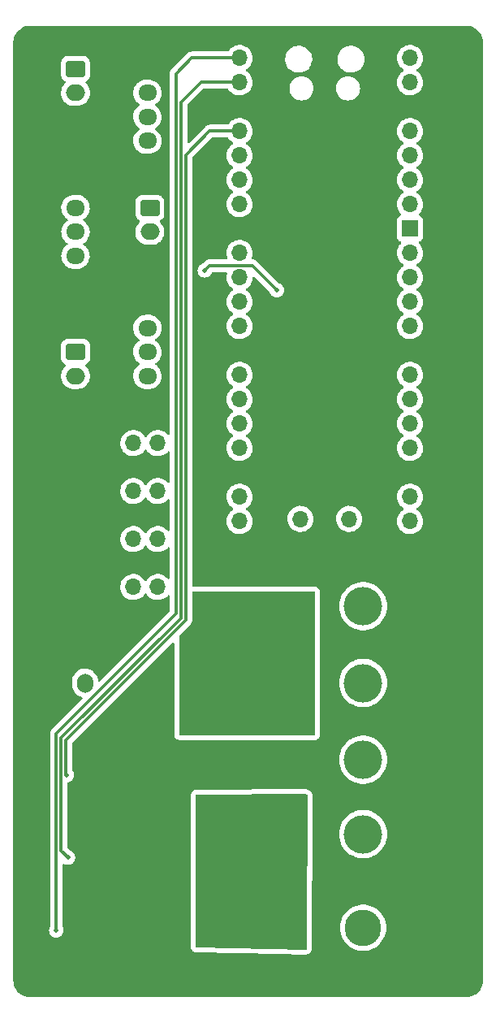
<source format=gbl>
%TF.GenerationSoftware,KiCad,Pcbnew,(6.0.0)*%
%TF.CreationDate,2022-01-02T23:15:28+00:00*%
%TF.ProjectId,main_distro,6d61696e-5f64-4697-9374-726f2e6b6963,rev?*%
%TF.SameCoordinates,Original*%
%TF.FileFunction,Copper,L2,Bot*%
%TF.FilePolarity,Positive*%
%FSLAX46Y46*%
G04 Gerber Fmt 4.6, Leading zero omitted, Abs format (unit mm)*
G04 Created by KiCad (PCBNEW (6.0.0)) date 2022-01-02 23:15:28*
%MOMM*%
%LPD*%
G01*
G04 APERTURE LIST*
G04 Aperture macros list*
%AMRoundRect*
0 Rectangle with rounded corners*
0 $1 Rounding radius*
0 $2 $3 $4 $5 $6 $7 $8 $9 X,Y pos of 4 corners*
0 Add a 4 corners polygon primitive as box body*
4,1,4,$2,$3,$4,$5,$6,$7,$8,$9,$2,$3,0*
0 Add four circle primitives for the rounded corners*
1,1,$1+$1,$2,$3*
1,1,$1+$1,$4,$5*
1,1,$1+$1,$6,$7*
1,1,$1+$1,$8,$9*
0 Add four rect primitives between the rounded corners*
20,1,$1+$1,$2,$3,$4,$5,0*
20,1,$1+$1,$4,$5,$6,$7,0*
20,1,$1+$1,$6,$7,$8,$9,0*
20,1,$1+$1,$8,$9,$2,$3,0*%
G04 Aperture macros list end*
%TA.AperFunction,ComponentPad*%
%ADD10O,1.700000X1.700000*%
%TD*%
%TA.AperFunction,ComponentPad*%
%ADD11R,1.700000X1.700000*%
%TD*%
%TA.AperFunction,ComponentPad*%
%ADD12RoundRect,0.250000X-0.750000X0.600000X-0.750000X-0.600000X0.750000X-0.600000X0.750000X0.600000X0*%
%TD*%
%TA.AperFunction,ComponentPad*%
%ADD13O,2.000000X1.700000*%
%TD*%
%TA.AperFunction,ComponentPad*%
%ADD14RoundRect,0.250000X-0.725000X0.600000X-0.725000X-0.600000X0.725000X-0.600000X0.725000X0.600000X0*%
%TD*%
%TA.AperFunction,ComponentPad*%
%ADD15O,1.950000X1.700000*%
%TD*%
%TA.AperFunction,ComponentPad*%
%ADD16R,3.800000X3.800000*%
%TD*%
%TA.AperFunction,ComponentPad*%
%ADD17C,4.000000*%
%TD*%
%TA.AperFunction,ComponentPad*%
%ADD18RoundRect,0.250000X-0.600000X-0.750000X0.600000X-0.750000X0.600000X0.750000X-0.600000X0.750000X0*%
%TD*%
%TA.AperFunction,ComponentPad*%
%ADD19O,1.700000X2.000000*%
%TD*%
%TA.AperFunction,ComponentPad*%
%ADD20C,3.800000*%
%TD*%
%TA.AperFunction,ViaPad*%
%ADD21C,0.800000*%
%TD*%
%TA.AperFunction,ViaPad*%
%ADD22C,0.500000*%
%TD*%
%TA.AperFunction,Conductor*%
%ADD23C,0.300000*%
%TD*%
G04 APERTURE END LIST*
D10*
%TO.P,U1,1,GPIO0*%
%TO.N,LEDA*%
X93110000Y-61870000D03*
%TO.P,U1,2,GPIO1*%
%TO.N,LEDB*%
X93110000Y-64410000D03*
D11*
%TO.P,U1,3,GND*%
%TO.N,GND*%
X93110000Y-66950000D03*
D10*
%TO.P,U1,4,GPIO2*%
%TO.N,LEDC*%
X93110000Y-69490000D03*
%TO.P,U1,5,GPIO3*%
%TO.N,MOTOR1_PWM*%
X93110000Y-72030000D03*
%TO.P,U1,6,GPIO4*%
%TO.N,MOTOR1_DIR*%
X93110000Y-74570000D03*
%TO.P,U1,7,GPIO5*%
%TO.N,MOTOR2_PWM*%
X93110000Y-77110000D03*
D11*
%TO.P,U1,8,GND*%
%TO.N,GND*%
X93110000Y-79650000D03*
D10*
%TO.P,U1,9,GPIO6*%
%TO.N,MOTOR2_DIR*%
X93110000Y-82190000D03*
%TO.P,U1,10,GPIO7*%
%TO.N,MOTOR3_PWM*%
X93110000Y-84730000D03*
%TO.P,U1,11,GPIO8*%
%TO.N,MOTOR3_DIR*%
X93110000Y-87270000D03*
%TO.P,U1,12,GPIO9*%
%TO.N,unconnected-(U1-Pad12)*%
X93110000Y-89810000D03*
D11*
%TO.P,U1,13,GND*%
%TO.N,GND*%
X93110000Y-92350000D03*
D10*
%TO.P,U1,14,GPIO10*%
%TO.N,SERVO1*%
X93110000Y-94890000D03*
%TO.P,U1,15,GPIO11*%
%TO.N,SERVO2*%
X93110000Y-97430000D03*
%TO.P,U1,16,GPIO12*%
%TO.N,SERVO3*%
X93110000Y-99970000D03*
%TO.P,U1,17,GPIO13*%
%TO.N,SERVO4*%
X93110000Y-102510000D03*
D11*
%TO.P,U1,18,GND*%
%TO.N,GND*%
X93110000Y-105050000D03*
D10*
%TO.P,U1,19,GPIO14*%
%TO.N,unconnected-(U1-Pad19)*%
X93110000Y-107590000D03*
%TO.P,U1,20,GPIO15*%
%TO.N,unconnected-(U1-Pad20)*%
X93110000Y-110130000D03*
%TO.P,U1,21,GPIO16*%
%TO.N,unconnected-(U1-Pad21)*%
X110890000Y-110130000D03*
%TO.P,U1,22,GPIO17*%
%TO.N,ENC3_B*%
X110890000Y-107590000D03*
D11*
%TO.P,U1,23,GND*%
%TO.N,GND*%
X110890000Y-105050000D03*
D10*
%TO.P,U1,24,GPIO18*%
%TO.N,ENC3_A*%
X110890000Y-102510000D03*
%TO.P,U1,25,GPIO19*%
%TO.N,ENC2_B*%
X110890000Y-99970000D03*
%TO.P,U1,26,GPIO20*%
%TO.N,ENC2_A*%
X110890000Y-97430000D03*
%TO.P,U1,27,GPIO21*%
%TO.N,ENC1_B*%
X110890000Y-94890000D03*
D11*
%TO.P,U1,28,GND*%
%TO.N,GND*%
X110890000Y-92350000D03*
D10*
%TO.P,U1,29,GPIO22*%
%TO.N,ENC1_A*%
X110890000Y-89810000D03*
%TO.P,U1,30,RUN*%
%TO.N,unconnected-(U1-Pad30)*%
X110890000Y-87270000D03*
%TO.P,U1,31,GPIO26_ADC0*%
%TO.N,unconnected-(U1-Pad31)*%
X110890000Y-84730000D03*
%TO.P,U1,32,GPIO27_ADC1*%
%TO.N,unconnected-(U1-Pad32)*%
X110890000Y-82190000D03*
D11*
%TO.P,U1,33,AGND*%
%TO.N,unconnected-(U1-Pad33)*%
X110890000Y-79650000D03*
D10*
%TO.P,U1,34,GPIO28_ADC2*%
%TO.N,unconnected-(U1-Pad34)*%
X110890000Y-77110000D03*
%TO.P,U1,35,ADC_VREF*%
%TO.N,unconnected-(U1-Pad35)*%
X110890000Y-74570000D03*
%TO.P,U1,36,3V3*%
%TO.N,+3V3*%
X110890000Y-72030000D03*
%TO.P,U1,37,3V3_EN*%
%TO.N,unconnected-(U1-Pad37)*%
X110890000Y-69490000D03*
D11*
%TO.P,U1,38,GND*%
%TO.N,GND*%
X110890000Y-66950000D03*
D10*
%TO.P,U1,39,VSYS*%
%TO.N,+5V*%
X110890000Y-64410000D03*
%TO.P,U1,40,VBUS*%
%TO.N,unconnected-(U1-Pad40)*%
X110890000Y-61870000D03*
%TO.P,U1,41,SWCLK*%
%TO.N,unconnected-(U1-Pad41)*%
X99460000Y-109900000D03*
D11*
%TO.P,U1,42,GND*%
%TO.N,GND*%
X102000000Y-109900000D03*
D10*
%TO.P,U1,43,SWDIO*%
%TO.N,unconnected-(U1-Pad43)*%
X104540000Y-109900000D03*
%TD*%
D12*
%TO.P,J1,1,Pin_1*%
%TO.N,MOTOR1_PWM*%
X76000000Y-63000000D03*
D13*
%TO.P,J1,2,Pin_2*%
%TO.N,MOTOR1_DIR*%
X76000000Y-65500000D03*
%TD*%
D12*
%TO.P,J2,1,Pin_1*%
%TO.N,MOTOR2_PWM*%
X83750000Y-77500000D03*
D13*
%TO.P,J2,2,Pin_2*%
%TO.N,MOTOR2_DIR*%
X83750000Y-80000000D03*
%TD*%
D12*
%TO.P,J3,1,Pin_1*%
%TO.N,MOTOR3_PWM*%
X76000000Y-92500000D03*
D13*
%TO.P,J3,2,Pin_2*%
%TO.N,MOTOR3_DIR*%
X76000000Y-95000000D03*
%TD*%
D14*
%TO.P,J4,1,Pin_1*%
%TO.N,GND*%
X83500000Y-63000000D03*
D15*
%TO.P,J4,2,Pin_2*%
%TO.N,+3V3*%
X83500000Y-65500000D03*
%TO.P,J4,3,Pin_3*%
%TO.N,ENC1_A*%
X83500000Y-68000000D03*
%TO.P,J4,4,Pin_4*%
%TO.N,ENC1_B*%
X83500000Y-70500000D03*
%TD*%
D14*
%TO.P,J5,1,Pin_1*%
%TO.N,GND*%
X76000000Y-75000000D03*
D15*
%TO.P,J5,2,Pin_2*%
%TO.N,+3V3*%
X76000000Y-77500000D03*
%TO.P,J5,3,Pin_3*%
%TO.N,ENC2_A*%
X76000000Y-80000000D03*
%TO.P,J5,4,Pin_4*%
%TO.N,ENC2_B*%
X76000000Y-82500000D03*
%TD*%
D14*
%TO.P,J6,1,Pin_1*%
%TO.N,GND*%
X83500000Y-87500000D03*
D15*
%TO.P,J6,2,Pin_2*%
%TO.N,+3V3*%
X83500000Y-90000000D03*
%TO.P,J6,3,Pin_3*%
%TO.N,ENC3_A*%
X83500000Y-92500000D03*
%TO.P,J6,4,Pin_4*%
%TO.N,ENC3_B*%
X83500000Y-95000000D03*
%TD*%
D11*
%TO.P,J16,1,Pin_1*%
%TO.N,GND*%
X79500000Y-117000000D03*
D10*
%TO.P,J16,2,Pin_2*%
%TO.N,+5V*%
X82040000Y-117000000D03*
%TO.P,J16,3,Pin_3*%
%TO.N,SERVO4*%
X84580000Y-117000000D03*
%TD*%
D11*
%TO.P,J14,1,Pin_1*%
%TO.N,GND*%
X79500000Y-112000000D03*
D10*
%TO.P,J14,2,Pin_2*%
%TO.N,+5V*%
X82040000Y-112000000D03*
%TO.P,J14,3,Pin_3*%
%TO.N,SERVO3*%
X84580000Y-112000000D03*
%TD*%
D16*
%TO.P,J9,1,Pin_1*%
%TO.N,GND*%
X111000000Y-119000000D03*
D17*
%TO.P,J9,2,Pin_2*%
%TO.N,+BATT*%
X106000000Y-119000000D03*
%TD*%
D16*
%TO.P,J11,1,Pin_1*%
%TO.N,GND*%
X111000000Y-127000000D03*
D17*
%TO.P,J11,2,Pin_2*%
%TO.N,+BATT*%
X106000000Y-127000000D03*
%TD*%
D16*
%TO.P,J8,1,Pin_1*%
%TO.N,GND*%
X111000000Y-135000000D03*
D17*
%TO.P,J8,2,Pin_2*%
%TO.N,+BATT*%
X106000000Y-135000000D03*
%TD*%
D11*
%TO.P,J13,1,Pin_1*%
%TO.N,GND*%
X79500000Y-102000000D03*
D10*
%TO.P,J13,2,Pin_2*%
%TO.N,+5V*%
X82040000Y-102000000D03*
%TO.P,J13,3,Pin_3*%
%TO.N,SERVO1*%
X84580000Y-102000000D03*
%TD*%
D18*
%TO.P,J12,1,Pin_1*%
%TO.N,GND*%
X74500000Y-127000000D03*
D19*
%TO.P,J12,2,Pin_2*%
%TO.N,+5VD*%
X77000000Y-127000000D03*
%TD*%
D16*
%TO.P,J10,1,Pin_1*%
%TO.N,GND*%
X111000000Y-142750000D03*
D17*
%TO.P,J10,2,Pin_2*%
%TO.N,+BATT*%
X106000000Y-142750000D03*
%TD*%
D16*
%TO.P,J7,1,Pin_1*%
%TO.N,GND*%
X111000000Y-152500000D03*
D20*
%TO.P,J7,2,Pin_2*%
%TO.N,+BATT*%
X106000000Y-152500000D03*
%TD*%
D11*
%TO.P,J15,1,Pin_1*%
%TO.N,GND*%
X79500000Y-107000000D03*
D10*
%TO.P,J15,2,Pin_2*%
%TO.N,+5V*%
X82040000Y-107000000D03*
%TO.P,J15,3,Pin_3*%
%TO.N,SERVO2*%
X84580000Y-107000000D03*
%TD*%
D21*
%TO.N,GND*%
X85600000Y-143800000D03*
X83500000Y-143800000D03*
X86600000Y-143800000D03*
X84600000Y-143800000D03*
X78800000Y-155000000D03*
X78800000Y-147400000D03*
X79000000Y-139400000D03*
%TO.N,Net-(D5-Pad2)*%
X95600000Y-149000000D03*
X90400000Y-147200000D03*
X97000000Y-145400000D03*
X97000000Y-149000000D03*
X93800000Y-141800000D03*
X95600000Y-147200000D03*
X93800000Y-145400000D03*
X98400000Y-149000000D03*
X95600000Y-139800000D03*
X93800000Y-143600000D03*
X93800000Y-147200000D03*
X95600000Y-145400000D03*
X92200000Y-143600000D03*
X97000000Y-141800000D03*
X95600000Y-143600000D03*
X98400000Y-141800000D03*
X98400000Y-139800000D03*
X98400000Y-143600000D03*
X98400000Y-147200000D03*
X93800000Y-149000000D03*
X97000000Y-143600000D03*
X92200000Y-147200000D03*
X92200000Y-149000000D03*
X90400000Y-143600000D03*
X92200000Y-145400000D03*
X90400000Y-149000000D03*
X98400000Y-145400000D03*
X90400000Y-145400000D03*
X93800000Y-139800000D03*
X95600000Y-141800000D03*
X90400000Y-139800000D03*
X92200000Y-139800000D03*
X97000000Y-147200000D03*
X92200000Y-141800000D03*
X97000000Y-139800000D03*
X90400000Y-141800000D03*
%TO.N,Net-(D6-Pad2)*%
X95600000Y-122400000D03*
X97000000Y-122400000D03*
X98400000Y-131600000D03*
X95600000Y-126200000D03*
X92200000Y-126200000D03*
X93800000Y-124400000D03*
X90400000Y-124400000D03*
X93800000Y-128000000D03*
X92200000Y-124400000D03*
X97000000Y-129800000D03*
X92200000Y-128000000D03*
X90400000Y-126200000D03*
X90400000Y-128000000D03*
X92200000Y-129800000D03*
X98400000Y-124400000D03*
X97000000Y-131600000D03*
X97000000Y-124400000D03*
X97000000Y-128000000D03*
X98400000Y-128000000D03*
X93800000Y-126200000D03*
X95600000Y-129800000D03*
X95600000Y-124400000D03*
X93800000Y-129800000D03*
X97000000Y-126200000D03*
X90400000Y-131600000D03*
X93800000Y-122400000D03*
X92200000Y-122400000D03*
X93800000Y-131600000D03*
X98400000Y-122400000D03*
X98400000Y-129800000D03*
X92200000Y-131600000D03*
X95600000Y-128000000D03*
X98400000Y-126200000D03*
X95600000Y-131600000D03*
X90400000Y-122400000D03*
X90400000Y-129800000D03*
D22*
%TO.N,LEDA*%
X74000000Y-152800000D03*
%TO.N,LEDB*%
X75200000Y-145200000D03*
%TO.N,LEDC*%
X75099500Y-136600000D03*
D21*
%TO.N,GND*%
X84600000Y-142800000D03*
X85600000Y-142800000D03*
X86600000Y-142800000D03*
X83500000Y-142800000D03*
D22*
%TO.N,ENC2_B*%
X97000000Y-86080000D03*
X89500000Y-84000000D03*
%TD*%
D23*
%TO.N,LEDB*%
X89090000Y-64410000D02*
X93110000Y-64410000D01*
X87000000Y-66500000D02*
X89090000Y-64410000D01*
X74500000Y-144500000D02*
X74500000Y-132750000D01*
X75200000Y-145200000D02*
X74500000Y-144500000D01*
X74500000Y-132750000D02*
X87000000Y-120250000D01*
X87000000Y-120250000D02*
X87000000Y-66500000D01*
%TO.N,LEDC*%
X90010000Y-69490000D02*
X93110000Y-69490000D01*
X87499520Y-72000480D02*
X90010000Y-69490000D01*
X75000000Y-132956428D02*
X87499519Y-120456909D01*
X75000000Y-136500500D02*
X75000000Y-132956428D01*
X87499519Y-120456909D02*
X87499520Y-72000480D01*
X75099500Y-136600000D02*
X75000000Y-136500500D01*
%TO.N,LEDA*%
X86500000Y-63500000D02*
X88130000Y-61870000D01*
X86500000Y-119798609D02*
X86500000Y-63500000D01*
X88130000Y-61870000D02*
X93110000Y-61870000D01*
X74000000Y-132298609D02*
X86500000Y-119798609D01*
X74000000Y-152800000D02*
X74000000Y-132298609D01*
%TO.N,ENC2_B*%
X89500000Y-84000000D02*
X89969511Y-83530489D01*
X89969511Y-83530489D02*
X94450489Y-83530489D01*
X94450489Y-83530489D02*
X97000000Y-86080000D01*
%TD*%
%TA.AperFunction,Conductor*%
%TO.N,Net-(D5-Pad2)*%
G36*
X100141476Y-138616404D02*
G01*
X100188012Y-138670022D01*
X100199439Y-138723029D01*
X100131789Y-153569161D01*
X100126823Y-154659059D01*
X100106510Y-154727088D01*
X100052643Y-154773336D01*
X99998750Y-154784468D01*
X88663975Y-154597897D01*
X88596193Y-154576776D01*
X88550589Y-154522363D01*
X88540049Y-154471835D01*
X88549951Y-138731465D01*
X88569996Y-138663357D01*
X88623681Y-138616897D01*
X88675851Y-138605544D01*
X99938945Y-138596563D01*
X100073340Y-138596456D01*
X100141476Y-138616404D01*
G37*
%TD.AperFunction*%
%TD*%
%TA.AperFunction,Conductor*%
%TO.N,Net-(D6-Pad2)*%
G36*
X100942121Y-117470002D02*
G01*
X100988614Y-117523658D01*
X101000000Y-117576000D01*
X101000000Y-132324000D01*
X100979998Y-132392121D01*
X100926342Y-132438614D01*
X100874000Y-132450000D01*
X86926000Y-132450000D01*
X86857879Y-132429998D01*
X86811386Y-132376342D01*
X86800000Y-132324000D01*
X86800000Y-122139877D01*
X86820002Y-122071756D01*
X86836905Y-122050782D01*
X87907119Y-120980568D01*
X87915900Y-120972578D01*
X87915909Y-120972570D01*
X87922599Y-120968325D01*
X87971140Y-120916634D01*
X87973894Y-120913793D01*
X87994445Y-120893242D01*
X87997157Y-120889746D01*
X88004868Y-120880717D01*
X88031063Y-120852822D01*
X88036491Y-120847042D01*
X88046820Y-120828254D01*
X88057677Y-120811725D01*
X88065966Y-120801040D01*
X88065967Y-120801038D01*
X88070823Y-120794778D01*
X88089176Y-120752365D01*
X88094387Y-120741728D01*
X88116643Y-120701246D01*
X88121976Y-120680475D01*
X88128378Y-120661773D01*
X88136898Y-120642086D01*
X88144124Y-120596461D01*
X88146532Y-120584835D01*
X88156048Y-120547774D01*
X88156048Y-120547773D01*
X88158019Y-120540097D01*
X88158019Y-120518651D01*
X88159570Y-120498940D01*
X88161685Y-120485587D01*
X88162925Y-120477758D01*
X88158578Y-120431773D01*
X88158019Y-120419915D01*
X88158019Y-117576000D01*
X88178021Y-117507879D01*
X88231677Y-117461386D01*
X88284019Y-117450000D01*
X100874000Y-117450000D01*
X100942121Y-117470002D01*
G37*
%TD.AperFunction*%
%TD*%
%TA.AperFunction,Conductor*%
%TO.N,GND*%
G36*
X116720056Y-58509500D02*
G01*
X116721496Y-58509724D01*
X116734858Y-58511805D01*
X116734861Y-58511805D01*
X116743730Y-58513186D01*
X116752632Y-58512022D01*
X116752634Y-58512022D01*
X116756174Y-58511559D01*
X116758957Y-58511195D01*
X116784279Y-58510452D01*
X116952422Y-58522478D01*
X116988921Y-58525088D01*
X117006715Y-58527646D01*
X117231977Y-58576648D01*
X117249216Y-58581710D01*
X117465219Y-58662275D01*
X117481562Y-58669740D01*
X117683890Y-58780220D01*
X117699010Y-58789937D01*
X117883556Y-58928087D01*
X117897142Y-58939860D01*
X118060140Y-59102858D01*
X118071913Y-59116444D01*
X118210063Y-59300990D01*
X118219782Y-59316113D01*
X118330258Y-59518433D01*
X118337727Y-59534786D01*
X118418288Y-59750778D01*
X118423353Y-59768028D01*
X118472354Y-59993285D01*
X118474912Y-60011079D01*
X118489041Y-60208628D01*
X118488297Y-60226532D01*
X118488195Y-60234858D01*
X118486814Y-60243730D01*
X118487978Y-60252632D01*
X118487978Y-60252635D01*
X118490936Y-60275251D01*
X118492000Y-60291589D01*
X118492000Y-157950672D01*
X118490500Y-157970056D01*
X118486814Y-157993730D01*
X118487978Y-158002632D01*
X118487978Y-158002634D01*
X118488805Y-158008955D01*
X118489548Y-158034281D01*
X118474912Y-158238921D01*
X118472354Y-158256715D01*
X118423353Y-158481972D01*
X118418288Y-158499222D01*
X118337727Y-158715214D01*
X118330258Y-158731567D01*
X118219782Y-158933887D01*
X118210063Y-158949010D01*
X118071913Y-159133556D01*
X118060140Y-159147142D01*
X117897142Y-159310140D01*
X117883556Y-159321913D01*
X117699010Y-159460063D01*
X117683890Y-159469780D01*
X117481562Y-159580260D01*
X117465219Y-159587725D01*
X117249216Y-159668290D01*
X117231977Y-159673352D01*
X117025221Y-159718328D01*
X117006715Y-159722354D01*
X116988921Y-159724912D01*
X116791369Y-159739041D01*
X116773468Y-159738297D01*
X116765142Y-159738195D01*
X116756270Y-159736814D01*
X116747368Y-159737978D01*
X116747365Y-159737978D01*
X116724749Y-159740936D01*
X116708411Y-159742000D01*
X71299328Y-159742000D01*
X71279943Y-159740500D01*
X71279661Y-159740456D01*
X71278504Y-159740276D01*
X71265142Y-159738195D01*
X71265139Y-159738195D01*
X71256270Y-159736814D01*
X71247368Y-159737978D01*
X71247366Y-159737978D01*
X71244928Y-159738297D01*
X71241043Y-159738805D01*
X71215721Y-159739548D01*
X71011079Y-159724912D01*
X70993285Y-159722354D01*
X70974779Y-159718328D01*
X70768023Y-159673352D01*
X70750784Y-159668290D01*
X70534781Y-159587725D01*
X70518438Y-159580260D01*
X70316110Y-159469780D01*
X70300990Y-159460063D01*
X70116444Y-159321913D01*
X70102858Y-159310140D01*
X69939860Y-159147142D01*
X69928087Y-159133556D01*
X69789937Y-158949010D01*
X69780218Y-158933887D01*
X69669742Y-158731567D01*
X69662273Y-158715214D01*
X69581712Y-158499222D01*
X69576647Y-158481972D01*
X69527646Y-158256715D01*
X69525088Y-158238921D01*
X69510959Y-158041372D01*
X69511703Y-158023468D01*
X69511805Y-158015142D01*
X69513186Y-158006270D01*
X69511547Y-157993730D01*
X69509064Y-157974749D01*
X69508000Y-157958411D01*
X69508000Y-154471515D01*
X88032049Y-154471515D01*
X88032381Y-154474739D01*
X88032381Y-154474746D01*
X88039042Y-154539493D01*
X88042753Y-154575570D01*
X88053293Y-154626098D01*
X88054283Y-154629202D01*
X88054284Y-154629205D01*
X88072096Y-154685040D01*
X88085087Y-154725765D01*
X88161248Y-154848673D01*
X88206852Y-154903086D01*
X88210200Y-154906085D01*
X88210204Y-154906089D01*
X88212341Y-154908003D01*
X88314548Y-154999552D01*
X88445066Y-155061776D01*
X88512848Y-155082897D01*
X88560632Y-155090572D01*
X88651161Y-155105113D01*
X88651164Y-155105113D01*
X88655614Y-155105828D01*
X97167858Y-155245940D01*
X99986923Y-155292342D01*
X99986924Y-155292342D01*
X99990389Y-155292399D01*
X99993837Y-155292075D01*
X99993844Y-155292075D01*
X100050510Y-155286754D01*
X100101512Y-155281966D01*
X100155405Y-155270834D01*
X100158718Y-155269759D01*
X100253977Y-155238849D01*
X100253980Y-155238848D01*
X100261566Y-155236386D01*
X100383560Y-155158769D01*
X100386966Y-155155844D01*
X100386971Y-155155841D01*
X100434012Y-155115453D01*
X100437427Y-155112521D01*
X100532608Y-155003682D01*
X100593274Y-154872432D01*
X100600369Y-154848673D01*
X100612299Y-154808716D01*
X100613587Y-154804403D01*
X100625260Y-154725765D01*
X100634158Y-154665823D01*
X100634158Y-154665817D01*
X100634818Y-154661374D01*
X100639784Y-153571476D01*
X100644666Y-152500000D01*
X103586738Y-152500000D01*
X103605767Y-152802462D01*
X103662555Y-153100154D01*
X103756206Y-153388381D01*
X103885242Y-153662598D01*
X104047630Y-153918480D01*
X104240808Y-154151992D01*
X104461729Y-154359450D01*
X104706910Y-154537584D01*
X104710379Y-154539491D01*
X104710382Y-154539493D01*
X104940174Y-154665823D01*
X104972483Y-154683585D01*
X104976152Y-154685038D01*
X104976157Y-154685040D01*
X105060342Y-154718371D01*
X105254261Y-154795149D01*
X105547800Y-154870516D01*
X105848470Y-154908500D01*
X106151530Y-154908500D01*
X106452200Y-154870516D01*
X106745739Y-154795149D01*
X106939658Y-154718371D01*
X107023843Y-154685040D01*
X107023848Y-154685038D01*
X107027517Y-154683585D01*
X107059826Y-154665823D01*
X107289618Y-154539493D01*
X107289621Y-154539491D01*
X107293090Y-154537584D01*
X107538271Y-154359450D01*
X107759192Y-154151992D01*
X107952370Y-153918480D01*
X108114758Y-153662598D01*
X108243794Y-153388381D01*
X108337445Y-153100154D01*
X108394233Y-152802462D01*
X108413262Y-152500000D01*
X108394233Y-152197538D01*
X108337445Y-151899846D01*
X108243794Y-151611619D01*
X108114758Y-151337402D01*
X107952370Y-151081520D01*
X107759192Y-150848008D01*
X107538271Y-150640550D01*
X107293090Y-150462416D01*
X107027517Y-150316415D01*
X107023848Y-150314962D01*
X107023843Y-150314960D01*
X106749409Y-150206304D01*
X106749408Y-150206304D01*
X106745739Y-150204851D01*
X106452200Y-150129484D01*
X106151530Y-150091500D01*
X105848470Y-150091500D01*
X105547800Y-150129484D01*
X105254261Y-150204851D01*
X105250592Y-150206304D01*
X105250591Y-150206304D01*
X104976157Y-150314960D01*
X104976152Y-150314962D01*
X104972483Y-150316415D01*
X104706910Y-150462416D01*
X104461729Y-150640550D01*
X104240808Y-150848008D01*
X104047630Y-151081520D01*
X103885242Y-151337402D01*
X103756206Y-151611619D01*
X103662555Y-151899846D01*
X103605767Y-152197538D01*
X103586738Y-152500000D01*
X100644666Y-152500000D01*
X100689095Y-142750000D01*
X103486540Y-142750000D01*
X103506359Y-143065020D01*
X103565505Y-143375072D01*
X103663044Y-143675266D01*
X103664731Y-143678852D01*
X103664733Y-143678856D01*
X103795750Y-143957283D01*
X103795754Y-143957290D01*
X103797438Y-143960869D01*
X103966568Y-144227375D01*
X104167767Y-144470582D01*
X104397860Y-144686654D01*
X104653221Y-144872184D01*
X104929821Y-145024247D01*
X104933490Y-145025700D01*
X104933495Y-145025702D01*
X105219628Y-145138990D01*
X105223298Y-145140443D01*
X105529025Y-145218940D01*
X105842179Y-145258500D01*
X106157821Y-145258500D01*
X106470975Y-145218940D01*
X106776702Y-145140443D01*
X106780372Y-145138990D01*
X107066505Y-145025702D01*
X107066510Y-145025700D01*
X107070179Y-145024247D01*
X107346779Y-144872184D01*
X107602140Y-144686654D01*
X107832233Y-144470582D01*
X108033432Y-144227375D01*
X108202562Y-143960869D01*
X108204246Y-143957290D01*
X108204250Y-143957283D01*
X108335267Y-143678856D01*
X108335269Y-143678852D01*
X108336956Y-143675266D01*
X108434495Y-143375072D01*
X108493641Y-143065020D01*
X108513460Y-142750000D01*
X108493641Y-142434980D01*
X108434495Y-142124928D01*
X108336956Y-141824734D01*
X108335267Y-141821144D01*
X108204250Y-141542717D01*
X108204246Y-141542710D01*
X108202562Y-141539131D01*
X108033432Y-141272625D01*
X107832233Y-141029418D01*
X107602140Y-140813346D01*
X107346779Y-140627816D01*
X107070179Y-140475753D01*
X107066510Y-140474300D01*
X107066505Y-140474298D01*
X106780372Y-140361010D01*
X106780371Y-140361010D01*
X106776702Y-140359557D01*
X106470975Y-140281060D01*
X106157821Y-140241500D01*
X105842179Y-140241500D01*
X105529025Y-140281060D01*
X105223298Y-140359557D01*
X105219629Y-140361010D01*
X105219628Y-140361010D01*
X104933495Y-140474298D01*
X104933490Y-140474300D01*
X104929821Y-140475753D01*
X104653221Y-140627816D01*
X104397860Y-140813346D01*
X104167767Y-141029418D01*
X103966568Y-141272625D01*
X103797438Y-141539131D01*
X103795754Y-141542710D01*
X103795750Y-141542717D01*
X103664733Y-141821144D01*
X103663044Y-141824734D01*
X103565505Y-142124928D01*
X103506359Y-142434980D01*
X103486540Y-142750000D01*
X100689095Y-142750000D01*
X100707434Y-138725344D01*
X100696031Y-138615976D01*
X100695312Y-138612639D01*
X100685327Y-138566321D01*
X100685325Y-138566314D01*
X100684604Y-138562969D01*
X100649935Y-138458619D01*
X100571664Y-138337043D01*
X100525128Y-138283425D01*
X100521725Y-138280481D01*
X100521720Y-138280476D01*
X100422602Y-138194729D01*
X100422601Y-138194729D01*
X100415783Y-138188830D01*
X100284211Y-138128869D01*
X100259297Y-138121575D01*
X100220394Y-138110185D01*
X100220388Y-138110184D01*
X100216075Y-138108921D01*
X100211630Y-138108285D01*
X100211623Y-138108284D01*
X100077383Y-138089092D01*
X100077384Y-138089092D01*
X100072935Y-138088456D01*
X99938540Y-138088563D01*
X88678807Y-138097541D01*
X88678801Y-138097541D01*
X88675446Y-138097544D01*
X88567830Y-138109162D01*
X88564529Y-138109880D01*
X88564531Y-138109880D01*
X88518949Y-138119799D01*
X88518944Y-138119800D01*
X88515660Y-138120515D01*
X88412937Y-138154673D01*
X88406314Y-138158924D01*
X88406311Y-138158925D01*
X88311972Y-138219471D01*
X88291250Y-138232770D01*
X88237565Y-138279230D01*
X88234616Y-138282629D01*
X88148718Y-138381635D01*
X88148716Y-138381638D01*
X88142813Y-138388442D01*
X88082664Y-138519929D01*
X88062619Y-138588037D01*
X88061975Y-138592494D01*
X88061974Y-138592500D01*
X88043280Y-138721945D01*
X88041951Y-138731145D01*
X88041948Y-138735641D01*
X88041948Y-138735643D01*
X88032630Y-153547709D01*
X88032049Y-154471515D01*
X69508000Y-154471515D01*
X69508000Y-152789343D01*
X73236775Y-152789343D01*
X73253381Y-152958699D01*
X73307094Y-153120167D01*
X73310741Y-153126189D01*
X73310742Y-153126191D01*
X73324497Y-153148902D01*
X73395246Y-153265723D01*
X73513455Y-153388132D01*
X73655846Y-153481310D01*
X73662450Y-153483766D01*
X73662452Y-153483767D01*
X73698844Y-153497301D01*
X73815341Y-153540626D01*
X73984015Y-153563132D01*
X73991026Y-153562494D01*
X73991030Y-153562494D01*
X74146462Y-153548348D01*
X74153483Y-153547709D01*
X74160185Y-153545531D01*
X74160187Y-153545531D01*
X74308623Y-153497301D01*
X74308626Y-153497300D01*
X74315322Y-153495124D01*
X74461490Y-153407990D01*
X74466584Y-153403139D01*
X74466588Y-153403136D01*
X74533833Y-153339099D01*
X74584721Y-153290639D01*
X74678891Y-153148902D01*
X74739319Y-152989825D01*
X74763001Y-152821313D01*
X74763299Y-152800000D01*
X74744331Y-152630892D01*
X74688368Y-152470189D01*
X74684636Y-152464217D01*
X74684631Y-152464206D01*
X74677646Y-152453028D01*
X74658500Y-152386259D01*
X74658500Y-145985202D01*
X74678502Y-145917081D01*
X74732158Y-145870588D01*
X74802432Y-145860484D01*
X74842907Y-145875773D01*
X74843663Y-145874276D01*
X74849950Y-145877452D01*
X74855846Y-145881310D01*
X74862450Y-145883766D01*
X74862452Y-145883767D01*
X74898844Y-145897301D01*
X75015341Y-145940626D01*
X75184015Y-145963132D01*
X75191026Y-145962494D01*
X75191030Y-145962494D01*
X75346462Y-145948348D01*
X75353483Y-145947709D01*
X75360185Y-145945531D01*
X75360187Y-145945531D01*
X75508623Y-145897301D01*
X75508626Y-145897300D01*
X75515322Y-145895124D01*
X75661490Y-145807990D01*
X75666584Y-145803139D01*
X75666588Y-145803136D01*
X75742102Y-145731224D01*
X75784721Y-145690639D01*
X75878891Y-145548902D01*
X75939319Y-145389825D01*
X75963001Y-145221313D01*
X75963299Y-145200000D01*
X75944331Y-145030892D01*
X75888368Y-144870189D01*
X75798192Y-144725879D01*
X75678286Y-144605132D01*
X75534608Y-144513951D01*
X75422525Y-144474041D01*
X75375696Y-144444437D01*
X75195404Y-144264144D01*
X75161379Y-144201832D01*
X75158500Y-144175049D01*
X75158500Y-137469065D01*
X75178502Y-137400944D01*
X75232158Y-137354451D01*
X75252756Y-137347730D01*
X75252983Y-137347709D01*
X75259678Y-137345534D01*
X75259681Y-137345533D01*
X75408123Y-137297301D01*
X75408126Y-137297300D01*
X75414822Y-137295124D01*
X75560990Y-137207990D01*
X75566084Y-137203139D01*
X75566088Y-137203136D01*
X75653539Y-137119857D01*
X75684221Y-137090639D01*
X75778391Y-136948902D01*
X75838819Y-136789825D01*
X75862501Y-136621313D01*
X75862799Y-136600000D01*
X75843831Y-136430892D01*
X75787868Y-136270189D01*
X75752892Y-136214216D01*
X75701428Y-136131857D01*
X75701426Y-136131854D01*
X75697692Y-136125879D01*
X75692724Y-136120876D01*
X75688354Y-136115363D01*
X75690077Y-136113997D01*
X75661288Y-136060838D01*
X75658500Y-136034480D01*
X75658500Y-135000000D01*
X103486540Y-135000000D01*
X103506359Y-135315020D01*
X103565505Y-135625072D01*
X103663044Y-135925266D01*
X103664731Y-135928852D01*
X103664733Y-135928856D01*
X103795750Y-136207283D01*
X103795754Y-136207290D01*
X103797438Y-136210869D01*
X103966568Y-136477375D01*
X104167767Y-136720582D01*
X104397860Y-136936654D01*
X104653221Y-137122184D01*
X104656690Y-137124091D01*
X104656693Y-137124093D01*
X104815856Y-137211594D01*
X104929821Y-137274247D01*
X104933490Y-137275700D01*
X104933495Y-137275702D01*
X105137083Y-137356308D01*
X105223298Y-137390443D01*
X105529025Y-137468940D01*
X105842179Y-137508500D01*
X106157821Y-137508500D01*
X106470975Y-137468940D01*
X106776702Y-137390443D01*
X106862917Y-137356308D01*
X107066505Y-137275702D01*
X107066510Y-137275700D01*
X107070179Y-137274247D01*
X107184144Y-137211594D01*
X107343307Y-137124093D01*
X107343310Y-137124091D01*
X107346779Y-137122184D01*
X107602140Y-136936654D01*
X107832233Y-136720582D01*
X108033432Y-136477375D01*
X108202562Y-136210869D01*
X108204246Y-136207290D01*
X108204250Y-136207283D01*
X108335267Y-135928856D01*
X108335269Y-135928852D01*
X108336956Y-135925266D01*
X108434495Y-135625072D01*
X108493641Y-135315020D01*
X108513460Y-135000000D01*
X108493641Y-134684980D01*
X108434495Y-134374928D01*
X108336956Y-134074734D01*
X108335267Y-134071144D01*
X108204250Y-133792717D01*
X108204246Y-133792710D01*
X108202562Y-133789131D01*
X108033432Y-133522625D01*
X107832233Y-133279418D01*
X107602140Y-133063346D01*
X107346779Y-132877816D01*
X107298826Y-132851453D01*
X107073648Y-132727660D01*
X107073647Y-132727659D01*
X107070179Y-132725753D01*
X107066510Y-132724300D01*
X107066505Y-132724298D01*
X106780372Y-132611010D01*
X106780371Y-132611010D01*
X106776702Y-132609557D01*
X106470975Y-132531060D01*
X106157821Y-132491500D01*
X105842179Y-132491500D01*
X105529025Y-132531060D01*
X105223298Y-132609557D01*
X105219629Y-132611010D01*
X105219628Y-132611010D01*
X104933495Y-132724298D01*
X104933490Y-132724300D01*
X104929821Y-132725753D01*
X104926353Y-132727659D01*
X104926352Y-132727660D01*
X104701175Y-132851453D01*
X104653221Y-132877816D01*
X104397860Y-133063346D01*
X104167767Y-133279418D01*
X103966568Y-133522625D01*
X103797438Y-133789131D01*
X103795754Y-133792710D01*
X103795750Y-133792717D01*
X103664733Y-134071144D01*
X103663044Y-134074734D01*
X103565505Y-134374928D01*
X103506359Y-134684980D01*
X103486540Y-135000000D01*
X75658500Y-135000000D01*
X75658500Y-133281378D01*
X75678502Y-133213257D01*
X75695405Y-133192283D01*
X80883369Y-128004319D01*
X86076905Y-122810782D01*
X86139217Y-122776756D01*
X86210032Y-122781821D01*
X86266868Y-122824368D01*
X86291679Y-122890888D01*
X86292000Y-122899877D01*
X86292000Y-132324000D01*
X86303609Y-132431980D01*
X86314995Y-132484322D01*
X86349293Y-132587372D01*
X86427465Y-132709010D01*
X86473958Y-132762666D01*
X86477352Y-132765607D01*
X86500786Y-132785913D01*
X86583234Y-132857355D01*
X86714760Y-132917421D01*
X86738514Y-132924396D01*
X86778558Y-132936154D01*
X86778562Y-132936155D01*
X86782881Y-132937423D01*
X86787329Y-132938063D01*
X86787336Y-132938064D01*
X86921552Y-132957361D01*
X86921559Y-132957362D01*
X86926000Y-132958000D01*
X100874000Y-132958000D01*
X100981980Y-132946391D01*
X100985264Y-132945677D01*
X100985268Y-132945676D01*
X101010339Y-132940222D01*
X101034322Y-132935005D01*
X101137372Y-132900707D01*
X101259010Y-132822535D01*
X101312666Y-132776042D01*
X101324257Y-132762666D01*
X101401453Y-132673577D01*
X101407355Y-132666766D01*
X101467421Y-132535240D01*
X101487423Y-132467119D01*
X101488064Y-132462664D01*
X101507361Y-132328448D01*
X101507362Y-132328441D01*
X101508000Y-132324000D01*
X101508000Y-127000000D01*
X103486540Y-127000000D01*
X103506359Y-127315020D01*
X103565505Y-127625072D01*
X103663044Y-127925266D01*
X103664731Y-127928852D01*
X103664733Y-127928856D01*
X103795750Y-128207283D01*
X103795754Y-128207290D01*
X103797438Y-128210869D01*
X103966568Y-128477375D01*
X104167767Y-128720582D01*
X104397860Y-128936654D01*
X104653221Y-129122184D01*
X104929821Y-129274247D01*
X104933490Y-129275700D01*
X104933495Y-129275702D01*
X105219628Y-129388990D01*
X105223298Y-129390443D01*
X105529025Y-129468940D01*
X105842179Y-129508500D01*
X106157821Y-129508500D01*
X106470975Y-129468940D01*
X106776702Y-129390443D01*
X106780372Y-129388990D01*
X107066505Y-129275702D01*
X107066510Y-129275700D01*
X107070179Y-129274247D01*
X107346779Y-129122184D01*
X107602140Y-128936654D01*
X107832233Y-128720582D01*
X108033432Y-128477375D01*
X108202562Y-128210869D01*
X108204246Y-128207290D01*
X108204250Y-128207283D01*
X108335267Y-127928856D01*
X108335269Y-127928852D01*
X108336956Y-127925266D01*
X108434495Y-127625072D01*
X108493641Y-127315020D01*
X108513460Y-127000000D01*
X108493641Y-126684980D01*
X108434495Y-126374928D01*
X108336956Y-126074734D01*
X108252840Y-125895977D01*
X108204250Y-125792717D01*
X108204246Y-125792710D01*
X108202562Y-125789131D01*
X108033432Y-125522625D01*
X107832233Y-125279418D01*
X107602140Y-125063346D01*
X107346779Y-124877816D01*
X107070179Y-124725753D01*
X107066510Y-124724300D01*
X107066505Y-124724298D01*
X106780372Y-124611010D01*
X106780371Y-124611010D01*
X106776702Y-124609557D01*
X106470975Y-124531060D01*
X106157821Y-124491500D01*
X105842179Y-124491500D01*
X105529025Y-124531060D01*
X105223298Y-124609557D01*
X105219629Y-124611010D01*
X105219628Y-124611010D01*
X104933495Y-124724298D01*
X104933490Y-124724300D01*
X104929821Y-124725753D01*
X104653221Y-124877816D01*
X104397860Y-125063346D01*
X104167767Y-125279418D01*
X103966568Y-125522625D01*
X103797438Y-125789131D01*
X103795754Y-125792710D01*
X103795750Y-125792717D01*
X103747160Y-125895977D01*
X103663044Y-126074734D01*
X103565505Y-126374928D01*
X103506359Y-126684980D01*
X103486540Y-127000000D01*
X101508000Y-127000000D01*
X101508000Y-119000000D01*
X103486540Y-119000000D01*
X103506359Y-119315020D01*
X103565505Y-119625072D01*
X103663044Y-119925266D01*
X103664731Y-119928852D01*
X103664733Y-119928856D01*
X103795750Y-120207283D01*
X103795754Y-120207290D01*
X103797438Y-120210869D01*
X103966568Y-120477375D01*
X104167767Y-120720582D01*
X104397860Y-120936654D01*
X104653221Y-121122184D01*
X104929821Y-121274247D01*
X104933490Y-121275700D01*
X104933495Y-121275702D01*
X105219628Y-121388990D01*
X105223298Y-121390443D01*
X105529025Y-121468940D01*
X105842179Y-121508500D01*
X106157821Y-121508500D01*
X106470975Y-121468940D01*
X106776702Y-121390443D01*
X106780372Y-121388990D01*
X107066505Y-121275702D01*
X107066510Y-121275700D01*
X107070179Y-121274247D01*
X107346779Y-121122184D01*
X107602140Y-120936654D01*
X107832233Y-120720582D01*
X108033432Y-120477375D01*
X108202562Y-120210869D01*
X108204246Y-120207290D01*
X108204250Y-120207283D01*
X108335267Y-119928856D01*
X108335269Y-119928852D01*
X108336956Y-119925266D01*
X108434495Y-119625072D01*
X108493641Y-119315020D01*
X108513460Y-119000000D01*
X108493641Y-118684980D01*
X108434495Y-118374928D01*
X108351418Y-118119242D01*
X108338182Y-118078507D01*
X108338182Y-118078506D01*
X108336956Y-118074734D01*
X108335267Y-118071144D01*
X108204250Y-117792717D01*
X108204246Y-117792710D01*
X108202562Y-117789131D01*
X108033432Y-117522625D01*
X107832233Y-117279418D01*
X107602140Y-117063346D01*
X107573648Y-117042645D01*
X107489228Y-116981311D01*
X107346779Y-116877816D01*
X107070179Y-116725753D01*
X107066510Y-116724300D01*
X107066505Y-116724298D01*
X106780372Y-116611010D01*
X106780371Y-116611010D01*
X106776702Y-116609557D01*
X106470975Y-116531060D01*
X106157821Y-116491500D01*
X105842179Y-116491500D01*
X105529025Y-116531060D01*
X105223298Y-116609557D01*
X105219629Y-116611010D01*
X105219628Y-116611010D01*
X104933495Y-116724298D01*
X104933490Y-116724300D01*
X104929821Y-116725753D01*
X104653221Y-116877816D01*
X104510772Y-116981311D01*
X104426353Y-117042645D01*
X104397860Y-117063346D01*
X104167767Y-117279418D01*
X103966568Y-117522625D01*
X103797438Y-117789131D01*
X103795754Y-117792710D01*
X103795750Y-117792717D01*
X103664733Y-118071144D01*
X103663044Y-118074734D01*
X103661818Y-118078506D01*
X103661818Y-118078507D01*
X103648582Y-118119242D01*
X103565505Y-118374928D01*
X103506359Y-118684980D01*
X103486540Y-119000000D01*
X101508000Y-119000000D01*
X101508000Y-117576000D01*
X101496391Y-117468020D01*
X101485005Y-117415678D01*
X101450707Y-117312628D01*
X101372535Y-117190990D01*
X101326042Y-117137334D01*
X101216766Y-117042645D01*
X101085240Y-116982579D01*
X101048704Y-116971851D01*
X101021442Y-116963846D01*
X101021438Y-116963845D01*
X101017119Y-116962577D01*
X101012671Y-116961937D01*
X101012664Y-116961936D01*
X100878448Y-116942639D01*
X100878441Y-116942638D01*
X100874000Y-116942000D01*
X88284019Y-116942000D01*
X88215898Y-116921998D01*
X88169405Y-116868342D01*
X88158019Y-116816000D01*
X88158019Y-110096695D01*
X91747251Y-110096695D01*
X91747548Y-110101848D01*
X91747548Y-110101851D01*
X91753011Y-110196590D01*
X91760110Y-110319715D01*
X91761247Y-110324761D01*
X91761248Y-110324767D01*
X91781119Y-110412939D01*
X91809222Y-110537639D01*
X91893266Y-110744616D01*
X92009987Y-110935088D01*
X92156250Y-111103938D01*
X92328126Y-111246632D01*
X92521000Y-111359338D01*
X92729692Y-111439030D01*
X92734760Y-111440061D01*
X92734763Y-111440062D01*
X92842017Y-111461883D01*
X92948597Y-111483567D01*
X92953772Y-111483757D01*
X92953774Y-111483757D01*
X93166673Y-111491564D01*
X93166677Y-111491564D01*
X93171837Y-111491753D01*
X93176957Y-111491097D01*
X93176959Y-111491097D01*
X93388288Y-111464025D01*
X93388289Y-111464025D01*
X93393416Y-111463368D01*
X93398366Y-111461883D01*
X93602429Y-111400661D01*
X93602434Y-111400659D01*
X93607384Y-111399174D01*
X93807994Y-111300896D01*
X93989860Y-111171173D01*
X93994295Y-111166754D01*
X94090488Y-111070896D01*
X94148096Y-111013489D01*
X94155597Y-111003051D01*
X94275435Y-110836277D01*
X94278453Y-110832077D01*
X94341215Y-110705088D01*
X94375136Y-110636453D01*
X94375137Y-110636451D01*
X94377430Y-110631811D01*
X94442370Y-110418069D01*
X94471529Y-110196590D01*
X94473156Y-110130000D01*
X94454852Y-109907361D01*
X94444637Y-109866695D01*
X98097251Y-109866695D01*
X98097548Y-109871848D01*
X98097548Y-109871851D01*
X98103011Y-109966590D01*
X98110110Y-110089715D01*
X98111247Y-110094761D01*
X98111248Y-110094767D01*
X98119947Y-110133365D01*
X98159222Y-110307639D01*
X98243266Y-110514616D01*
X98260307Y-110542425D01*
X98346939Y-110683795D01*
X98359987Y-110705088D01*
X98506250Y-110873938D01*
X98678126Y-111016632D01*
X98871000Y-111129338D01*
X98875825Y-111131180D01*
X98875826Y-111131181D01*
X98942523Y-111156650D01*
X99079692Y-111209030D01*
X99084760Y-111210061D01*
X99084763Y-111210062D01*
X99192017Y-111231883D01*
X99298597Y-111253567D01*
X99303772Y-111253757D01*
X99303774Y-111253757D01*
X99516673Y-111261564D01*
X99516677Y-111261564D01*
X99521837Y-111261753D01*
X99526957Y-111261097D01*
X99526959Y-111261097D01*
X99738288Y-111234025D01*
X99738289Y-111234025D01*
X99743416Y-111233368D01*
X99748366Y-111231883D01*
X99952429Y-111170661D01*
X99952434Y-111170659D01*
X99957384Y-111169174D01*
X100157994Y-111070896D01*
X100339860Y-110941173D01*
X100345967Y-110935088D01*
X100421209Y-110860107D01*
X100498096Y-110783489D01*
X100557594Y-110700689D01*
X100625435Y-110606277D01*
X100628453Y-110602077D01*
X100662793Y-110532596D01*
X100725136Y-110406453D01*
X100725137Y-110406451D01*
X100727430Y-110401811D01*
X100792370Y-110188069D01*
X100821529Y-109966590D01*
X100823156Y-109900000D01*
X100820418Y-109866695D01*
X103177251Y-109866695D01*
X103177548Y-109871848D01*
X103177548Y-109871851D01*
X103183011Y-109966590D01*
X103190110Y-110089715D01*
X103191247Y-110094761D01*
X103191248Y-110094767D01*
X103199947Y-110133365D01*
X103239222Y-110307639D01*
X103323266Y-110514616D01*
X103340307Y-110542425D01*
X103426939Y-110683795D01*
X103439987Y-110705088D01*
X103586250Y-110873938D01*
X103758126Y-111016632D01*
X103951000Y-111129338D01*
X103955825Y-111131180D01*
X103955826Y-111131181D01*
X104022523Y-111156650D01*
X104159692Y-111209030D01*
X104164760Y-111210061D01*
X104164763Y-111210062D01*
X104272017Y-111231883D01*
X104378597Y-111253567D01*
X104383772Y-111253757D01*
X104383774Y-111253757D01*
X104596673Y-111261564D01*
X104596677Y-111261564D01*
X104601837Y-111261753D01*
X104606957Y-111261097D01*
X104606959Y-111261097D01*
X104818288Y-111234025D01*
X104818289Y-111234025D01*
X104823416Y-111233368D01*
X104828366Y-111231883D01*
X105032429Y-111170661D01*
X105032434Y-111170659D01*
X105037384Y-111169174D01*
X105237994Y-111070896D01*
X105419860Y-110941173D01*
X105425967Y-110935088D01*
X105501209Y-110860107D01*
X105578096Y-110783489D01*
X105637594Y-110700689D01*
X105705435Y-110606277D01*
X105708453Y-110602077D01*
X105742793Y-110532596D01*
X105805136Y-110406453D01*
X105805137Y-110406451D01*
X105807430Y-110401811D01*
X105872370Y-110188069D01*
X105884400Y-110096695D01*
X109527251Y-110096695D01*
X109527548Y-110101848D01*
X109527548Y-110101851D01*
X109533011Y-110196590D01*
X109540110Y-110319715D01*
X109541247Y-110324761D01*
X109541248Y-110324767D01*
X109561119Y-110412939D01*
X109589222Y-110537639D01*
X109673266Y-110744616D01*
X109789987Y-110935088D01*
X109936250Y-111103938D01*
X110108126Y-111246632D01*
X110301000Y-111359338D01*
X110509692Y-111439030D01*
X110514760Y-111440061D01*
X110514763Y-111440062D01*
X110622017Y-111461883D01*
X110728597Y-111483567D01*
X110733772Y-111483757D01*
X110733774Y-111483757D01*
X110946673Y-111491564D01*
X110946677Y-111491564D01*
X110951837Y-111491753D01*
X110956957Y-111491097D01*
X110956959Y-111491097D01*
X111168288Y-111464025D01*
X111168289Y-111464025D01*
X111173416Y-111463368D01*
X111178366Y-111461883D01*
X111382429Y-111400661D01*
X111382434Y-111400659D01*
X111387384Y-111399174D01*
X111587994Y-111300896D01*
X111769860Y-111171173D01*
X111774295Y-111166754D01*
X111870488Y-111070896D01*
X111928096Y-111013489D01*
X111935597Y-111003051D01*
X112055435Y-110836277D01*
X112058453Y-110832077D01*
X112121215Y-110705088D01*
X112155136Y-110636453D01*
X112155137Y-110636451D01*
X112157430Y-110631811D01*
X112222370Y-110418069D01*
X112251529Y-110196590D01*
X112253156Y-110130000D01*
X112234852Y-109907361D01*
X112180431Y-109690702D01*
X112091354Y-109485840D01*
X111970014Y-109298277D01*
X111819670Y-109133051D01*
X111815619Y-109129852D01*
X111815615Y-109129848D01*
X111648414Y-108997800D01*
X111648410Y-108997798D01*
X111644359Y-108994598D01*
X111603053Y-108971796D01*
X111553084Y-108921364D01*
X111538312Y-108851921D01*
X111563428Y-108785516D01*
X111590780Y-108758909D01*
X111634603Y-108727650D01*
X111769860Y-108631173D01*
X111928096Y-108473489D01*
X111987594Y-108390689D01*
X112055435Y-108296277D01*
X112058453Y-108292077D01*
X112069038Y-108270661D01*
X112155136Y-108096453D01*
X112155137Y-108096451D01*
X112157430Y-108091811D01*
X112222370Y-107878069D01*
X112251529Y-107656590D01*
X112253156Y-107590000D01*
X112234852Y-107367361D01*
X112180431Y-107150702D01*
X112091354Y-106945840D01*
X111970014Y-106758277D01*
X111819670Y-106593051D01*
X111815619Y-106589852D01*
X111815615Y-106589848D01*
X111648414Y-106457800D01*
X111648410Y-106457798D01*
X111644359Y-106454598D01*
X111448789Y-106346638D01*
X111443920Y-106344914D01*
X111443916Y-106344912D01*
X111243087Y-106273795D01*
X111243083Y-106273794D01*
X111238212Y-106272069D01*
X111233119Y-106271162D01*
X111233116Y-106271161D01*
X111023373Y-106233800D01*
X111023367Y-106233799D01*
X111018284Y-106232894D01*
X110944452Y-106231992D01*
X110800081Y-106230228D01*
X110800079Y-106230228D01*
X110794911Y-106230165D01*
X110574091Y-106263955D01*
X110361756Y-106333357D01*
X110163607Y-106436507D01*
X110159474Y-106439610D01*
X110159471Y-106439612D01*
X109989100Y-106567530D01*
X109984965Y-106570635D01*
X109830629Y-106732138D01*
X109704743Y-106916680D01*
X109610688Y-107119305D01*
X109550989Y-107334570D01*
X109527251Y-107556695D01*
X109527548Y-107561848D01*
X109527548Y-107561851D01*
X109535688Y-107703028D01*
X109540110Y-107779715D01*
X109541247Y-107784761D01*
X109541248Y-107784767D01*
X109554054Y-107841589D01*
X109589222Y-107997639D01*
X109673266Y-108204616D01*
X109712827Y-108269174D01*
X109769444Y-108361564D01*
X109789987Y-108395088D01*
X109936250Y-108563938D01*
X110108126Y-108706632D01*
X110172276Y-108744118D01*
X110181445Y-108749476D01*
X110230169Y-108801114D01*
X110243240Y-108870897D01*
X110216509Y-108936669D01*
X110176055Y-108970027D01*
X110163607Y-108976507D01*
X110159474Y-108979610D01*
X110159471Y-108979612D01*
X110035600Y-109072617D01*
X109984965Y-109110635D01*
X109981393Y-109114373D01*
X109841665Y-109260590D01*
X109830629Y-109272138D01*
X109704743Y-109456680D01*
X109689003Y-109490590D01*
X109617528Y-109644570D01*
X109610688Y-109659305D01*
X109550989Y-109874570D01*
X109527251Y-110096695D01*
X105884400Y-110096695D01*
X105901529Y-109966590D01*
X105903156Y-109900000D01*
X105884852Y-109677361D01*
X105830431Y-109460702D01*
X105741354Y-109255840D01*
X105620014Y-109068277D01*
X105469670Y-108903051D01*
X105465619Y-108899852D01*
X105465615Y-108899848D01*
X105298414Y-108767800D01*
X105298410Y-108767798D01*
X105294359Y-108764598D01*
X105284054Y-108758909D01*
X105183366Y-108703327D01*
X105098789Y-108656638D01*
X105093920Y-108654914D01*
X105093916Y-108654912D01*
X104893087Y-108583795D01*
X104893083Y-108583794D01*
X104888212Y-108582069D01*
X104883119Y-108581162D01*
X104883116Y-108581161D01*
X104673373Y-108543800D01*
X104673367Y-108543799D01*
X104668284Y-108542894D01*
X104594452Y-108541992D01*
X104450081Y-108540228D01*
X104450079Y-108540228D01*
X104444911Y-108540165D01*
X104224091Y-108573955D01*
X104011756Y-108643357D01*
X103813607Y-108746507D01*
X103809474Y-108749610D01*
X103809471Y-108749612D01*
X103644658Y-108873357D01*
X103634965Y-108880635D01*
X103616605Y-108899848D01*
X103543348Y-108976507D01*
X103480629Y-109042138D01*
X103477715Y-109046410D01*
X103477714Y-109046411D01*
X103431354Y-109114373D01*
X103354743Y-109226680D01*
X103260688Y-109429305D01*
X103200989Y-109644570D01*
X103177251Y-109866695D01*
X100820418Y-109866695D01*
X100804852Y-109677361D01*
X100750431Y-109460702D01*
X100661354Y-109255840D01*
X100540014Y-109068277D01*
X100389670Y-108903051D01*
X100385619Y-108899852D01*
X100385615Y-108899848D01*
X100218414Y-108767800D01*
X100218410Y-108767798D01*
X100214359Y-108764598D01*
X100204054Y-108758909D01*
X100103366Y-108703327D01*
X100018789Y-108656638D01*
X100013920Y-108654914D01*
X100013916Y-108654912D01*
X99813087Y-108583795D01*
X99813083Y-108583794D01*
X99808212Y-108582069D01*
X99803119Y-108581162D01*
X99803116Y-108581161D01*
X99593373Y-108543800D01*
X99593367Y-108543799D01*
X99588284Y-108542894D01*
X99514452Y-108541992D01*
X99370081Y-108540228D01*
X99370079Y-108540228D01*
X99364911Y-108540165D01*
X99144091Y-108573955D01*
X98931756Y-108643357D01*
X98733607Y-108746507D01*
X98729474Y-108749610D01*
X98729471Y-108749612D01*
X98564658Y-108873357D01*
X98554965Y-108880635D01*
X98536605Y-108899848D01*
X98463348Y-108976507D01*
X98400629Y-109042138D01*
X98397715Y-109046410D01*
X98397714Y-109046411D01*
X98351354Y-109114373D01*
X98274743Y-109226680D01*
X98180688Y-109429305D01*
X98120989Y-109644570D01*
X98097251Y-109866695D01*
X94444637Y-109866695D01*
X94400431Y-109690702D01*
X94311354Y-109485840D01*
X94190014Y-109298277D01*
X94039670Y-109133051D01*
X94035619Y-109129852D01*
X94035615Y-109129848D01*
X93868414Y-108997800D01*
X93868410Y-108997798D01*
X93864359Y-108994598D01*
X93823053Y-108971796D01*
X93773084Y-108921364D01*
X93758312Y-108851921D01*
X93783428Y-108785516D01*
X93810780Y-108758909D01*
X93854603Y-108727650D01*
X93989860Y-108631173D01*
X94148096Y-108473489D01*
X94207594Y-108390689D01*
X94275435Y-108296277D01*
X94278453Y-108292077D01*
X94289038Y-108270661D01*
X94375136Y-108096453D01*
X94375137Y-108096451D01*
X94377430Y-108091811D01*
X94442370Y-107878069D01*
X94471529Y-107656590D01*
X94473156Y-107590000D01*
X94454852Y-107367361D01*
X94400431Y-107150702D01*
X94311354Y-106945840D01*
X94190014Y-106758277D01*
X94039670Y-106593051D01*
X94035619Y-106589852D01*
X94035615Y-106589848D01*
X93868414Y-106457800D01*
X93868410Y-106457798D01*
X93864359Y-106454598D01*
X93668789Y-106346638D01*
X93663920Y-106344914D01*
X93663916Y-106344912D01*
X93463087Y-106273795D01*
X93463083Y-106273794D01*
X93458212Y-106272069D01*
X93453119Y-106271162D01*
X93453116Y-106271161D01*
X93243373Y-106233800D01*
X93243367Y-106233799D01*
X93238284Y-106232894D01*
X93164452Y-106231992D01*
X93020081Y-106230228D01*
X93020079Y-106230228D01*
X93014911Y-106230165D01*
X92794091Y-106263955D01*
X92581756Y-106333357D01*
X92383607Y-106436507D01*
X92379474Y-106439610D01*
X92379471Y-106439612D01*
X92209100Y-106567530D01*
X92204965Y-106570635D01*
X92050629Y-106732138D01*
X91924743Y-106916680D01*
X91830688Y-107119305D01*
X91770989Y-107334570D01*
X91747251Y-107556695D01*
X91747548Y-107561848D01*
X91747548Y-107561851D01*
X91755688Y-107703028D01*
X91760110Y-107779715D01*
X91761247Y-107784761D01*
X91761248Y-107784767D01*
X91774054Y-107841589D01*
X91809222Y-107997639D01*
X91893266Y-108204616D01*
X91932827Y-108269174D01*
X91989444Y-108361564D01*
X92009987Y-108395088D01*
X92156250Y-108563938D01*
X92328126Y-108706632D01*
X92392276Y-108744118D01*
X92401445Y-108749476D01*
X92450169Y-108801114D01*
X92463240Y-108870897D01*
X92436509Y-108936669D01*
X92396055Y-108970027D01*
X92383607Y-108976507D01*
X92379474Y-108979610D01*
X92379471Y-108979612D01*
X92255600Y-109072617D01*
X92204965Y-109110635D01*
X92201393Y-109114373D01*
X92061665Y-109260590D01*
X92050629Y-109272138D01*
X91924743Y-109456680D01*
X91909003Y-109490590D01*
X91837528Y-109644570D01*
X91830688Y-109659305D01*
X91770989Y-109874570D01*
X91747251Y-110096695D01*
X88158019Y-110096695D01*
X88158020Y-102476695D01*
X91747251Y-102476695D01*
X91747548Y-102481848D01*
X91747548Y-102481851D01*
X91757812Y-102659857D01*
X91760110Y-102699715D01*
X91761247Y-102704761D01*
X91761248Y-102704767D01*
X91761750Y-102706994D01*
X91809222Y-102917639D01*
X91893266Y-103124616D01*
X91921626Y-103170896D01*
X92006275Y-103309030D01*
X92009987Y-103315088D01*
X92156250Y-103483938D01*
X92328126Y-103626632D01*
X92521000Y-103739338D01*
X92729692Y-103819030D01*
X92734760Y-103820061D01*
X92734763Y-103820062D01*
X92842017Y-103841883D01*
X92948597Y-103863567D01*
X92953772Y-103863757D01*
X92953774Y-103863757D01*
X93166673Y-103871564D01*
X93166677Y-103871564D01*
X93171837Y-103871753D01*
X93176957Y-103871097D01*
X93176959Y-103871097D01*
X93388288Y-103844025D01*
X93388289Y-103844025D01*
X93393416Y-103843368D01*
X93398366Y-103841883D01*
X93602429Y-103780661D01*
X93602434Y-103780659D01*
X93607384Y-103779174D01*
X93807994Y-103680896D01*
X93989860Y-103551173D01*
X94148096Y-103393489D01*
X94170901Y-103361753D01*
X94275435Y-103216277D01*
X94278453Y-103212077D01*
X94297681Y-103173173D01*
X94375136Y-103016453D01*
X94375137Y-103016451D01*
X94377430Y-103011811D01*
X94417648Y-102879440D01*
X94440865Y-102803023D01*
X94440865Y-102803021D01*
X94442370Y-102798069D01*
X94471529Y-102576590D01*
X94473156Y-102510000D01*
X94470418Y-102476695D01*
X109527251Y-102476695D01*
X109527548Y-102481848D01*
X109527548Y-102481851D01*
X109537812Y-102659857D01*
X109540110Y-102699715D01*
X109541247Y-102704761D01*
X109541248Y-102704767D01*
X109541750Y-102706994D01*
X109589222Y-102917639D01*
X109673266Y-103124616D01*
X109701626Y-103170896D01*
X109786275Y-103309030D01*
X109789987Y-103315088D01*
X109936250Y-103483938D01*
X110108126Y-103626632D01*
X110301000Y-103739338D01*
X110509692Y-103819030D01*
X110514760Y-103820061D01*
X110514763Y-103820062D01*
X110622017Y-103841883D01*
X110728597Y-103863567D01*
X110733772Y-103863757D01*
X110733774Y-103863757D01*
X110946673Y-103871564D01*
X110946677Y-103871564D01*
X110951837Y-103871753D01*
X110956957Y-103871097D01*
X110956959Y-103871097D01*
X111168288Y-103844025D01*
X111168289Y-103844025D01*
X111173416Y-103843368D01*
X111178366Y-103841883D01*
X111382429Y-103780661D01*
X111382434Y-103780659D01*
X111387384Y-103779174D01*
X111587994Y-103680896D01*
X111769860Y-103551173D01*
X111928096Y-103393489D01*
X111950901Y-103361753D01*
X112055435Y-103216277D01*
X112058453Y-103212077D01*
X112077681Y-103173173D01*
X112155136Y-103016453D01*
X112155137Y-103016451D01*
X112157430Y-103011811D01*
X112197648Y-102879440D01*
X112220865Y-102803023D01*
X112220865Y-102803021D01*
X112222370Y-102798069D01*
X112251529Y-102576590D01*
X112253156Y-102510000D01*
X112234852Y-102287361D01*
X112180431Y-102070702D01*
X112091354Y-101865840D01*
X111970014Y-101678277D01*
X111819670Y-101513051D01*
X111815619Y-101509852D01*
X111815615Y-101509848D01*
X111648414Y-101377800D01*
X111648410Y-101377798D01*
X111644359Y-101374598D01*
X111603053Y-101351796D01*
X111553084Y-101301364D01*
X111538312Y-101231921D01*
X111563428Y-101165516D01*
X111590780Y-101138909D01*
X111634603Y-101107650D01*
X111769860Y-101011173D01*
X111778011Y-101003051D01*
X111924435Y-100857137D01*
X111928096Y-100853489D01*
X111987594Y-100770689D01*
X112055435Y-100676277D01*
X112058453Y-100672077D01*
X112072429Y-100643800D01*
X112155136Y-100476453D01*
X112155137Y-100476451D01*
X112157430Y-100471811D01*
X112222370Y-100258069D01*
X112251529Y-100036590D01*
X112253156Y-99970000D01*
X112234852Y-99747361D01*
X112180431Y-99530702D01*
X112091354Y-99325840D01*
X111970014Y-99138277D01*
X111819670Y-98973051D01*
X111815619Y-98969852D01*
X111815615Y-98969848D01*
X111648414Y-98837800D01*
X111648410Y-98837798D01*
X111644359Y-98834598D01*
X111603053Y-98811796D01*
X111553084Y-98761364D01*
X111538312Y-98691921D01*
X111563428Y-98625516D01*
X111590780Y-98598909D01*
X111634603Y-98567650D01*
X111769860Y-98471173D01*
X111928096Y-98313489D01*
X111987594Y-98230689D01*
X112055435Y-98136277D01*
X112058453Y-98132077D01*
X112157430Y-97931811D01*
X112222370Y-97718069D01*
X112251529Y-97496590D01*
X112253156Y-97430000D01*
X112234852Y-97207361D01*
X112180431Y-96990702D01*
X112091354Y-96785840D01*
X111970014Y-96598277D01*
X111819670Y-96433051D01*
X111815619Y-96429852D01*
X111815615Y-96429848D01*
X111648414Y-96297800D01*
X111648410Y-96297798D01*
X111644359Y-96294598D01*
X111603053Y-96271796D01*
X111553084Y-96221364D01*
X111538312Y-96151921D01*
X111563428Y-96085516D01*
X111590780Y-96058909D01*
X111634603Y-96027650D01*
X111769860Y-95931173D01*
X111928096Y-95773489D01*
X111987594Y-95690689D01*
X112055435Y-95596277D01*
X112058453Y-95592077D01*
X112100080Y-95507852D01*
X112155136Y-95396453D01*
X112155137Y-95396451D01*
X112157430Y-95391811D01*
X112222370Y-95178069D01*
X112251529Y-94956590D01*
X112251611Y-94953240D01*
X112253074Y-94893365D01*
X112253074Y-94893361D01*
X112253156Y-94890000D01*
X112234852Y-94667361D01*
X112180431Y-94450702D01*
X112091354Y-94245840D01*
X112051906Y-94184862D01*
X111972822Y-94062617D01*
X111972820Y-94062614D01*
X111970014Y-94058277D01*
X111819670Y-93893051D01*
X111815619Y-93889852D01*
X111815615Y-93889848D01*
X111648414Y-93757800D01*
X111648410Y-93757798D01*
X111644359Y-93754598D01*
X111634159Y-93748967D01*
X111529716Y-93691312D01*
X111448789Y-93646638D01*
X111443920Y-93644914D01*
X111443916Y-93644912D01*
X111243087Y-93573795D01*
X111243083Y-93573794D01*
X111238212Y-93572069D01*
X111233119Y-93571162D01*
X111233116Y-93571161D01*
X111023373Y-93533800D01*
X111023367Y-93533799D01*
X111018284Y-93532894D01*
X110944452Y-93531992D01*
X110800081Y-93530228D01*
X110800079Y-93530228D01*
X110794911Y-93530165D01*
X110574091Y-93563955D01*
X110361756Y-93633357D01*
X110163607Y-93736507D01*
X110159474Y-93739610D01*
X110159471Y-93739612D01*
X109994200Y-93863701D01*
X109984965Y-93870635D01*
X109981393Y-93874373D01*
X109843022Y-94019170D01*
X109830629Y-94032138D01*
X109704743Y-94216680D01*
X109689003Y-94250590D01*
X109622537Y-94393779D01*
X109610688Y-94419305D01*
X109550989Y-94634570D01*
X109527251Y-94856695D01*
X109527548Y-94861848D01*
X109527548Y-94861851D01*
X109533011Y-94956590D01*
X109540110Y-95079715D01*
X109541247Y-95084761D01*
X109541248Y-95084767D01*
X109559591Y-95166158D01*
X109589222Y-95297639D01*
X109673266Y-95504616D01*
X109789987Y-95695088D01*
X109936250Y-95863938D01*
X110108126Y-96006632D01*
X110178595Y-96047811D01*
X110181445Y-96049476D01*
X110230169Y-96101114D01*
X110243240Y-96170897D01*
X110216509Y-96236669D01*
X110176055Y-96270027D01*
X110163607Y-96276507D01*
X110159474Y-96279610D01*
X110159471Y-96279612D01*
X110054402Y-96358500D01*
X109984965Y-96410635D01*
X109830629Y-96572138D01*
X109704743Y-96756680D01*
X109610688Y-96959305D01*
X109550989Y-97174570D01*
X109527251Y-97396695D01*
X109527548Y-97401848D01*
X109527548Y-97401851D01*
X109533011Y-97496590D01*
X109540110Y-97619715D01*
X109541247Y-97624761D01*
X109541248Y-97624767D01*
X109561119Y-97712939D01*
X109589222Y-97837639D01*
X109673266Y-98044616D01*
X109789987Y-98235088D01*
X109936250Y-98403938D01*
X110108126Y-98546632D01*
X110178595Y-98587811D01*
X110181445Y-98589476D01*
X110230169Y-98641114D01*
X110243240Y-98710897D01*
X110216509Y-98776669D01*
X110176055Y-98810027D01*
X110163607Y-98816507D01*
X110159474Y-98819610D01*
X110159471Y-98819612D01*
X110135247Y-98837800D01*
X109984965Y-98950635D01*
X109830629Y-99112138D01*
X109704743Y-99296680D01*
X109610688Y-99499305D01*
X109550989Y-99714570D01*
X109527251Y-99936695D01*
X109527548Y-99941848D01*
X109527548Y-99941851D01*
X109533011Y-100036590D01*
X109540110Y-100159715D01*
X109541247Y-100164761D01*
X109541248Y-100164767D01*
X109561119Y-100252939D01*
X109589222Y-100377639D01*
X109673266Y-100584616D01*
X109675965Y-100589020D01*
X109769558Y-100741750D01*
X109789987Y-100775088D01*
X109936250Y-100943938D01*
X110108126Y-101086632D01*
X110176927Y-101126836D01*
X110181445Y-101129476D01*
X110230169Y-101181114D01*
X110243240Y-101250897D01*
X110216509Y-101316669D01*
X110176055Y-101350027D01*
X110163607Y-101356507D01*
X110159474Y-101359610D01*
X110159471Y-101359612D01*
X110135247Y-101377800D01*
X109984965Y-101490635D01*
X109830629Y-101652138D01*
X109704743Y-101836680D01*
X109610688Y-102039305D01*
X109550989Y-102254570D01*
X109527251Y-102476695D01*
X94470418Y-102476695D01*
X94454852Y-102287361D01*
X94400431Y-102070702D01*
X94311354Y-101865840D01*
X94190014Y-101678277D01*
X94039670Y-101513051D01*
X94035619Y-101509852D01*
X94035615Y-101509848D01*
X93868414Y-101377800D01*
X93868410Y-101377798D01*
X93864359Y-101374598D01*
X93823053Y-101351796D01*
X93773084Y-101301364D01*
X93758312Y-101231921D01*
X93783428Y-101165516D01*
X93810780Y-101138909D01*
X93854603Y-101107650D01*
X93989860Y-101011173D01*
X93998011Y-101003051D01*
X94144435Y-100857137D01*
X94148096Y-100853489D01*
X94207594Y-100770689D01*
X94275435Y-100676277D01*
X94278453Y-100672077D01*
X94292429Y-100643800D01*
X94375136Y-100476453D01*
X94375137Y-100476451D01*
X94377430Y-100471811D01*
X94442370Y-100258069D01*
X94471529Y-100036590D01*
X94473156Y-99970000D01*
X94454852Y-99747361D01*
X94400431Y-99530702D01*
X94311354Y-99325840D01*
X94190014Y-99138277D01*
X94039670Y-98973051D01*
X94035619Y-98969852D01*
X94035615Y-98969848D01*
X93868414Y-98837800D01*
X93868410Y-98837798D01*
X93864359Y-98834598D01*
X93823053Y-98811796D01*
X93773084Y-98761364D01*
X93758312Y-98691921D01*
X93783428Y-98625516D01*
X93810780Y-98598909D01*
X93854603Y-98567650D01*
X93989860Y-98471173D01*
X94148096Y-98313489D01*
X94207594Y-98230689D01*
X94275435Y-98136277D01*
X94278453Y-98132077D01*
X94377430Y-97931811D01*
X94442370Y-97718069D01*
X94471529Y-97496590D01*
X94473156Y-97430000D01*
X94454852Y-97207361D01*
X94400431Y-96990702D01*
X94311354Y-96785840D01*
X94190014Y-96598277D01*
X94039670Y-96433051D01*
X94035619Y-96429852D01*
X94035615Y-96429848D01*
X93868414Y-96297800D01*
X93868410Y-96297798D01*
X93864359Y-96294598D01*
X93823053Y-96271796D01*
X93773084Y-96221364D01*
X93758312Y-96151921D01*
X93783428Y-96085516D01*
X93810780Y-96058909D01*
X93854603Y-96027650D01*
X93989860Y-95931173D01*
X94148096Y-95773489D01*
X94207594Y-95690689D01*
X94275435Y-95596277D01*
X94278453Y-95592077D01*
X94320080Y-95507852D01*
X94375136Y-95396453D01*
X94375137Y-95396451D01*
X94377430Y-95391811D01*
X94442370Y-95178069D01*
X94471529Y-94956590D01*
X94471611Y-94953240D01*
X94473074Y-94893365D01*
X94473074Y-94893361D01*
X94473156Y-94890000D01*
X94454852Y-94667361D01*
X94400431Y-94450702D01*
X94311354Y-94245840D01*
X94271906Y-94184862D01*
X94192822Y-94062617D01*
X94192820Y-94062614D01*
X94190014Y-94058277D01*
X94039670Y-93893051D01*
X94035619Y-93889852D01*
X94035615Y-93889848D01*
X93868414Y-93757800D01*
X93868410Y-93757798D01*
X93864359Y-93754598D01*
X93854159Y-93748967D01*
X93749716Y-93691312D01*
X93668789Y-93646638D01*
X93663920Y-93644914D01*
X93663916Y-93644912D01*
X93463087Y-93573795D01*
X93463083Y-93573794D01*
X93458212Y-93572069D01*
X93453119Y-93571162D01*
X93453116Y-93571161D01*
X93243373Y-93533800D01*
X93243367Y-93533799D01*
X93238284Y-93532894D01*
X93164452Y-93531992D01*
X93020081Y-93530228D01*
X93020079Y-93530228D01*
X93014911Y-93530165D01*
X92794091Y-93563955D01*
X92581756Y-93633357D01*
X92383607Y-93736507D01*
X92379474Y-93739610D01*
X92379471Y-93739612D01*
X92214200Y-93863701D01*
X92204965Y-93870635D01*
X92201393Y-93874373D01*
X92063022Y-94019170D01*
X92050629Y-94032138D01*
X91924743Y-94216680D01*
X91909003Y-94250590D01*
X91842537Y-94393779D01*
X91830688Y-94419305D01*
X91770989Y-94634570D01*
X91747251Y-94856695D01*
X91747548Y-94861848D01*
X91747548Y-94861851D01*
X91753011Y-94956590D01*
X91760110Y-95079715D01*
X91761247Y-95084761D01*
X91761248Y-95084767D01*
X91779591Y-95166158D01*
X91809222Y-95297639D01*
X91893266Y-95504616D01*
X92009987Y-95695088D01*
X92156250Y-95863938D01*
X92328126Y-96006632D01*
X92398595Y-96047811D01*
X92401445Y-96049476D01*
X92450169Y-96101114D01*
X92463240Y-96170897D01*
X92436509Y-96236669D01*
X92396055Y-96270027D01*
X92383607Y-96276507D01*
X92379474Y-96279610D01*
X92379471Y-96279612D01*
X92274402Y-96358500D01*
X92204965Y-96410635D01*
X92050629Y-96572138D01*
X91924743Y-96756680D01*
X91830688Y-96959305D01*
X91770989Y-97174570D01*
X91747251Y-97396695D01*
X91747548Y-97401848D01*
X91747548Y-97401851D01*
X91753011Y-97496590D01*
X91760110Y-97619715D01*
X91761247Y-97624761D01*
X91761248Y-97624767D01*
X91781119Y-97712939D01*
X91809222Y-97837639D01*
X91893266Y-98044616D01*
X92009987Y-98235088D01*
X92156250Y-98403938D01*
X92328126Y-98546632D01*
X92398595Y-98587811D01*
X92401445Y-98589476D01*
X92450169Y-98641114D01*
X92463240Y-98710897D01*
X92436509Y-98776669D01*
X92396055Y-98810027D01*
X92383607Y-98816507D01*
X92379474Y-98819610D01*
X92379471Y-98819612D01*
X92355247Y-98837800D01*
X92204965Y-98950635D01*
X92050629Y-99112138D01*
X91924743Y-99296680D01*
X91830688Y-99499305D01*
X91770989Y-99714570D01*
X91747251Y-99936695D01*
X91747548Y-99941848D01*
X91747548Y-99941851D01*
X91753011Y-100036590D01*
X91760110Y-100159715D01*
X91761247Y-100164761D01*
X91761248Y-100164767D01*
X91781119Y-100252939D01*
X91809222Y-100377639D01*
X91893266Y-100584616D01*
X91895965Y-100589020D01*
X91989558Y-100741750D01*
X92009987Y-100775088D01*
X92156250Y-100943938D01*
X92328126Y-101086632D01*
X92396927Y-101126836D01*
X92401445Y-101129476D01*
X92450169Y-101181114D01*
X92463240Y-101250897D01*
X92436509Y-101316669D01*
X92396055Y-101350027D01*
X92383607Y-101356507D01*
X92379474Y-101359610D01*
X92379471Y-101359612D01*
X92355247Y-101377800D01*
X92204965Y-101490635D01*
X92050629Y-101652138D01*
X91924743Y-101836680D01*
X91830688Y-102039305D01*
X91770989Y-102254570D01*
X91747251Y-102476695D01*
X88158020Y-102476695D01*
X88158020Y-94613428D01*
X88158020Y-83989343D01*
X88736775Y-83989343D01*
X88753381Y-84158699D01*
X88755605Y-84165384D01*
X88755605Y-84165385D01*
X88764870Y-84193237D01*
X88807094Y-84320167D01*
X88810741Y-84326189D01*
X88810742Y-84326191D01*
X88887102Y-84452275D01*
X88895246Y-84465723D01*
X89013455Y-84588132D01*
X89155846Y-84681310D01*
X89162450Y-84683766D01*
X89162452Y-84683767D01*
X89198844Y-84697301D01*
X89315341Y-84740626D01*
X89484015Y-84763132D01*
X89491026Y-84762494D01*
X89491030Y-84762494D01*
X89646462Y-84748348D01*
X89653483Y-84747709D01*
X89660185Y-84745531D01*
X89660187Y-84745531D01*
X89808623Y-84697301D01*
X89808626Y-84697300D01*
X89815322Y-84695124D01*
X89961490Y-84607990D01*
X89966584Y-84603139D01*
X89966588Y-84603136D01*
X90033833Y-84539099D01*
X90084721Y-84490639D01*
X90091985Y-84479707D01*
X90174990Y-84354773D01*
X90178891Y-84348902D01*
X90181392Y-84342317D01*
X90181395Y-84342312D01*
X90208770Y-84270246D01*
X90251659Y-84213667D01*
X90318327Y-84189258D01*
X90326558Y-84188989D01*
X91684490Y-84188989D01*
X91752611Y-84208991D01*
X91799104Y-84262647D01*
X91809208Y-84332921D01*
X91805907Y-84348661D01*
X91770989Y-84474570D01*
X91747251Y-84696695D01*
X91747548Y-84701848D01*
X91747548Y-84701851D01*
X91753011Y-84796590D01*
X91760110Y-84919715D01*
X91761247Y-84924761D01*
X91761248Y-84924767D01*
X91781119Y-85012939D01*
X91809222Y-85137639D01*
X91893266Y-85344616D01*
X92009987Y-85535088D01*
X92156250Y-85703938D01*
X92328126Y-85846632D01*
X92398595Y-85887811D01*
X92401445Y-85889476D01*
X92450169Y-85941114D01*
X92463240Y-86010897D01*
X92436509Y-86076669D01*
X92396055Y-86110027D01*
X92383607Y-86116507D01*
X92379474Y-86119610D01*
X92379471Y-86119612D01*
X92355247Y-86137800D01*
X92204965Y-86250635D01*
X92050629Y-86412138D01*
X91924743Y-86596680D01*
X91880686Y-86691594D01*
X91848325Y-86761310D01*
X91830688Y-86799305D01*
X91770989Y-87014570D01*
X91747251Y-87236695D01*
X91747548Y-87241848D01*
X91747548Y-87241851D01*
X91753011Y-87336590D01*
X91760110Y-87459715D01*
X91761247Y-87464761D01*
X91761248Y-87464767D01*
X91781119Y-87552939D01*
X91809222Y-87677639D01*
X91893266Y-87884616D01*
X92009987Y-88075088D01*
X92156250Y-88243938D01*
X92328126Y-88386632D01*
X92398595Y-88427811D01*
X92401445Y-88429476D01*
X92450169Y-88481114D01*
X92463240Y-88550897D01*
X92436509Y-88616669D01*
X92396055Y-88650027D01*
X92383607Y-88656507D01*
X92379474Y-88659610D01*
X92379471Y-88659612D01*
X92245097Y-88760503D01*
X92204965Y-88790635D01*
X92201393Y-88794373D01*
X92067522Y-88934461D01*
X92050629Y-88952138D01*
X91924743Y-89136680D01*
X91909003Y-89170590D01*
X91857501Y-89281542D01*
X91830688Y-89339305D01*
X91770989Y-89554570D01*
X91747251Y-89776695D01*
X91747548Y-89781848D01*
X91747548Y-89781851D01*
X91756423Y-89935774D01*
X91760110Y-89999715D01*
X91761247Y-90004761D01*
X91761248Y-90004767D01*
X91773447Y-90058895D01*
X91809222Y-90217639D01*
X91893266Y-90424616D01*
X91895965Y-90429020D01*
X92001511Y-90601256D01*
X92009987Y-90615088D01*
X92156250Y-90783938D01*
X92328126Y-90926632D01*
X92521000Y-91039338D01*
X92729692Y-91119030D01*
X92734760Y-91120061D01*
X92734763Y-91120062D01*
X92840135Y-91141500D01*
X92948597Y-91163567D01*
X92953772Y-91163757D01*
X92953774Y-91163757D01*
X93166673Y-91171564D01*
X93166677Y-91171564D01*
X93171837Y-91171753D01*
X93176957Y-91171097D01*
X93176959Y-91171097D01*
X93388288Y-91144025D01*
X93388289Y-91144025D01*
X93393416Y-91143368D01*
X93399476Y-91141550D01*
X93602429Y-91080661D01*
X93602434Y-91080659D01*
X93607384Y-91079174D01*
X93807994Y-90980896D01*
X93989860Y-90851173D01*
X94033840Y-90807347D01*
X94071209Y-90770107D01*
X94148096Y-90693489D01*
X94207594Y-90610689D01*
X94275435Y-90516277D01*
X94278453Y-90512077D01*
X94377430Y-90311811D01*
X94442370Y-90098069D01*
X94471529Y-89876590D01*
X94472443Y-89839173D01*
X94473074Y-89813365D01*
X94473074Y-89813361D01*
X94473156Y-89810000D01*
X94470418Y-89776695D01*
X109527251Y-89776695D01*
X109527548Y-89781848D01*
X109527548Y-89781851D01*
X109536423Y-89935774D01*
X109540110Y-89999715D01*
X109541247Y-90004761D01*
X109541248Y-90004767D01*
X109553447Y-90058895D01*
X109589222Y-90217639D01*
X109673266Y-90424616D01*
X109675965Y-90429020D01*
X109781511Y-90601256D01*
X109789987Y-90615088D01*
X109936250Y-90783938D01*
X110108126Y-90926632D01*
X110301000Y-91039338D01*
X110509692Y-91119030D01*
X110514760Y-91120061D01*
X110514763Y-91120062D01*
X110620135Y-91141500D01*
X110728597Y-91163567D01*
X110733772Y-91163757D01*
X110733774Y-91163757D01*
X110946673Y-91171564D01*
X110946677Y-91171564D01*
X110951837Y-91171753D01*
X110956957Y-91171097D01*
X110956959Y-91171097D01*
X111168288Y-91144025D01*
X111168289Y-91144025D01*
X111173416Y-91143368D01*
X111179476Y-91141550D01*
X111382429Y-91080661D01*
X111382434Y-91080659D01*
X111387384Y-91079174D01*
X111587994Y-90980896D01*
X111769860Y-90851173D01*
X111813840Y-90807347D01*
X111851209Y-90770107D01*
X111928096Y-90693489D01*
X111987594Y-90610689D01*
X112055435Y-90516277D01*
X112058453Y-90512077D01*
X112157430Y-90311811D01*
X112222370Y-90098069D01*
X112251529Y-89876590D01*
X112252443Y-89839173D01*
X112253074Y-89813365D01*
X112253074Y-89813361D01*
X112253156Y-89810000D01*
X112234852Y-89587361D01*
X112226616Y-89554570D01*
X112207361Y-89477916D01*
X112180431Y-89370702D01*
X112091354Y-89165840D01*
X111970014Y-88978277D01*
X111819670Y-88813051D01*
X111815619Y-88809852D01*
X111815615Y-88809848D01*
X111648414Y-88677800D01*
X111648410Y-88677798D01*
X111644359Y-88674598D01*
X111603053Y-88651796D01*
X111553084Y-88601364D01*
X111538312Y-88531921D01*
X111563428Y-88465516D01*
X111590780Y-88438909D01*
X111634603Y-88407650D01*
X111769860Y-88311173D01*
X111928096Y-88153489D01*
X111987594Y-88070689D01*
X112055435Y-87976277D01*
X112058453Y-87972077D01*
X112157430Y-87771811D01*
X112222370Y-87558069D01*
X112251529Y-87336590D01*
X112253156Y-87270000D01*
X112234852Y-87047361D01*
X112180431Y-86830702D01*
X112091354Y-86625840D01*
X111970014Y-86438277D01*
X111819670Y-86273051D01*
X111815619Y-86269852D01*
X111815615Y-86269848D01*
X111648414Y-86137800D01*
X111648410Y-86137798D01*
X111644359Y-86134598D01*
X111603053Y-86111796D01*
X111553084Y-86061364D01*
X111538312Y-85991921D01*
X111563428Y-85925516D01*
X111590780Y-85898909D01*
X111634603Y-85867650D01*
X111769860Y-85771173D01*
X111790918Y-85750189D01*
X111924435Y-85617137D01*
X111928096Y-85613489D01*
X111937157Y-85600880D01*
X112055435Y-85436277D01*
X112058453Y-85432077D01*
X112075429Y-85397730D01*
X112155136Y-85236453D01*
X112155137Y-85236451D01*
X112157430Y-85231811D01*
X112222370Y-85018069D01*
X112251529Y-84796590D01*
X112251833Y-84784163D01*
X112253074Y-84733365D01*
X112253074Y-84733361D01*
X112253156Y-84730000D01*
X112234852Y-84507361D01*
X112180431Y-84290702D01*
X112091354Y-84085840D01*
X111970014Y-83898277D01*
X111819670Y-83733051D01*
X111815619Y-83729852D01*
X111815615Y-83729848D01*
X111648414Y-83597800D01*
X111648410Y-83597798D01*
X111644359Y-83594598D01*
X111603053Y-83571796D01*
X111553084Y-83521364D01*
X111538312Y-83451921D01*
X111563428Y-83385516D01*
X111590780Y-83358909D01*
X111660265Y-83309346D01*
X111769860Y-83231173D01*
X111928096Y-83073489D01*
X111942994Y-83052757D01*
X112055435Y-82896277D01*
X112058453Y-82892077D01*
X112061515Y-82885883D01*
X112119169Y-82769226D01*
X112157430Y-82691811D01*
X112222370Y-82478069D01*
X112251529Y-82256590D01*
X112253156Y-82190000D01*
X112234852Y-81967361D01*
X112180431Y-81750702D01*
X112091354Y-81545840D01*
X111970014Y-81358277D01*
X111955732Y-81342581D01*
X111822798Y-81196488D01*
X111791746Y-81132642D01*
X111800141Y-81062143D01*
X111845317Y-81007375D01*
X111871761Y-80993706D01*
X111978297Y-80953767D01*
X111986705Y-80950615D01*
X112103261Y-80863261D01*
X112190615Y-80746705D01*
X112241745Y-80610316D01*
X112248500Y-80548134D01*
X112248500Y-78751866D01*
X112241745Y-78689684D01*
X112190615Y-78553295D01*
X112103261Y-78436739D01*
X111986705Y-78349385D01*
X111952951Y-78336731D01*
X111868203Y-78304960D01*
X111811439Y-78262318D01*
X111786739Y-78195756D01*
X111801947Y-78126408D01*
X111823493Y-78097727D01*
X111924435Y-77997137D01*
X111928096Y-77993489D01*
X111987594Y-77910689D01*
X112055435Y-77816277D01*
X112058453Y-77812077D01*
X112157430Y-77611811D01*
X112222370Y-77398069D01*
X112251529Y-77176590D01*
X112253156Y-77110000D01*
X112234852Y-76887361D01*
X112180431Y-76670702D01*
X112091354Y-76465840D01*
X111989688Y-76308688D01*
X111972822Y-76282617D01*
X111972820Y-76282614D01*
X111970014Y-76278277D01*
X111819670Y-76113051D01*
X111815619Y-76109852D01*
X111815615Y-76109848D01*
X111648414Y-75977800D01*
X111648410Y-75977798D01*
X111644359Y-75974598D01*
X111603053Y-75951796D01*
X111553084Y-75901364D01*
X111538312Y-75831921D01*
X111563428Y-75765516D01*
X111590780Y-75738909D01*
X111634603Y-75707650D01*
X111769860Y-75611173D01*
X111928096Y-75453489D01*
X111987594Y-75370689D01*
X112055435Y-75276277D01*
X112058453Y-75272077D01*
X112157430Y-75071811D01*
X112222370Y-74858069D01*
X112251529Y-74636590D01*
X112253156Y-74570000D01*
X112234852Y-74347361D01*
X112180431Y-74130702D01*
X112091354Y-73925840D01*
X111970014Y-73738277D01*
X111819670Y-73573051D01*
X111815619Y-73569852D01*
X111815615Y-73569848D01*
X111648414Y-73437800D01*
X111648410Y-73437798D01*
X111644359Y-73434598D01*
X111603053Y-73411796D01*
X111553084Y-73361364D01*
X111538312Y-73291921D01*
X111563428Y-73225516D01*
X111590780Y-73198909D01*
X111634603Y-73167650D01*
X111769860Y-73071173D01*
X111928096Y-72913489D01*
X111987594Y-72830689D01*
X112055435Y-72736277D01*
X112058453Y-72732077D01*
X112157430Y-72531811D01*
X112222370Y-72318069D01*
X112251529Y-72096590D01*
X112253156Y-72030000D01*
X112234852Y-71807361D01*
X112180431Y-71590702D01*
X112091354Y-71385840D01*
X112040575Y-71307347D01*
X111972822Y-71202617D01*
X111972820Y-71202614D01*
X111970014Y-71198277D01*
X111819670Y-71033051D01*
X111815619Y-71029852D01*
X111815615Y-71029848D01*
X111648414Y-70897800D01*
X111648410Y-70897798D01*
X111644359Y-70894598D01*
X111603053Y-70871796D01*
X111553084Y-70821364D01*
X111538312Y-70751921D01*
X111563428Y-70685516D01*
X111590780Y-70658909D01*
X111634603Y-70627650D01*
X111769860Y-70531173D01*
X111928096Y-70373489D01*
X111952755Y-70339173D01*
X112055435Y-70196277D01*
X112058453Y-70192077D01*
X112061751Y-70185405D01*
X112155136Y-69996453D01*
X112155137Y-69996451D01*
X112157430Y-69991811D01*
X112222370Y-69778069D01*
X112251529Y-69556590D01*
X112252361Y-69522555D01*
X112253074Y-69493365D01*
X112253074Y-69493361D01*
X112253156Y-69490000D01*
X112234852Y-69267361D01*
X112180431Y-69050702D01*
X112091354Y-68845840D01*
X111970014Y-68658277D01*
X111819670Y-68493051D01*
X111815619Y-68489852D01*
X111815615Y-68489848D01*
X111648414Y-68357800D01*
X111648410Y-68357798D01*
X111644359Y-68354598D01*
X111448789Y-68246638D01*
X111443920Y-68244914D01*
X111443916Y-68244912D01*
X111243087Y-68173795D01*
X111243083Y-68173794D01*
X111238212Y-68172069D01*
X111233119Y-68171162D01*
X111233116Y-68171161D01*
X111023373Y-68133800D01*
X111023367Y-68133799D01*
X111018284Y-68132894D01*
X110944452Y-68131992D01*
X110800081Y-68130228D01*
X110800079Y-68130228D01*
X110794911Y-68130165D01*
X110574091Y-68163955D01*
X110361756Y-68233357D01*
X110163607Y-68336507D01*
X110159474Y-68339610D01*
X110159471Y-68339612D01*
X110083368Y-68396752D01*
X109984965Y-68470635D01*
X109981393Y-68474373D01*
X109860141Y-68601256D01*
X109830629Y-68632138D01*
X109827715Y-68636410D01*
X109827714Y-68636411D01*
X109742556Y-68761249D01*
X109704743Y-68816680D01*
X109674954Y-68880855D01*
X109628603Y-68980711D01*
X109610688Y-69019305D01*
X109550989Y-69234570D01*
X109527251Y-69456695D01*
X109527548Y-69461848D01*
X109527548Y-69461851D01*
X109533011Y-69556590D01*
X109540110Y-69679715D01*
X109541247Y-69684761D01*
X109541248Y-69684767D01*
X109561119Y-69772939D01*
X109589222Y-69897639D01*
X109673266Y-70104616D01*
X109675965Y-70109020D01*
X109787291Y-70290688D01*
X109789987Y-70295088D01*
X109936250Y-70463938D01*
X110108126Y-70606632D01*
X110122513Y-70615039D01*
X110181445Y-70649476D01*
X110230169Y-70701114D01*
X110243240Y-70770897D01*
X110216509Y-70836669D01*
X110176055Y-70870027D01*
X110163607Y-70876507D01*
X110159474Y-70879610D01*
X110159471Y-70879612D01*
X109989100Y-71007530D01*
X109984965Y-71010635D01*
X109830629Y-71172138D01*
X109704743Y-71356680D01*
X109610688Y-71559305D01*
X109550989Y-71774570D01*
X109527251Y-71996695D01*
X109527548Y-72001848D01*
X109527548Y-72001851D01*
X109533011Y-72096590D01*
X109540110Y-72219715D01*
X109541247Y-72224761D01*
X109541248Y-72224767D01*
X109561119Y-72312939D01*
X109589222Y-72437639D01*
X109673266Y-72644616D01*
X109789987Y-72835088D01*
X109936250Y-73003938D01*
X110108126Y-73146632D01*
X110178595Y-73187811D01*
X110181445Y-73189476D01*
X110230169Y-73241114D01*
X110243240Y-73310897D01*
X110216509Y-73376669D01*
X110176055Y-73410027D01*
X110163607Y-73416507D01*
X110159474Y-73419610D01*
X110159471Y-73419612D01*
X110135247Y-73437800D01*
X109984965Y-73550635D01*
X109830629Y-73712138D01*
X109704743Y-73896680D01*
X109610688Y-74099305D01*
X109550989Y-74314570D01*
X109527251Y-74536695D01*
X109527548Y-74541848D01*
X109527548Y-74541851D01*
X109533011Y-74636590D01*
X109540110Y-74759715D01*
X109541247Y-74764761D01*
X109541248Y-74764767D01*
X109561119Y-74852939D01*
X109589222Y-74977639D01*
X109673266Y-75184616D01*
X109789987Y-75375088D01*
X109936250Y-75543938D01*
X110108126Y-75686632D01*
X110178595Y-75727811D01*
X110181445Y-75729476D01*
X110230169Y-75781114D01*
X110243240Y-75850897D01*
X110216509Y-75916669D01*
X110176055Y-75950027D01*
X110163607Y-75956507D01*
X110159474Y-75959610D01*
X110159471Y-75959612D01*
X110135247Y-75977800D01*
X109984965Y-76090635D01*
X109981393Y-76094373D01*
X109867076Y-76213999D01*
X109830629Y-76252138D01*
X109827715Y-76256410D01*
X109827714Y-76256411D01*
X109793407Y-76306704D01*
X109704743Y-76436680D01*
X109689003Y-76470590D01*
X109636263Y-76584209D01*
X109610688Y-76639305D01*
X109550989Y-76854570D01*
X109527251Y-77076695D01*
X109527548Y-77081848D01*
X109527548Y-77081851D01*
X109533011Y-77176590D01*
X109540110Y-77299715D01*
X109541247Y-77304761D01*
X109541248Y-77304767D01*
X109547801Y-77333842D01*
X109589222Y-77517639D01*
X109673266Y-77724616D01*
X109675965Y-77729020D01*
X109778751Y-77896752D01*
X109789987Y-77915088D01*
X109936250Y-78083938D01*
X109940230Y-78087242D01*
X109944981Y-78091187D01*
X109984616Y-78150090D01*
X109986113Y-78221071D01*
X109948997Y-78281593D01*
X109908724Y-78306112D01*
X109793295Y-78349385D01*
X109676739Y-78436739D01*
X109589385Y-78553295D01*
X109538255Y-78689684D01*
X109531500Y-78751866D01*
X109531500Y-80548134D01*
X109538255Y-80610316D01*
X109589385Y-80746705D01*
X109676739Y-80863261D01*
X109793295Y-80950615D01*
X109801704Y-80953767D01*
X109801705Y-80953768D01*
X109910451Y-80994535D01*
X109967216Y-81037176D01*
X109991916Y-81103738D01*
X109976709Y-81173087D01*
X109957316Y-81199568D01*
X109874719Y-81286001D01*
X109830629Y-81332138D01*
X109827715Y-81336410D01*
X109827714Y-81336411D01*
X109812798Y-81358277D01*
X109704743Y-81516680D01*
X109689003Y-81550590D01*
X109621189Y-81696683D01*
X109610688Y-81719305D01*
X109550989Y-81934570D01*
X109527251Y-82156695D01*
X109527548Y-82161848D01*
X109527548Y-82161851D01*
X109533011Y-82256590D01*
X109540110Y-82379715D01*
X109541247Y-82384761D01*
X109541248Y-82384767D01*
X109553945Y-82441105D01*
X109589222Y-82597639D01*
X109673266Y-82804616D01*
X109717708Y-82877139D01*
X109782287Y-82982522D01*
X109789987Y-82995088D01*
X109936250Y-83163938D01*
X110012846Y-83227529D01*
X110098641Y-83298757D01*
X110108126Y-83306632D01*
X110119087Y-83313037D01*
X110181445Y-83349476D01*
X110230169Y-83401114D01*
X110243240Y-83470897D01*
X110216509Y-83536669D01*
X110176055Y-83570027D01*
X110163607Y-83576507D01*
X110159474Y-83579610D01*
X110159471Y-83579612D01*
X110007777Y-83693507D01*
X109984965Y-83710635D01*
X109981393Y-83714373D01*
X109912944Y-83786001D01*
X109830629Y-83872138D01*
X109704743Y-84056680D01*
X109689003Y-84090590D01*
X109641356Y-84193237D01*
X109610688Y-84259305D01*
X109550989Y-84474570D01*
X109527251Y-84696695D01*
X109527548Y-84701848D01*
X109527548Y-84701851D01*
X109533011Y-84796590D01*
X109540110Y-84919715D01*
X109541247Y-84924761D01*
X109541248Y-84924767D01*
X109561119Y-85012939D01*
X109589222Y-85137639D01*
X109673266Y-85344616D01*
X109789987Y-85535088D01*
X109936250Y-85703938D01*
X110108126Y-85846632D01*
X110178595Y-85887811D01*
X110181445Y-85889476D01*
X110230169Y-85941114D01*
X110243240Y-86010897D01*
X110216509Y-86076669D01*
X110176055Y-86110027D01*
X110163607Y-86116507D01*
X110159474Y-86119610D01*
X110159471Y-86119612D01*
X110135247Y-86137800D01*
X109984965Y-86250635D01*
X109830629Y-86412138D01*
X109704743Y-86596680D01*
X109660686Y-86691594D01*
X109628325Y-86761310D01*
X109610688Y-86799305D01*
X109550989Y-87014570D01*
X109527251Y-87236695D01*
X109527548Y-87241848D01*
X109527548Y-87241851D01*
X109533011Y-87336590D01*
X109540110Y-87459715D01*
X109541247Y-87464761D01*
X109541248Y-87464767D01*
X109561119Y-87552939D01*
X109589222Y-87677639D01*
X109673266Y-87884616D01*
X109789987Y-88075088D01*
X109936250Y-88243938D01*
X110108126Y-88386632D01*
X110178595Y-88427811D01*
X110181445Y-88429476D01*
X110230169Y-88481114D01*
X110243240Y-88550897D01*
X110216509Y-88616669D01*
X110176055Y-88650027D01*
X110163607Y-88656507D01*
X110159474Y-88659610D01*
X110159471Y-88659612D01*
X110025097Y-88760503D01*
X109984965Y-88790635D01*
X109981393Y-88794373D01*
X109847522Y-88934461D01*
X109830629Y-88952138D01*
X109704743Y-89136680D01*
X109689003Y-89170590D01*
X109637501Y-89281542D01*
X109610688Y-89339305D01*
X109550989Y-89554570D01*
X109527251Y-89776695D01*
X94470418Y-89776695D01*
X94454852Y-89587361D01*
X94446616Y-89554570D01*
X94427361Y-89477916D01*
X94400431Y-89370702D01*
X94311354Y-89165840D01*
X94190014Y-88978277D01*
X94039670Y-88813051D01*
X94035619Y-88809852D01*
X94035615Y-88809848D01*
X93868414Y-88677800D01*
X93868410Y-88677798D01*
X93864359Y-88674598D01*
X93823053Y-88651796D01*
X93773084Y-88601364D01*
X93758312Y-88531921D01*
X93783428Y-88465516D01*
X93810780Y-88438909D01*
X93854603Y-88407650D01*
X93989860Y-88311173D01*
X94148096Y-88153489D01*
X94207594Y-88070689D01*
X94275435Y-87976277D01*
X94278453Y-87972077D01*
X94377430Y-87771811D01*
X94442370Y-87558069D01*
X94471529Y-87336590D01*
X94473156Y-87270000D01*
X94454852Y-87047361D01*
X94400431Y-86830702D01*
X94311354Y-86625840D01*
X94190014Y-86438277D01*
X94039670Y-86273051D01*
X94035619Y-86269852D01*
X94035615Y-86269848D01*
X93868414Y-86137800D01*
X93868410Y-86137798D01*
X93864359Y-86134598D01*
X93823053Y-86111796D01*
X93773084Y-86061364D01*
X93758312Y-85991921D01*
X93783428Y-85925516D01*
X93810780Y-85898909D01*
X93854603Y-85867650D01*
X93989860Y-85771173D01*
X94010918Y-85750189D01*
X94144435Y-85617137D01*
X94148096Y-85613489D01*
X94157157Y-85600880D01*
X94275435Y-85436277D01*
X94278453Y-85432077D01*
X94295429Y-85397730D01*
X94375136Y-85236453D01*
X94375137Y-85236451D01*
X94377430Y-85231811D01*
X94442370Y-85018069D01*
X94471529Y-84796590D01*
X94471833Y-84784163D01*
X94493495Y-84716552D01*
X94548272Y-84671385D01*
X94618772Y-84663003D01*
X94686890Y-84698150D01*
X96245250Y-86256510D01*
X96275713Y-86305833D01*
X96307094Y-86400167D01*
X96310741Y-86406189D01*
X96310742Y-86406191D01*
X96332803Y-86442617D01*
X96395246Y-86545723D01*
X96513455Y-86668132D01*
X96655846Y-86761310D01*
X96662450Y-86763766D01*
X96662452Y-86763767D01*
X96698844Y-86777301D01*
X96815341Y-86820626D01*
X96984015Y-86843132D01*
X96991026Y-86842494D01*
X96991030Y-86842494D01*
X97146462Y-86828348D01*
X97153483Y-86827709D01*
X97160185Y-86825531D01*
X97160187Y-86825531D01*
X97308623Y-86777301D01*
X97308626Y-86777300D01*
X97315322Y-86775124D01*
X97461490Y-86687990D01*
X97466584Y-86683139D01*
X97466588Y-86683136D01*
X97557375Y-86596680D01*
X97584721Y-86570639D01*
X97678891Y-86428902D01*
X97739319Y-86269825D01*
X97763001Y-86101313D01*
X97763299Y-86080000D01*
X97744331Y-85910892D01*
X97688368Y-85750189D01*
X97598192Y-85605879D01*
X97478286Y-85485132D01*
X97334608Y-85393951D01*
X97222523Y-85354040D01*
X97175696Y-85324436D01*
X94974144Y-83122884D01*
X94966154Y-83114104D01*
X94966152Y-83114102D01*
X94961905Y-83107409D01*
X94944454Y-83091021D01*
X94910232Y-83058885D01*
X94907390Y-83056130D01*
X94886822Y-83035562D01*
X94883315Y-83032842D01*
X94874293Y-83025136D01*
X94861315Y-83012949D01*
X94840622Y-82993517D01*
X94833670Y-82989695D01*
X94821831Y-82983186D01*
X94805307Y-82972332D01*
X94794621Y-82964044D01*
X94788357Y-82959185D01*
X94781085Y-82956038D01*
X94781083Y-82956037D01*
X94745954Y-82940835D01*
X94735294Y-82935613D01*
X94701773Y-82917184D01*
X94701771Y-82917183D01*
X94694826Y-82913365D01*
X94674048Y-82908030D01*
X94655358Y-82901631D01*
X94635665Y-82893109D01*
X94590041Y-82885883D01*
X94578418Y-82883476D01*
X94544150Y-82874678D01*
X94533677Y-82871989D01*
X94512230Y-82871989D01*
X94492520Y-82870438D01*
X94472580Y-82867280D01*
X94408427Y-82836868D01*
X94370900Y-82776600D01*
X94371913Y-82705611D01*
X94375139Y-82696446D01*
X94377430Y-82691811D01*
X94442370Y-82478069D01*
X94471529Y-82256590D01*
X94473156Y-82190000D01*
X94454852Y-81967361D01*
X94400431Y-81750702D01*
X94311354Y-81545840D01*
X94190014Y-81358277D01*
X94039670Y-81193051D01*
X94035619Y-81189852D01*
X94035615Y-81189848D01*
X93868414Y-81057800D01*
X93868410Y-81057798D01*
X93864359Y-81054598D01*
X93668789Y-80946638D01*
X93663920Y-80944914D01*
X93663916Y-80944912D01*
X93463087Y-80873795D01*
X93463083Y-80873794D01*
X93458212Y-80872069D01*
X93453119Y-80871162D01*
X93453116Y-80871161D01*
X93243373Y-80833800D01*
X93243367Y-80833799D01*
X93238284Y-80832894D01*
X93164452Y-80831992D01*
X93020081Y-80830228D01*
X93020079Y-80830228D01*
X93014911Y-80830165D01*
X92794091Y-80863955D01*
X92581756Y-80933357D01*
X92551443Y-80949137D01*
X92490558Y-80980832D01*
X92383607Y-81036507D01*
X92379474Y-81039610D01*
X92379471Y-81039612D01*
X92209100Y-81167530D01*
X92204965Y-81170635D01*
X92201393Y-81174373D01*
X92094719Y-81286001D01*
X92050629Y-81332138D01*
X92047715Y-81336410D01*
X92047714Y-81336411D01*
X92032798Y-81358277D01*
X91924743Y-81516680D01*
X91909003Y-81550590D01*
X91841189Y-81696683D01*
X91830688Y-81719305D01*
X91770989Y-81934570D01*
X91747251Y-82156695D01*
X91747548Y-82161848D01*
X91747548Y-82161851D01*
X91753011Y-82256590D01*
X91760110Y-82379715D01*
X91761247Y-82384761D01*
X91761248Y-82384767D01*
X91773945Y-82441105D01*
X91809222Y-82597639D01*
X91845450Y-82686857D01*
X91850212Y-82698585D01*
X91857308Y-82769226D01*
X91825086Y-82832489D01*
X91763777Y-82868290D01*
X91733469Y-82871989D01*
X90051570Y-82871989D01*
X90039714Y-82871430D01*
X90031974Y-82869700D01*
X90024048Y-82869949D01*
X90024047Y-82869949D01*
X89961122Y-82871927D01*
X89957164Y-82871989D01*
X89928079Y-82871989D01*
X89924148Y-82872486D01*
X89924141Y-82872486D01*
X89923690Y-82872543D01*
X89911854Y-82873475D01*
X89865680Y-82874927D01*
X89845090Y-82880909D01*
X89825729Y-82884919D01*
X89818741Y-82885801D01*
X89812307Y-82886614D01*
X89812306Y-82886614D01*
X89804447Y-82887607D01*
X89797082Y-82890523D01*
X89797078Y-82890524D01*
X89761490Y-82904615D01*
X89750280Y-82908454D01*
X89705911Y-82921344D01*
X89687446Y-82932264D01*
X89669706Y-82940955D01*
X89649755Y-82948854D01*
X89612385Y-82976005D01*
X89602463Y-82982522D01*
X89569534Y-83001996D01*
X89569530Y-83001999D01*
X89562704Y-83006036D01*
X89547540Y-83021200D01*
X89532507Y-83034040D01*
X89515154Y-83046648D01*
X89485709Y-83082241D01*
X89477719Y-83091021D01*
X89323684Y-83245056D01*
X89275195Y-83275238D01*
X89175003Y-83309346D01*
X89169005Y-83313036D01*
X89169003Y-83313037D01*
X89036065Y-83394821D01*
X89036063Y-83394823D01*
X89030066Y-83398512D01*
X88908486Y-83517573D01*
X88904675Y-83523487D01*
X88904673Y-83523489D01*
X88842321Y-83620240D01*
X88816304Y-83660610D01*
X88758103Y-83820516D01*
X88736775Y-83989343D01*
X88158020Y-83989343D01*
X88158020Y-72325430D01*
X88178022Y-72257309D01*
X88194925Y-72236335D01*
X90245855Y-70185405D01*
X90308167Y-70151379D01*
X90334950Y-70148500D01*
X91849594Y-70148500D01*
X91917715Y-70168502D01*
X91957027Y-70208665D01*
X92009987Y-70295088D01*
X92156250Y-70463938D01*
X92328126Y-70606632D01*
X92342513Y-70615039D01*
X92401445Y-70649476D01*
X92450169Y-70701114D01*
X92463240Y-70770897D01*
X92436509Y-70836669D01*
X92396055Y-70870027D01*
X92383607Y-70876507D01*
X92379474Y-70879610D01*
X92379471Y-70879612D01*
X92209100Y-71007530D01*
X92204965Y-71010635D01*
X92050629Y-71172138D01*
X91924743Y-71356680D01*
X91830688Y-71559305D01*
X91770989Y-71774570D01*
X91747251Y-71996695D01*
X91747548Y-72001848D01*
X91747548Y-72001851D01*
X91753011Y-72096590D01*
X91760110Y-72219715D01*
X91761247Y-72224761D01*
X91761248Y-72224767D01*
X91781119Y-72312939D01*
X91809222Y-72437639D01*
X91893266Y-72644616D01*
X92009987Y-72835088D01*
X92156250Y-73003938D01*
X92328126Y-73146632D01*
X92398595Y-73187811D01*
X92401445Y-73189476D01*
X92450169Y-73241114D01*
X92463240Y-73310897D01*
X92436509Y-73376669D01*
X92396055Y-73410027D01*
X92383607Y-73416507D01*
X92379474Y-73419610D01*
X92379471Y-73419612D01*
X92355247Y-73437800D01*
X92204965Y-73550635D01*
X92050629Y-73712138D01*
X91924743Y-73896680D01*
X91830688Y-74099305D01*
X91770989Y-74314570D01*
X91747251Y-74536695D01*
X91747548Y-74541848D01*
X91747548Y-74541851D01*
X91753011Y-74636590D01*
X91760110Y-74759715D01*
X91761247Y-74764761D01*
X91761248Y-74764767D01*
X91781119Y-74852939D01*
X91809222Y-74977639D01*
X91893266Y-75184616D01*
X92009987Y-75375088D01*
X92156250Y-75543938D01*
X92328126Y-75686632D01*
X92398595Y-75727811D01*
X92401445Y-75729476D01*
X92450169Y-75781114D01*
X92463240Y-75850897D01*
X92436509Y-75916669D01*
X92396055Y-75950027D01*
X92383607Y-75956507D01*
X92379474Y-75959610D01*
X92379471Y-75959612D01*
X92355247Y-75977800D01*
X92204965Y-76090635D01*
X92201393Y-76094373D01*
X92087076Y-76213999D01*
X92050629Y-76252138D01*
X92047715Y-76256410D01*
X92047714Y-76256411D01*
X92013407Y-76306704D01*
X91924743Y-76436680D01*
X91909003Y-76470590D01*
X91856263Y-76584209D01*
X91830688Y-76639305D01*
X91770989Y-76854570D01*
X91747251Y-77076695D01*
X91747548Y-77081848D01*
X91747548Y-77081851D01*
X91753011Y-77176590D01*
X91760110Y-77299715D01*
X91761247Y-77304761D01*
X91761248Y-77304767D01*
X91767801Y-77333842D01*
X91809222Y-77517639D01*
X91893266Y-77724616D01*
X91895965Y-77729020D01*
X91998751Y-77896752D01*
X92009987Y-77915088D01*
X92156250Y-78083938D01*
X92328126Y-78226632D01*
X92521000Y-78339338D01*
X92729692Y-78419030D01*
X92734760Y-78420061D01*
X92734763Y-78420062D01*
X92816734Y-78436739D01*
X92948597Y-78463567D01*
X92953772Y-78463757D01*
X92953774Y-78463757D01*
X93166673Y-78471564D01*
X93166677Y-78471564D01*
X93171837Y-78471753D01*
X93176957Y-78471097D01*
X93176959Y-78471097D01*
X93388288Y-78444025D01*
X93388289Y-78444025D01*
X93393416Y-78443368D01*
X93398366Y-78441883D01*
X93602429Y-78380661D01*
X93602434Y-78380659D01*
X93607384Y-78379174D01*
X93807994Y-78280896D01*
X93989860Y-78151173D01*
X94030392Y-78110783D01*
X94144435Y-77997137D01*
X94148096Y-77993489D01*
X94207594Y-77910689D01*
X94275435Y-77816277D01*
X94278453Y-77812077D01*
X94377430Y-77611811D01*
X94442370Y-77398069D01*
X94471529Y-77176590D01*
X94473156Y-77110000D01*
X94454852Y-76887361D01*
X94400431Y-76670702D01*
X94311354Y-76465840D01*
X94209688Y-76308688D01*
X94192822Y-76282617D01*
X94192820Y-76282614D01*
X94190014Y-76278277D01*
X94039670Y-76113051D01*
X94035619Y-76109852D01*
X94035615Y-76109848D01*
X93868414Y-75977800D01*
X93868410Y-75977798D01*
X93864359Y-75974598D01*
X93823053Y-75951796D01*
X93773084Y-75901364D01*
X93758312Y-75831921D01*
X93783428Y-75765516D01*
X93810780Y-75738909D01*
X93854603Y-75707650D01*
X93989860Y-75611173D01*
X94148096Y-75453489D01*
X94207594Y-75370689D01*
X94275435Y-75276277D01*
X94278453Y-75272077D01*
X94377430Y-75071811D01*
X94442370Y-74858069D01*
X94471529Y-74636590D01*
X94473156Y-74570000D01*
X94454852Y-74347361D01*
X94400431Y-74130702D01*
X94311354Y-73925840D01*
X94190014Y-73738277D01*
X94039670Y-73573051D01*
X94035619Y-73569852D01*
X94035615Y-73569848D01*
X93868414Y-73437800D01*
X93868410Y-73437798D01*
X93864359Y-73434598D01*
X93823053Y-73411796D01*
X93773084Y-73361364D01*
X93758312Y-73291921D01*
X93783428Y-73225516D01*
X93810780Y-73198909D01*
X93854603Y-73167650D01*
X93989860Y-73071173D01*
X94148096Y-72913489D01*
X94207594Y-72830689D01*
X94275435Y-72736277D01*
X94278453Y-72732077D01*
X94377430Y-72531811D01*
X94442370Y-72318069D01*
X94471529Y-72096590D01*
X94473156Y-72030000D01*
X94454852Y-71807361D01*
X94400431Y-71590702D01*
X94311354Y-71385840D01*
X94260575Y-71307347D01*
X94192822Y-71202617D01*
X94192820Y-71202614D01*
X94190014Y-71198277D01*
X94039670Y-71033051D01*
X94035619Y-71029852D01*
X94035615Y-71029848D01*
X93868414Y-70897800D01*
X93868410Y-70897798D01*
X93864359Y-70894598D01*
X93823053Y-70871796D01*
X93773084Y-70821364D01*
X93758312Y-70751921D01*
X93783428Y-70685516D01*
X93810780Y-70658909D01*
X93854603Y-70627650D01*
X93989860Y-70531173D01*
X94148096Y-70373489D01*
X94172755Y-70339173D01*
X94275435Y-70196277D01*
X94278453Y-70192077D01*
X94281751Y-70185405D01*
X94375136Y-69996453D01*
X94375137Y-69996451D01*
X94377430Y-69991811D01*
X94442370Y-69778069D01*
X94471529Y-69556590D01*
X94472361Y-69522555D01*
X94473074Y-69493365D01*
X94473074Y-69493361D01*
X94473156Y-69490000D01*
X94454852Y-69267361D01*
X94400431Y-69050702D01*
X94311354Y-68845840D01*
X94190014Y-68658277D01*
X94039670Y-68493051D01*
X94035619Y-68489852D01*
X94035615Y-68489848D01*
X93868414Y-68357800D01*
X93868410Y-68357798D01*
X93864359Y-68354598D01*
X93668789Y-68246638D01*
X93663920Y-68244914D01*
X93663916Y-68244912D01*
X93463087Y-68173795D01*
X93463083Y-68173794D01*
X93458212Y-68172069D01*
X93453119Y-68171162D01*
X93453116Y-68171161D01*
X93243373Y-68133800D01*
X93243367Y-68133799D01*
X93238284Y-68132894D01*
X93164452Y-68131992D01*
X93020081Y-68130228D01*
X93020079Y-68130228D01*
X93014911Y-68130165D01*
X92794091Y-68163955D01*
X92581756Y-68233357D01*
X92383607Y-68336507D01*
X92379474Y-68339610D01*
X92379471Y-68339612D01*
X92303368Y-68396752D01*
X92204965Y-68470635D01*
X92201393Y-68474373D01*
X92080141Y-68601256D01*
X92050629Y-68632138D01*
X92047715Y-68636410D01*
X92047714Y-68636411D01*
X91952149Y-68776504D01*
X91897238Y-68821507D01*
X91848061Y-68831500D01*
X90092059Y-68831500D01*
X90080203Y-68830941D01*
X90072463Y-68829211D01*
X90064537Y-68829460D01*
X90064536Y-68829460D01*
X90001611Y-68831438D01*
X89997653Y-68831500D01*
X89968568Y-68831500D01*
X89964637Y-68831997D01*
X89964630Y-68831997D01*
X89964179Y-68832054D01*
X89952343Y-68832986D01*
X89906169Y-68834438D01*
X89885579Y-68840420D01*
X89866218Y-68844430D01*
X89859230Y-68845312D01*
X89852796Y-68846125D01*
X89852795Y-68846125D01*
X89844936Y-68847118D01*
X89837571Y-68850034D01*
X89837567Y-68850035D01*
X89801979Y-68864126D01*
X89790769Y-68867965D01*
X89746400Y-68880855D01*
X89727935Y-68891775D01*
X89710195Y-68900466D01*
X89690244Y-68908365D01*
X89652874Y-68935516D01*
X89642952Y-68942033D01*
X89610023Y-68961507D01*
X89610019Y-68961510D01*
X89603193Y-68965547D01*
X89588029Y-68980711D01*
X89572996Y-68993551D01*
X89555643Y-69006159D01*
X89548652Y-69014610D01*
X89526198Y-69041752D01*
X89518208Y-69050532D01*
X87873595Y-70695145D01*
X87811283Y-70729171D01*
X87740468Y-70724106D01*
X87683632Y-70681559D01*
X87658821Y-70615039D01*
X87658500Y-70606050D01*
X87658500Y-66824950D01*
X87678502Y-66756829D01*
X87695405Y-66735855D01*
X89325854Y-65105405D01*
X89388166Y-65071380D01*
X89414949Y-65068500D01*
X91849594Y-65068500D01*
X91917715Y-65088502D01*
X91957027Y-65128665D01*
X92009987Y-65215088D01*
X92156250Y-65383938D01*
X92328126Y-65526632D01*
X92521000Y-65639338D01*
X92729692Y-65719030D01*
X92734760Y-65720061D01*
X92734763Y-65720062D01*
X92842017Y-65741883D01*
X92948597Y-65763567D01*
X92953772Y-65763757D01*
X92953774Y-65763757D01*
X93166673Y-65771564D01*
X93166677Y-65771564D01*
X93171837Y-65771753D01*
X93176957Y-65771097D01*
X93176959Y-65771097D01*
X93388288Y-65744025D01*
X93388289Y-65744025D01*
X93393416Y-65743368D01*
X93398366Y-65741883D01*
X93602429Y-65680661D01*
X93602434Y-65680659D01*
X93607384Y-65679174D01*
X93807994Y-65580896D01*
X93989860Y-65451173D01*
X94010617Y-65430489D01*
X94144435Y-65297137D01*
X94148096Y-65293489D01*
X94183734Y-65243894D01*
X94275435Y-65116277D01*
X94278453Y-65112077D01*
X94281751Y-65105405D01*
X94319018Y-65030000D01*
X98311693Y-65030000D01*
X98330885Y-65249371D01*
X98387880Y-65462076D01*
X98390205Y-65467061D01*
X98478618Y-65656666D01*
X98478621Y-65656671D01*
X98480944Y-65661653D01*
X98484100Y-65666160D01*
X98484101Y-65666162D01*
X98557905Y-65771564D01*
X98607251Y-65842038D01*
X98762962Y-65997749D01*
X98767471Y-66000906D01*
X98767473Y-66000908D01*
X98842241Y-66053261D01*
X98943346Y-66124056D01*
X99142924Y-66217120D01*
X99355629Y-66274115D01*
X99575000Y-66293307D01*
X99794371Y-66274115D01*
X100007076Y-66217120D01*
X100206654Y-66124056D01*
X100307759Y-66053261D01*
X100382527Y-66000908D01*
X100382529Y-66000906D01*
X100387038Y-65997749D01*
X100542749Y-65842038D01*
X100592096Y-65771564D01*
X100665899Y-65666162D01*
X100665900Y-65666160D01*
X100669056Y-65661653D01*
X100671379Y-65656671D01*
X100671382Y-65656666D01*
X100759795Y-65467061D01*
X100762120Y-65462076D01*
X100819115Y-65249371D01*
X100838307Y-65030000D01*
X103161693Y-65030000D01*
X103180885Y-65249371D01*
X103237880Y-65462076D01*
X103240205Y-65467061D01*
X103328618Y-65656666D01*
X103328621Y-65656671D01*
X103330944Y-65661653D01*
X103334100Y-65666160D01*
X103334101Y-65666162D01*
X103407905Y-65771564D01*
X103457251Y-65842038D01*
X103612962Y-65997749D01*
X103617471Y-66000906D01*
X103617473Y-66000908D01*
X103692241Y-66053261D01*
X103793346Y-66124056D01*
X103992924Y-66217120D01*
X104205629Y-66274115D01*
X104425000Y-66293307D01*
X104644371Y-66274115D01*
X104857076Y-66217120D01*
X105056654Y-66124056D01*
X105157759Y-66053261D01*
X105232527Y-66000908D01*
X105232529Y-66000906D01*
X105237038Y-65997749D01*
X105392749Y-65842038D01*
X105442096Y-65771564D01*
X105515899Y-65666162D01*
X105515900Y-65666160D01*
X105519056Y-65661653D01*
X105521379Y-65656671D01*
X105521382Y-65656666D01*
X105609795Y-65467061D01*
X105612120Y-65462076D01*
X105669115Y-65249371D01*
X105688307Y-65030000D01*
X105669115Y-64810629D01*
X105612120Y-64597924D01*
X105560633Y-64487510D01*
X105521382Y-64403334D01*
X105521379Y-64403329D01*
X105519056Y-64398347D01*
X105515899Y-64393838D01*
X105503895Y-64376695D01*
X109527251Y-64376695D01*
X109527548Y-64381848D01*
X109527548Y-64381851D01*
X109533011Y-64476590D01*
X109540110Y-64599715D01*
X109541247Y-64604761D01*
X109541248Y-64604767D01*
X109561055Y-64692653D01*
X109589222Y-64817639D01*
X109627461Y-64911811D01*
X109658013Y-64987051D01*
X109673266Y-65024616D01*
X109700158Y-65068500D01*
X109787291Y-65210688D01*
X109789987Y-65215088D01*
X109936250Y-65383938D01*
X110108126Y-65526632D01*
X110301000Y-65639338D01*
X110509692Y-65719030D01*
X110514760Y-65720061D01*
X110514763Y-65720062D01*
X110622017Y-65741883D01*
X110728597Y-65763567D01*
X110733772Y-65763757D01*
X110733774Y-65763757D01*
X110946673Y-65771564D01*
X110946677Y-65771564D01*
X110951837Y-65771753D01*
X110956957Y-65771097D01*
X110956959Y-65771097D01*
X111168288Y-65744025D01*
X111168289Y-65744025D01*
X111173416Y-65743368D01*
X111178366Y-65741883D01*
X111382429Y-65680661D01*
X111382434Y-65680659D01*
X111387384Y-65679174D01*
X111587994Y-65580896D01*
X111769860Y-65451173D01*
X111790617Y-65430489D01*
X111924435Y-65297137D01*
X111928096Y-65293489D01*
X111963734Y-65243894D01*
X112055435Y-65116277D01*
X112058453Y-65112077D01*
X112061751Y-65105405D01*
X112155136Y-64916453D01*
X112155137Y-64916451D01*
X112157430Y-64911811D01*
X112222370Y-64698069D01*
X112251529Y-64476590D01*
X112252553Y-64434671D01*
X112253074Y-64413365D01*
X112253074Y-64413361D01*
X112253156Y-64410000D01*
X112234852Y-64187361D01*
X112180431Y-63970702D01*
X112091354Y-63765840D01*
X112018741Y-63653598D01*
X111972822Y-63582617D01*
X111972820Y-63582614D01*
X111970014Y-63578277D01*
X111819670Y-63413051D01*
X111815619Y-63409852D01*
X111815615Y-63409848D01*
X111648414Y-63277800D01*
X111648410Y-63277798D01*
X111644359Y-63274598D01*
X111603053Y-63251796D01*
X111553084Y-63201364D01*
X111538312Y-63131921D01*
X111563428Y-63065516D01*
X111590780Y-63038909D01*
X111653231Y-62994363D01*
X111769860Y-62911173D01*
X111928096Y-62753489D01*
X111987594Y-62670689D01*
X112055435Y-62576277D01*
X112058453Y-62572077D01*
X112061751Y-62565405D01*
X112155136Y-62376453D01*
X112155137Y-62376451D01*
X112157430Y-62371811D01*
X112222370Y-62158069D01*
X112251529Y-61936590D01*
X112251611Y-61933240D01*
X112253074Y-61873365D01*
X112253074Y-61873361D01*
X112253156Y-61870000D01*
X112234852Y-61647361D01*
X112180431Y-61430702D01*
X112091354Y-61225840D01*
X111970014Y-61038277D01*
X111819670Y-60873051D01*
X111815619Y-60869852D01*
X111815615Y-60869848D01*
X111648414Y-60737800D01*
X111648410Y-60737798D01*
X111644359Y-60734598D01*
X111601387Y-60710876D01*
X111592136Y-60705769D01*
X111448789Y-60626638D01*
X111443920Y-60624914D01*
X111443916Y-60624912D01*
X111243087Y-60553795D01*
X111243083Y-60553794D01*
X111238212Y-60552069D01*
X111233119Y-60551162D01*
X111233116Y-60551161D01*
X111023373Y-60513800D01*
X111023367Y-60513799D01*
X111018284Y-60512894D01*
X110944452Y-60511992D01*
X110800081Y-60510228D01*
X110800079Y-60510228D01*
X110794911Y-60510165D01*
X110574091Y-60543955D01*
X110361756Y-60613357D01*
X110336015Y-60626757D01*
X110177740Y-60709150D01*
X110163607Y-60716507D01*
X110159474Y-60719610D01*
X110159471Y-60719612D01*
X110022024Y-60822810D01*
X109984965Y-60850635D01*
X109830629Y-61012138D01*
X109827715Y-61016410D01*
X109827714Y-61016411D01*
X109747611Y-61133838D01*
X109704743Y-61196680D01*
X109674954Y-61260855D01*
X109628603Y-61360711D01*
X109610688Y-61399305D01*
X109550989Y-61614570D01*
X109527251Y-61836695D01*
X109527548Y-61841848D01*
X109527548Y-61841851D01*
X109536667Y-62000000D01*
X109540110Y-62059715D01*
X109541247Y-62064761D01*
X109541248Y-62064767D01*
X109542388Y-62069824D01*
X109589222Y-62277639D01*
X109673266Y-62484616D01*
X109700158Y-62528500D01*
X109787291Y-62670688D01*
X109789987Y-62675088D01*
X109936250Y-62843938D01*
X110108126Y-62986632D01*
X110141060Y-63005877D01*
X110181445Y-63029476D01*
X110230169Y-63081114D01*
X110243240Y-63150897D01*
X110216509Y-63216669D01*
X110176055Y-63250027D01*
X110163607Y-63256507D01*
X110159474Y-63259610D01*
X110159471Y-63259612D01*
X109997856Y-63380956D01*
X109984965Y-63390635D01*
X109830629Y-63552138D01*
X109704743Y-63736680D01*
X109674954Y-63800855D01*
X109613328Y-63933618D01*
X109610688Y-63939305D01*
X109550989Y-64154570D01*
X109527251Y-64376695D01*
X105503895Y-64376695D01*
X105395908Y-64222473D01*
X105395906Y-64222470D01*
X105392749Y-64217962D01*
X105237038Y-64062251D01*
X105056654Y-63935944D01*
X104857076Y-63842880D01*
X104644371Y-63785885D01*
X104425000Y-63766693D01*
X104205629Y-63785885D01*
X103992924Y-63842880D01*
X103910075Y-63881513D01*
X103798334Y-63933618D01*
X103798329Y-63933621D01*
X103793347Y-63935944D01*
X103788840Y-63939100D01*
X103788838Y-63939101D01*
X103617473Y-64059092D01*
X103617470Y-64059094D01*
X103612962Y-64062251D01*
X103457251Y-64217962D01*
X103454094Y-64222470D01*
X103454092Y-64222473D01*
X103334101Y-64393838D01*
X103330944Y-64398347D01*
X103328621Y-64403329D01*
X103328618Y-64403334D01*
X103289367Y-64487510D01*
X103237880Y-64597924D01*
X103180885Y-64810629D01*
X103161693Y-65030000D01*
X100838307Y-65030000D01*
X100819115Y-64810629D01*
X100762120Y-64597924D01*
X100710633Y-64487510D01*
X100671382Y-64403334D01*
X100671379Y-64403329D01*
X100669056Y-64398347D01*
X100665899Y-64393838D01*
X100545908Y-64222473D01*
X100545906Y-64222470D01*
X100542749Y-64217962D01*
X100387038Y-64062251D01*
X100206654Y-63935944D01*
X100007076Y-63842880D01*
X99794371Y-63785885D01*
X99575000Y-63766693D01*
X99355629Y-63785885D01*
X99142924Y-63842880D01*
X99060075Y-63881513D01*
X98948334Y-63933618D01*
X98948329Y-63933621D01*
X98943347Y-63935944D01*
X98938840Y-63939100D01*
X98938838Y-63939101D01*
X98767473Y-64059092D01*
X98767470Y-64059094D01*
X98762962Y-64062251D01*
X98607251Y-64217962D01*
X98604094Y-64222470D01*
X98604092Y-64222473D01*
X98484101Y-64393838D01*
X98480944Y-64398347D01*
X98478621Y-64403329D01*
X98478618Y-64403334D01*
X98439367Y-64487510D01*
X98387880Y-64597924D01*
X98330885Y-64810629D01*
X98311693Y-65030000D01*
X94319018Y-65030000D01*
X94375136Y-64916453D01*
X94375137Y-64916451D01*
X94377430Y-64911811D01*
X94442370Y-64698069D01*
X94471529Y-64476590D01*
X94472553Y-64434671D01*
X94473074Y-64413365D01*
X94473074Y-64413361D01*
X94473156Y-64410000D01*
X94454852Y-64187361D01*
X94400431Y-63970702D01*
X94311354Y-63765840D01*
X94238741Y-63653598D01*
X94192822Y-63582617D01*
X94192820Y-63582614D01*
X94190014Y-63578277D01*
X94039670Y-63413051D01*
X94035619Y-63409852D01*
X94035615Y-63409848D01*
X93868414Y-63277800D01*
X93868410Y-63277798D01*
X93864359Y-63274598D01*
X93823053Y-63251796D01*
X93773084Y-63201364D01*
X93758312Y-63131921D01*
X93783428Y-63065516D01*
X93810780Y-63038909D01*
X93873231Y-62994363D01*
X93989860Y-62911173D01*
X94148096Y-62753489D01*
X94207594Y-62670689D01*
X94275435Y-62576277D01*
X94278453Y-62572077D01*
X94281751Y-62565405D01*
X94375136Y-62376453D01*
X94375137Y-62376451D01*
X94377430Y-62371811D01*
X94442370Y-62158069D01*
X94467727Y-61965469D01*
X97862095Y-61965469D01*
X97862392Y-61970622D01*
X97862392Y-61970625D01*
X97868941Y-62084209D01*
X97875427Y-62196697D01*
X97876564Y-62201743D01*
X97876565Y-62201749D01*
X97908741Y-62344523D01*
X97926346Y-62422642D01*
X97928288Y-62427424D01*
X97928289Y-62427428D01*
X97993761Y-62588665D01*
X98013484Y-62637237D01*
X98134501Y-62834719D01*
X98286147Y-63009784D01*
X98464349Y-63157730D01*
X98664322Y-63274584D01*
X98880694Y-63357209D01*
X98885760Y-63358240D01*
X98885761Y-63358240D01*
X98896614Y-63360448D01*
X99107656Y-63403385D01*
X99238324Y-63408176D01*
X99333949Y-63411683D01*
X99333953Y-63411683D01*
X99339113Y-63411872D01*
X99344233Y-63411216D01*
X99344235Y-63411216D01*
X99417270Y-63401860D01*
X99568847Y-63382442D01*
X99573795Y-63380957D01*
X99573802Y-63380956D01*
X99785747Y-63317369D01*
X99790690Y-63315886D01*
X99851620Y-63286037D01*
X99994049Y-63216262D01*
X99994052Y-63216260D01*
X99998684Y-63213991D01*
X100187243Y-63079494D01*
X100351303Y-62916005D01*
X100486458Y-62727917D01*
X100533641Y-62632450D01*
X100586784Y-62524922D01*
X100586785Y-62524920D01*
X100589078Y-62520280D01*
X100656408Y-62298671D01*
X100686640Y-62069041D01*
X100686722Y-62065691D01*
X100688245Y-62003365D01*
X100688245Y-62003361D01*
X100688327Y-62000000D01*
X100685488Y-61965469D01*
X103312095Y-61965469D01*
X103312392Y-61970622D01*
X103312392Y-61970625D01*
X103318941Y-62084209D01*
X103325427Y-62196697D01*
X103326564Y-62201743D01*
X103326565Y-62201749D01*
X103358741Y-62344523D01*
X103376346Y-62422642D01*
X103378288Y-62427424D01*
X103378289Y-62427428D01*
X103443761Y-62588665D01*
X103463484Y-62637237D01*
X103584501Y-62834719D01*
X103736147Y-63009784D01*
X103914349Y-63157730D01*
X104114322Y-63274584D01*
X104330694Y-63357209D01*
X104335760Y-63358240D01*
X104335761Y-63358240D01*
X104346614Y-63360448D01*
X104557656Y-63403385D01*
X104688324Y-63408176D01*
X104783949Y-63411683D01*
X104783953Y-63411683D01*
X104789113Y-63411872D01*
X104794233Y-63411216D01*
X104794235Y-63411216D01*
X104867270Y-63401860D01*
X105018847Y-63382442D01*
X105023795Y-63380957D01*
X105023802Y-63380956D01*
X105235747Y-63317369D01*
X105240690Y-63315886D01*
X105301620Y-63286037D01*
X105444049Y-63216262D01*
X105444052Y-63216260D01*
X105448684Y-63213991D01*
X105637243Y-63079494D01*
X105801303Y-62916005D01*
X105936458Y-62727917D01*
X105983641Y-62632450D01*
X106036784Y-62524922D01*
X106036785Y-62524920D01*
X106039078Y-62520280D01*
X106106408Y-62298671D01*
X106136640Y-62069041D01*
X106136722Y-62065691D01*
X106138245Y-62003365D01*
X106138245Y-62003361D01*
X106138327Y-62000000D01*
X106132032Y-61923434D01*
X106119773Y-61774318D01*
X106119772Y-61774312D01*
X106119349Y-61769167D01*
X106062925Y-61544533D01*
X106060866Y-61539797D01*
X105972630Y-61336868D01*
X105972628Y-61336865D01*
X105970570Y-61332131D01*
X105844764Y-61137665D01*
X105688887Y-60966358D01*
X105684836Y-60963159D01*
X105684832Y-60963155D01*
X105511177Y-60826011D01*
X105511172Y-60826008D01*
X105507123Y-60822810D01*
X105502607Y-60820317D01*
X105502604Y-60820315D01*
X105308879Y-60713373D01*
X105308875Y-60713371D01*
X105304355Y-60710876D01*
X105299486Y-60709152D01*
X105299482Y-60709150D01*
X105090903Y-60635288D01*
X105090899Y-60635287D01*
X105086028Y-60633562D01*
X105080935Y-60632655D01*
X105080932Y-60632654D01*
X104863095Y-60593851D01*
X104863089Y-60593850D01*
X104858006Y-60592945D01*
X104785096Y-60592054D01*
X104631581Y-60590179D01*
X104631579Y-60590179D01*
X104626411Y-60590116D01*
X104397464Y-60625150D01*
X104177314Y-60697106D01*
X104172726Y-60699494D01*
X104172722Y-60699496D01*
X104105292Y-60734598D01*
X103971872Y-60804052D01*
X103967739Y-60807155D01*
X103967736Y-60807157D01*
X103790790Y-60940012D01*
X103786655Y-60943117D01*
X103783083Y-60946855D01*
X103699369Y-61034457D01*
X103626639Y-61110564D01*
X103623725Y-61114836D01*
X103623724Y-61114837D01*
X103567895Y-61196680D01*
X103496119Y-61301899D01*
X103398602Y-61511981D01*
X103336707Y-61735169D01*
X103312095Y-61965469D01*
X100685488Y-61965469D01*
X100682032Y-61923434D01*
X100669773Y-61774318D01*
X100669772Y-61774312D01*
X100669349Y-61769167D01*
X100612925Y-61544533D01*
X100610866Y-61539797D01*
X100522630Y-61336868D01*
X100522628Y-61336865D01*
X100520570Y-61332131D01*
X100394764Y-61137665D01*
X100238887Y-60966358D01*
X100234836Y-60963159D01*
X100234832Y-60963155D01*
X100061177Y-60826011D01*
X100061172Y-60826008D01*
X100057123Y-60822810D01*
X100052607Y-60820317D01*
X100052604Y-60820315D01*
X99858879Y-60713373D01*
X99858875Y-60713371D01*
X99854355Y-60710876D01*
X99849486Y-60709152D01*
X99849482Y-60709150D01*
X99640903Y-60635288D01*
X99640899Y-60635287D01*
X99636028Y-60633562D01*
X99630935Y-60632655D01*
X99630932Y-60632654D01*
X99413095Y-60593851D01*
X99413089Y-60593850D01*
X99408006Y-60592945D01*
X99335096Y-60592054D01*
X99181581Y-60590179D01*
X99181579Y-60590179D01*
X99176411Y-60590116D01*
X98947464Y-60625150D01*
X98727314Y-60697106D01*
X98722726Y-60699494D01*
X98722722Y-60699496D01*
X98655292Y-60734598D01*
X98521872Y-60804052D01*
X98517739Y-60807155D01*
X98517736Y-60807157D01*
X98340790Y-60940012D01*
X98336655Y-60943117D01*
X98333083Y-60946855D01*
X98249369Y-61034457D01*
X98176639Y-61110564D01*
X98173725Y-61114836D01*
X98173724Y-61114837D01*
X98117895Y-61196680D01*
X98046119Y-61301899D01*
X97948602Y-61511981D01*
X97886707Y-61735169D01*
X97862095Y-61965469D01*
X94467727Y-61965469D01*
X94471529Y-61936590D01*
X94471611Y-61933240D01*
X94473074Y-61873365D01*
X94473074Y-61873361D01*
X94473156Y-61870000D01*
X94454852Y-61647361D01*
X94400431Y-61430702D01*
X94311354Y-61225840D01*
X94190014Y-61038277D01*
X94039670Y-60873051D01*
X94035619Y-60869852D01*
X94035615Y-60869848D01*
X93868414Y-60737800D01*
X93868410Y-60737798D01*
X93864359Y-60734598D01*
X93821387Y-60710876D01*
X93812136Y-60705769D01*
X93668789Y-60626638D01*
X93663920Y-60624914D01*
X93663916Y-60624912D01*
X93463087Y-60553795D01*
X93463083Y-60553794D01*
X93458212Y-60552069D01*
X93453119Y-60551162D01*
X93453116Y-60551161D01*
X93243373Y-60513800D01*
X93243367Y-60513799D01*
X93238284Y-60512894D01*
X93164452Y-60511992D01*
X93020081Y-60510228D01*
X93020079Y-60510228D01*
X93014911Y-60510165D01*
X92794091Y-60543955D01*
X92581756Y-60613357D01*
X92556015Y-60626757D01*
X92397740Y-60709150D01*
X92383607Y-60716507D01*
X92379474Y-60719610D01*
X92379471Y-60719612D01*
X92242024Y-60822810D01*
X92204965Y-60850635D01*
X92050629Y-61012138D01*
X92047715Y-61016410D01*
X92047714Y-61016411D01*
X91952149Y-61156504D01*
X91897238Y-61201507D01*
X91848061Y-61211500D01*
X88212056Y-61211500D01*
X88200200Y-61210941D01*
X88200197Y-61210941D01*
X88192463Y-61209212D01*
X88137446Y-61210941D01*
X88121631Y-61211438D01*
X88117673Y-61211500D01*
X88088568Y-61211500D01*
X88084168Y-61212056D01*
X88072336Y-61212988D01*
X88026169Y-61214438D01*
X88005579Y-61220420D01*
X87986218Y-61224430D01*
X87979230Y-61225312D01*
X87972796Y-61226125D01*
X87972795Y-61226125D01*
X87964936Y-61227118D01*
X87957571Y-61230034D01*
X87957567Y-61230035D01*
X87921979Y-61244126D01*
X87910769Y-61247965D01*
X87866400Y-61260855D01*
X87847935Y-61271775D01*
X87830195Y-61280466D01*
X87810244Y-61288365D01*
X87772874Y-61315516D01*
X87762952Y-61322033D01*
X87730023Y-61341507D01*
X87730019Y-61341510D01*
X87723193Y-61345547D01*
X87708029Y-61360711D01*
X87692996Y-61373551D01*
X87675643Y-61386159D01*
X87668652Y-61394610D01*
X87646198Y-61421752D01*
X87638208Y-61430532D01*
X86092395Y-62976345D01*
X86083615Y-62984335D01*
X86083613Y-62984337D01*
X86076920Y-62988584D01*
X86071494Y-62994362D01*
X86071493Y-62994363D01*
X86028396Y-63040257D01*
X86025641Y-63043099D01*
X86005073Y-63063667D01*
X86002356Y-63067170D01*
X85994648Y-63076195D01*
X85963028Y-63109867D01*
X85959207Y-63116818D01*
X85959206Y-63116819D01*
X85952697Y-63128658D01*
X85941843Y-63145182D01*
X85935503Y-63153357D01*
X85928696Y-63162132D01*
X85925549Y-63169404D01*
X85925548Y-63169406D01*
X85910346Y-63204535D01*
X85905124Y-63215195D01*
X85882876Y-63255663D01*
X85877541Y-63276441D01*
X85871142Y-63295131D01*
X85862620Y-63314824D01*
X85861380Y-63322655D01*
X85855394Y-63360448D01*
X85852987Y-63372071D01*
X85850156Y-63383099D01*
X85841500Y-63416812D01*
X85841500Y-63438259D01*
X85839949Y-63457969D01*
X85836594Y-63479152D01*
X85837340Y-63487043D01*
X85840941Y-63525138D01*
X85841500Y-63536996D01*
X85841500Y-101042036D01*
X85821498Y-101110157D01*
X85767842Y-101156650D01*
X85697568Y-101166754D01*
X85632988Y-101137260D01*
X85622307Y-101126836D01*
X85513152Y-101006876D01*
X85513142Y-101006867D01*
X85509670Y-101003051D01*
X85505619Y-100999852D01*
X85505615Y-100999848D01*
X85338414Y-100867800D01*
X85338410Y-100867798D01*
X85334359Y-100864598D01*
X85320844Y-100857137D01*
X85282136Y-100835769D01*
X85138789Y-100756638D01*
X85133920Y-100754914D01*
X85133916Y-100754912D01*
X84933087Y-100683795D01*
X84933083Y-100683794D01*
X84928212Y-100682069D01*
X84923119Y-100681162D01*
X84923116Y-100681161D01*
X84713373Y-100643800D01*
X84713367Y-100643799D01*
X84708284Y-100642894D01*
X84634452Y-100641992D01*
X84490081Y-100640228D01*
X84490079Y-100640228D01*
X84484911Y-100640165D01*
X84264091Y-100673955D01*
X84051756Y-100743357D01*
X83853607Y-100846507D01*
X83849474Y-100849610D01*
X83849471Y-100849612D01*
X83719443Y-100947240D01*
X83674965Y-100980635D01*
X83645782Y-101011173D01*
X83525291Y-101137260D01*
X83520629Y-101142138D01*
X83413201Y-101299621D01*
X83358293Y-101344621D01*
X83287768Y-101352792D01*
X83224021Y-101321538D01*
X83203324Y-101297054D01*
X83122822Y-101172617D01*
X83122820Y-101172614D01*
X83120014Y-101168277D01*
X82969670Y-101003051D01*
X82965619Y-100999852D01*
X82965615Y-100999848D01*
X82798414Y-100867800D01*
X82798410Y-100867798D01*
X82794359Y-100864598D01*
X82780844Y-100857137D01*
X82742136Y-100835769D01*
X82598789Y-100756638D01*
X82593920Y-100754914D01*
X82593916Y-100754912D01*
X82393087Y-100683795D01*
X82393083Y-100683794D01*
X82388212Y-100682069D01*
X82383119Y-100681162D01*
X82383116Y-100681161D01*
X82173373Y-100643800D01*
X82173367Y-100643799D01*
X82168284Y-100642894D01*
X82094452Y-100641992D01*
X81950081Y-100640228D01*
X81950079Y-100640228D01*
X81944911Y-100640165D01*
X81724091Y-100673955D01*
X81511756Y-100743357D01*
X81313607Y-100846507D01*
X81309474Y-100849610D01*
X81309471Y-100849612D01*
X81179443Y-100947240D01*
X81134965Y-100980635D01*
X81105782Y-101011173D01*
X80985291Y-101137260D01*
X80980629Y-101142138D01*
X80977720Y-101146403D01*
X80977714Y-101146411D01*
X80912646Y-101241797D01*
X80854743Y-101326680D01*
X80840898Y-101356507D01*
X80769720Y-101509848D01*
X80760688Y-101529305D01*
X80700989Y-101744570D01*
X80677251Y-101966695D01*
X80677548Y-101971848D01*
X80677548Y-101971851D01*
X80681725Y-102044297D01*
X80690110Y-102189715D01*
X80691247Y-102194761D01*
X80691248Y-102194767D01*
X80710985Y-102282342D01*
X80739222Y-102407639D01*
X80823266Y-102614616D01*
X80872248Y-102694547D01*
X80937291Y-102800688D01*
X80939987Y-102805088D01*
X81086250Y-102973938D01*
X81258126Y-103116632D01*
X81451000Y-103229338D01*
X81659692Y-103309030D01*
X81664760Y-103310061D01*
X81664763Y-103310062D01*
X81772017Y-103331883D01*
X81878597Y-103353567D01*
X81883772Y-103353757D01*
X81883774Y-103353757D01*
X82096673Y-103361564D01*
X82096677Y-103361564D01*
X82101837Y-103361753D01*
X82106957Y-103361097D01*
X82106959Y-103361097D01*
X82318288Y-103334025D01*
X82318289Y-103334025D01*
X82323416Y-103333368D01*
X82384346Y-103315088D01*
X82532429Y-103270661D01*
X82532434Y-103270659D01*
X82537384Y-103269174D01*
X82737994Y-103170896D01*
X82919860Y-103041173D01*
X83078096Y-102883489D01*
X83137594Y-102800689D01*
X83208453Y-102702077D01*
X83209776Y-102703028D01*
X83256645Y-102659857D01*
X83326580Y-102647625D01*
X83392026Y-102675144D01*
X83419875Y-102706994D01*
X83479987Y-102805088D01*
X83626250Y-102973938D01*
X83798126Y-103116632D01*
X83991000Y-103229338D01*
X84199692Y-103309030D01*
X84204760Y-103310061D01*
X84204763Y-103310062D01*
X84312017Y-103331883D01*
X84418597Y-103353567D01*
X84423772Y-103353757D01*
X84423774Y-103353757D01*
X84636673Y-103361564D01*
X84636677Y-103361564D01*
X84641837Y-103361753D01*
X84646957Y-103361097D01*
X84646959Y-103361097D01*
X84858288Y-103334025D01*
X84858289Y-103334025D01*
X84863416Y-103333368D01*
X84924346Y-103315088D01*
X85072429Y-103270661D01*
X85072434Y-103270659D01*
X85077384Y-103269174D01*
X85277994Y-103170896D01*
X85459860Y-103041173D01*
X85618096Y-102883489D01*
X85620007Y-102880830D01*
X85678930Y-102842219D01*
X85749924Y-102841589D01*
X85809988Y-102879440D01*
X85840053Y-102943757D01*
X85841500Y-102962795D01*
X85841500Y-106042036D01*
X85821498Y-106110157D01*
X85767842Y-106156650D01*
X85697568Y-106166754D01*
X85632988Y-106137260D01*
X85622307Y-106126836D01*
X85513152Y-106006876D01*
X85513142Y-106006867D01*
X85509670Y-106003051D01*
X85505619Y-105999852D01*
X85505615Y-105999848D01*
X85338414Y-105867800D01*
X85338410Y-105867798D01*
X85334359Y-105864598D01*
X85138789Y-105756638D01*
X85133920Y-105754914D01*
X85133916Y-105754912D01*
X84933087Y-105683795D01*
X84933083Y-105683794D01*
X84928212Y-105682069D01*
X84923119Y-105681162D01*
X84923116Y-105681161D01*
X84713373Y-105643800D01*
X84713367Y-105643799D01*
X84708284Y-105642894D01*
X84634452Y-105641992D01*
X84490081Y-105640228D01*
X84490079Y-105640228D01*
X84484911Y-105640165D01*
X84264091Y-105673955D01*
X84051756Y-105743357D01*
X83853607Y-105846507D01*
X83849474Y-105849610D01*
X83849471Y-105849612D01*
X83825247Y-105867800D01*
X83674965Y-105980635D01*
X83616289Y-106042036D01*
X83525291Y-106137260D01*
X83520629Y-106142138D01*
X83413201Y-106299621D01*
X83358293Y-106344621D01*
X83287768Y-106352792D01*
X83224021Y-106321538D01*
X83203324Y-106297054D01*
X83122822Y-106172617D01*
X83122820Y-106172614D01*
X83120014Y-106168277D01*
X82969670Y-106003051D01*
X82965619Y-105999852D01*
X82965615Y-105999848D01*
X82798414Y-105867800D01*
X82798410Y-105867798D01*
X82794359Y-105864598D01*
X82598789Y-105756638D01*
X82593920Y-105754914D01*
X82593916Y-105754912D01*
X82393087Y-105683795D01*
X82393083Y-105683794D01*
X82388212Y-105682069D01*
X82383119Y-105681162D01*
X82383116Y-105681161D01*
X82173373Y-105643800D01*
X82173367Y-105643799D01*
X82168284Y-105642894D01*
X82094452Y-105641992D01*
X81950081Y-105640228D01*
X81950079Y-105640228D01*
X81944911Y-105640165D01*
X81724091Y-105673955D01*
X81511756Y-105743357D01*
X81313607Y-105846507D01*
X81309474Y-105849610D01*
X81309471Y-105849612D01*
X81285247Y-105867800D01*
X81134965Y-105980635D01*
X81076289Y-106042036D01*
X80985291Y-106137260D01*
X80980629Y-106142138D01*
X80977720Y-106146403D01*
X80977714Y-106146411D01*
X80965404Y-106164457D01*
X80854743Y-106326680D01*
X80760688Y-106529305D01*
X80700989Y-106744570D01*
X80677251Y-106966695D01*
X80677548Y-106971848D01*
X80677548Y-106971851D01*
X80686050Y-107119305D01*
X80690110Y-107189715D01*
X80691247Y-107194761D01*
X80691248Y-107194767D01*
X80715304Y-107301508D01*
X80739222Y-107407639D01*
X80771723Y-107487680D01*
X80813271Y-107590000D01*
X80823266Y-107614616D01*
X80874942Y-107698944D01*
X80937291Y-107800688D01*
X80939987Y-107805088D01*
X81086250Y-107973938D01*
X81258126Y-108116632D01*
X81451000Y-108229338D01*
X81659692Y-108309030D01*
X81664760Y-108310061D01*
X81664763Y-108310062D01*
X81772017Y-108331883D01*
X81878597Y-108353567D01*
X81883772Y-108353757D01*
X81883774Y-108353757D01*
X82096673Y-108361564D01*
X82096677Y-108361564D01*
X82101837Y-108361753D01*
X82106957Y-108361097D01*
X82106959Y-108361097D01*
X82318288Y-108334025D01*
X82318289Y-108334025D01*
X82323416Y-108333368D01*
X82328366Y-108331883D01*
X82532429Y-108270661D01*
X82532434Y-108270659D01*
X82537384Y-108269174D01*
X82737994Y-108170896D01*
X82919860Y-108041173D01*
X82963547Y-107997639D01*
X83074435Y-107887137D01*
X83074436Y-107887136D01*
X83078096Y-107883489D01*
X83137594Y-107800689D01*
X83208453Y-107702077D01*
X83209776Y-107703028D01*
X83256645Y-107659857D01*
X83326580Y-107647625D01*
X83392026Y-107675144D01*
X83419875Y-107706994D01*
X83479987Y-107805088D01*
X83626250Y-107973938D01*
X83798126Y-108116632D01*
X83991000Y-108229338D01*
X84199692Y-108309030D01*
X84204760Y-108310061D01*
X84204763Y-108310062D01*
X84312017Y-108331883D01*
X84418597Y-108353567D01*
X84423772Y-108353757D01*
X84423774Y-108353757D01*
X84636673Y-108361564D01*
X84636677Y-108361564D01*
X84641837Y-108361753D01*
X84646957Y-108361097D01*
X84646959Y-108361097D01*
X84858288Y-108334025D01*
X84858289Y-108334025D01*
X84863416Y-108333368D01*
X84868366Y-108331883D01*
X85072429Y-108270661D01*
X85072434Y-108270659D01*
X85077384Y-108269174D01*
X85277994Y-108170896D01*
X85459860Y-108041173D01*
X85503547Y-107997639D01*
X85614436Y-107887136D01*
X85618096Y-107883489D01*
X85620007Y-107880830D01*
X85678930Y-107842219D01*
X85749924Y-107841589D01*
X85809988Y-107879440D01*
X85840053Y-107943757D01*
X85841500Y-107962795D01*
X85841500Y-111042036D01*
X85821498Y-111110157D01*
X85767842Y-111156650D01*
X85697568Y-111166754D01*
X85632988Y-111137260D01*
X85622307Y-111126836D01*
X85513152Y-111006876D01*
X85513142Y-111006867D01*
X85509670Y-111003051D01*
X85505619Y-110999852D01*
X85505615Y-110999848D01*
X85338414Y-110867800D01*
X85338410Y-110867798D01*
X85334359Y-110864598D01*
X85138789Y-110756638D01*
X85133920Y-110754914D01*
X85133916Y-110754912D01*
X84933087Y-110683795D01*
X84933083Y-110683794D01*
X84928212Y-110682069D01*
X84923119Y-110681162D01*
X84923116Y-110681161D01*
X84713373Y-110643800D01*
X84713367Y-110643799D01*
X84708284Y-110642894D01*
X84634452Y-110641992D01*
X84490081Y-110640228D01*
X84490079Y-110640228D01*
X84484911Y-110640165D01*
X84264091Y-110673955D01*
X84051756Y-110743357D01*
X84021443Y-110759137D01*
X83873259Y-110836277D01*
X83853607Y-110846507D01*
X83849474Y-110849610D01*
X83849471Y-110849612D01*
X83679100Y-110977530D01*
X83674965Y-110980635D01*
X83647580Y-111009292D01*
X83525291Y-111137260D01*
X83520629Y-111142138D01*
X83413201Y-111299621D01*
X83358293Y-111344621D01*
X83287768Y-111352792D01*
X83224021Y-111321538D01*
X83203324Y-111297054D01*
X83122822Y-111172617D01*
X83122820Y-111172614D01*
X83120014Y-111168277D01*
X82969670Y-111003051D01*
X82965619Y-110999852D01*
X82965615Y-110999848D01*
X82798414Y-110867800D01*
X82798410Y-110867798D01*
X82794359Y-110864598D01*
X82598789Y-110756638D01*
X82593920Y-110754914D01*
X82593916Y-110754912D01*
X82393087Y-110683795D01*
X82393083Y-110683794D01*
X82388212Y-110682069D01*
X82383119Y-110681162D01*
X82383116Y-110681161D01*
X82173373Y-110643800D01*
X82173367Y-110643799D01*
X82168284Y-110642894D01*
X82094452Y-110641992D01*
X81950081Y-110640228D01*
X81950079Y-110640228D01*
X81944911Y-110640165D01*
X81724091Y-110673955D01*
X81511756Y-110743357D01*
X81481443Y-110759137D01*
X81333259Y-110836277D01*
X81313607Y-110846507D01*
X81309474Y-110849610D01*
X81309471Y-110849612D01*
X81139100Y-110977530D01*
X81134965Y-110980635D01*
X81107580Y-111009292D01*
X80985291Y-111137260D01*
X80980629Y-111142138D01*
X80977720Y-111146403D01*
X80977714Y-111146411D01*
X80936257Y-111207185D01*
X80854743Y-111326680D01*
X80821093Y-111399174D01*
X80778207Y-111491564D01*
X80760688Y-111529305D01*
X80700989Y-111744570D01*
X80677251Y-111966695D01*
X80690110Y-112189715D01*
X80691247Y-112194761D01*
X80691248Y-112194767D01*
X80715304Y-112301508D01*
X80739222Y-112407639D01*
X80823266Y-112614616D01*
X80874942Y-112698944D01*
X80937291Y-112800688D01*
X80939987Y-112805088D01*
X81086250Y-112973938D01*
X81258126Y-113116632D01*
X81451000Y-113229338D01*
X81659692Y-113309030D01*
X81664760Y-113310061D01*
X81664763Y-113310062D01*
X81772017Y-113331883D01*
X81878597Y-113353567D01*
X81883772Y-113353757D01*
X81883774Y-113353757D01*
X82096673Y-113361564D01*
X82096677Y-113361564D01*
X82101837Y-113361753D01*
X82106957Y-113361097D01*
X82106959Y-113361097D01*
X82318288Y-113334025D01*
X82318289Y-113334025D01*
X82323416Y-113333368D01*
X82328366Y-113331883D01*
X82532429Y-113270661D01*
X82532434Y-113270659D01*
X82537384Y-113269174D01*
X82737994Y-113170896D01*
X82919860Y-113041173D01*
X83078096Y-112883489D01*
X83137594Y-112800689D01*
X83208453Y-112702077D01*
X83209776Y-112703028D01*
X83256645Y-112659857D01*
X83326580Y-112647625D01*
X83392026Y-112675144D01*
X83419875Y-112706994D01*
X83479987Y-112805088D01*
X83626250Y-112973938D01*
X83798126Y-113116632D01*
X83991000Y-113229338D01*
X84199692Y-113309030D01*
X84204760Y-113310061D01*
X84204763Y-113310062D01*
X84312017Y-113331883D01*
X84418597Y-113353567D01*
X84423772Y-113353757D01*
X84423774Y-113353757D01*
X84636673Y-113361564D01*
X84636677Y-113361564D01*
X84641837Y-113361753D01*
X84646957Y-113361097D01*
X84646959Y-113361097D01*
X84858288Y-113334025D01*
X84858289Y-113334025D01*
X84863416Y-113333368D01*
X84868366Y-113331883D01*
X85072429Y-113270661D01*
X85072434Y-113270659D01*
X85077384Y-113269174D01*
X85277994Y-113170896D01*
X85459860Y-113041173D01*
X85618096Y-112883489D01*
X85620007Y-112880830D01*
X85678930Y-112842219D01*
X85749924Y-112841589D01*
X85809988Y-112879440D01*
X85840053Y-112943757D01*
X85841500Y-112962795D01*
X85841500Y-116042036D01*
X85821498Y-116110157D01*
X85767842Y-116156650D01*
X85697568Y-116166754D01*
X85632988Y-116137260D01*
X85622307Y-116126836D01*
X85513152Y-116006876D01*
X85513142Y-116006867D01*
X85509670Y-116003051D01*
X85505619Y-115999852D01*
X85505615Y-115999848D01*
X85338414Y-115867800D01*
X85338410Y-115867798D01*
X85334359Y-115864598D01*
X85138789Y-115756638D01*
X85133920Y-115754914D01*
X85133916Y-115754912D01*
X84933087Y-115683795D01*
X84933083Y-115683794D01*
X84928212Y-115682069D01*
X84923119Y-115681162D01*
X84923116Y-115681161D01*
X84713373Y-115643800D01*
X84713367Y-115643799D01*
X84708284Y-115642894D01*
X84634452Y-115641992D01*
X84490081Y-115640228D01*
X84490079Y-115640228D01*
X84484911Y-115640165D01*
X84264091Y-115673955D01*
X84051756Y-115743357D01*
X83853607Y-115846507D01*
X83849474Y-115849610D01*
X83849471Y-115849612D01*
X83825247Y-115867800D01*
X83674965Y-115980635D01*
X83616289Y-116042036D01*
X83525291Y-116137260D01*
X83520629Y-116142138D01*
X83413201Y-116299621D01*
X83358293Y-116344621D01*
X83287768Y-116352792D01*
X83224021Y-116321538D01*
X83203324Y-116297054D01*
X83122822Y-116172617D01*
X83122820Y-116172614D01*
X83120014Y-116168277D01*
X82969670Y-116003051D01*
X82965619Y-115999852D01*
X82965615Y-115999848D01*
X82798414Y-115867800D01*
X82798410Y-115867798D01*
X82794359Y-115864598D01*
X82598789Y-115756638D01*
X82593920Y-115754914D01*
X82593916Y-115754912D01*
X82393087Y-115683795D01*
X82393083Y-115683794D01*
X82388212Y-115682069D01*
X82383119Y-115681162D01*
X82383116Y-115681161D01*
X82173373Y-115643800D01*
X82173367Y-115643799D01*
X82168284Y-115642894D01*
X82094452Y-115641992D01*
X81950081Y-115640228D01*
X81950079Y-115640228D01*
X81944911Y-115640165D01*
X81724091Y-115673955D01*
X81511756Y-115743357D01*
X81313607Y-115846507D01*
X81309474Y-115849610D01*
X81309471Y-115849612D01*
X81285247Y-115867800D01*
X81134965Y-115980635D01*
X81076289Y-116042036D01*
X80985291Y-116137260D01*
X80980629Y-116142138D01*
X80977720Y-116146403D01*
X80977714Y-116146411D01*
X80965404Y-116164457D01*
X80854743Y-116326680D01*
X80760688Y-116529305D01*
X80700989Y-116744570D01*
X80677251Y-116966695D01*
X80677548Y-116971848D01*
X80677548Y-116971851D01*
X80682824Y-117063346D01*
X80690110Y-117189715D01*
X80691247Y-117194761D01*
X80691248Y-117194767D01*
X80715304Y-117301508D01*
X80739222Y-117407639D01*
X80823266Y-117614616D01*
X80874942Y-117698944D01*
X80937291Y-117800688D01*
X80939987Y-117805088D01*
X81086250Y-117973938D01*
X81258126Y-118116632D01*
X81451000Y-118229338D01*
X81659692Y-118309030D01*
X81664760Y-118310061D01*
X81664763Y-118310062D01*
X81772017Y-118331883D01*
X81878597Y-118353567D01*
X81883772Y-118353757D01*
X81883774Y-118353757D01*
X82096673Y-118361564D01*
X82096677Y-118361564D01*
X82101837Y-118361753D01*
X82106957Y-118361097D01*
X82106959Y-118361097D01*
X82318288Y-118334025D01*
X82318289Y-118334025D01*
X82323416Y-118333368D01*
X82328366Y-118331883D01*
X82532429Y-118270661D01*
X82532434Y-118270659D01*
X82537384Y-118269174D01*
X82737994Y-118170896D01*
X82919860Y-118041173D01*
X83078096Y-117883489D01*
X83137594Y-117800689D01*
X83208453Y-117702077D01*
X83209776Y-117703028D01*
X83256645Y-117659857D01*
X83326580Y-117647625D01*
X83392026Y-117675144D01*
X83419875Y-117706994D01*
X83479987Y-117805088D01*
X83626250Y-117973938D01*
X83798126Y-118116632D01*
X83991000Y-118229338D01*
X84199692Y-118309030D01*
X84204760Y-118310061D01*
X84204763Y-118310062D01*
X84312017Y-118331883D01*
X84418597Y-118353567D01*
X84423772Y-118353757D01*
X84423774Y-118353757D01*
X84636673Y-118361564D01*
X84636677Y-118361564D01*
X84641837Y-118361753D01*
X84646957Y-118361097D01*
X84646959Y-118361097D01*
X84858288Y-118334025D01*
X84858289Y-118334025D01*
X84863416Y-118333368D01*
X84868366Y-118331883D01*
X85072429Y-118270661D01*
X85072434Y-118270659D01*
X85077384Y-118269174D01*
X85277994Y-118170896D01*
X85459860Y-118041173D01*
X85618096Y-117883489D01*
X85620007Y-117880830D01*
X85678930Y-117842219D01*
X85749924Y-117841589D01*
X85809988Y-117879440D01*
X85840053Y-117943757D01*
X85841500Y-117962795D01*
X85841500Y-119473659D01*
X85821498Y-119541780D01*
X85804595Y-119562754D01*
X78567173Y-126800176D01*
X78504861Y-126834202D01*
X78434046Y-126829137D01*
X78377210Y-126786590D01*
X78352529Y-126721735D01*
X78344371Y-126625590D01*
X78344370Y-126625585D01*
X78343920Y-126620280D01*
X78342582Y-126615125D01*
X78342581Y-126615119D01*
X78287343Y-126402297D01*
X78287342Y-126402293D01*
X78286001Y-126397128D01*
X78191312Y-126186925D01*
X78062559Y-125995681D01*
X77903424Y-125828865D01*
X77854840Y-125792717D01*
X77722740Y-125694432D01*
X77722741Y-125694432D01*
X77718458Y-125691246D01*
X77713707Y-125688830D01*
X77713703Y-125688828D01*
X77591731Y-125626815D01*
X77512949Y-125586760D01*
X77507855Y-125585178D01*
X77507852Y-125585177D01*
X77297871Y-125519976D01*
X77292773Y-125518393D01*
X77287484Y-125517692D01*
X77069511Y-125488802D01*
X77069506Y-125488802D01*
X77064226Y-125488102D01*
X77058897Y-125488302D01*
X77058895Y-125488302D01*
X76949034Y-125492427D01*
X76833842Y-125496751D01*
X76608209Y-125544093D01*
X76603250Y-125546051D01*
X76603248Y-125546052D01*
X76398744Y-125626815D01*
X76398742Y-125626816D01*
X76393779Y-125628776D01*
X76389220Y-125631543D01*
X76389217Y-125631544D01*
X76290832Y-125691246D01*
X76196683Y-125748377D01*
X76192653Y-125751874D01*
X76099484Y-125832722D01*
X76022555Y-125899477D01*
X76019168Y-125903608D01*
X75879760Y-126073627D01*
X75879756Y-126073633D01*
X75876376Y-126077755D01*
X75762325Y-126278114D01*
X75683663Y-126494825D01*
X75682714Y-126500074D01*
X75682713Y-126500077D01*
X75643377Y-126717608D01*
X75643376Y-126717615D01*
X75642639Y-126721692D01*
X75641500Y-126745844D01*
X75641500Y-127207890D01*
X75656080Y-127379720D01*
X75657418Y-127384875D01*
X75657419Y-127384881D01*
X75712657Y-127597703D01*
X75713999Y-127602872D01*
X75808688Y-127813075D01*
X75937441Y-128004319D01*
X76096576Y-128171135D01*
X76100854Y-128174318D01*
X76149980Y-128210869D01*
X76281542Y-128308754D01*
X76286293Y-128311170D01*
X76286297Y-128311172D01*
X76384297Y-128360997D01*
X76487051Y-128413240D01*
X76492149Y-128414823D01*
X76644166Y-128462026D01*
X76703291Y-128501329D01*
X76731781Y-128566358D01*
X76720591Y-128636467D01*
X76695896Y-128671453D01*
X73592395Y-131774954D01*
X73583615Y-131782944D01*
X73583613Y-131782946D01*
X73576920Y-131787193D01*
X73571494Y-131792971D01*
X73571493Y-131792972D01*
X73528396Y-131838866D01*
X73525641Y-131841708D01*
X73505073Y-131862276D01*
X73502356Y-131865779D01*
X73494648Y-131874804D01*
X73463028Y-131908476D01*
X73459207Y-131915427D01*
X73459206Y-131915428D01*
X73452697Y-131927267D01*
X73441843Y-131943791D01*
X73434018Y-131953880D01*
X73428696Y-131960741D01*
X73425549Y-131968013D01*
X73425548Y-131968015D01*
X73410346Y-132003144D01*
X73405124Y-132013804D01*
X73382876Y-132054272D01*
X73377541Y-132075050D01*
X73371142Y-132093740D01*
X73362620Y-132113433D01*
X73361380Y-132121264D01*
X73355394Y-132159057D01*
X73352987Y-132170680D01*
X73341500Y-132215421D01*
X73341500Y-132236868D01*
X73339949Y-132256578D01*
X73336594Y-132277761D01*
X73337340Y-132285652D01*
X73340941Y-132323747D01*
X73341500Y-132335605D01*
X73341500Y-152384430D01*
X73322751Y-152448129D01*
X73323253Y-152448378D01*
X73321839Y-152451226D01*
X73321409Y-152452688D01*
X73320123Y-152454683D01*
X73320121Y-152454688D01*
X73316304Y-152460610D01*
X73258103Y-152620516D01*
X73236775Y-152789343D01*
X69508000Y-152789343D01*
X69508000Y-94935774D01*
X74488102Y-94935774D01*
X74496751Y-95166158D01*
X74544093Y-95391791D01*
X74546051Y-95396750D01*
X74546052Y-95396752D01*
X74586760Y-95499829D01*
X74628776Y-95606221D01*
X74631543Y-95610780D01*
X74631544Y-95610783D01*
X74682702Y-95695088D01*
X74748377Y-95803317D01*
X74751874Y-95807347D01*
X74838438Y-95907103D01*
X74899477Y-95977445D01*
X74903608Y-95980832D01*
X75073627Y-96120240D01*
X75073633Y-96120244D01*
X75077755Y-96123624D01*
X75082391Y-96126263D01*
X75082394Y-96126265D01*
X75140207Y-96159174D01*
X75278114Y-96237675D01*
X75494825Y-96316337D01*
X75500074Y-96317286D01*
X75500077Y-96317287D01*
X75717608Y-96356623D01*
X75717615Y-96356624D01*
X75721692Y-96357361D01*
X75739414Y-96358197D01*
X75744356Y-96358430D01*
X75744363Y-96358430D01*
X75745844Y-96358500D01*
X76207890Y-96358500D01*
X76274809Y-96352822D01*
X76374409Y-96344371D01*
X76374413Y-96344370D01*
X76379720Y-96343920D01*
X76384875Y-96342582D01*
X76384881Y-96342581D01*
X76597703Y-96287343D01*
X76597707Y-96287342D01*
X76602872Y-96286001D01*
X76607738Y-96283809D01*
X76607741Y-96283808D01*
X76808202Y-96193507D01*
X76813075Y-96191312D01*
X77004319Y-96062559D01*
X77018034Y-96049476D01*
X77138904Y-95934171D01*
X77171135Y-95903424D01*
X77308754Y-95718458D01*
X77322873Y-95690689D01*
X77410822Y-95517704D01*
X77413240Y-95512949D01*
X77415828Y-95504616D01*
X77480024Y-95297871D01*
X77481607Y-95292773D01*
X77496810Y-95178069D01*
X77511198Y-95069511D01*
X77511198Y-95069506D01*
X77511898Y-95064226D01*
X77507076Y-94935774D01*
X82013102Y-94935774D01*
X82021751Y-95166158D01*
X82069093Y-95391791D01*
X82071051Y-95396750D01*
X82071052Y-95396752D01*
X82111760Y-95499829D01*
X82153776Y-95606221D01*
X82156543Y-95610780D01*
X82156544Y-95610783D01*
X82207702Y-95695088D01*
X82273377Y-95803317D01*
X82276874Y-95807347D01*
X82363438Y-95907103D01*
X82424477Y-95977445D01*
X82428608Y-95980832D01*
X82598627Y-96120240D01*
X82598633Y-96120244D01*
X82602755Y-96123624D01*
X82607391Y-96126263D01*
X82607394Y-96126265D01*
X82665207Y-96159174D01*
X82803114Y-96237675D01*
X83019825Y-96316337D01*
X83025074Y-96317286D01*
X83025077Y-96317287D01*
X83242608Y-96356623D01*
X83242615Y-96356624D01*
X83246692Y-96357361D01*
X83264414Y-96358197D01*
X83269356Y-96358430D01*
X83269363Y-96358430D01*
X83270844Y-96358500D01*
X83682890Y-96358500D01*
X83749809Y-96352822D01*
X83849409Y-96344371D01*
X83849413Y-96344370D01*
X83854720Y-96343920D01*
X83859875Y-96342582D01*
X83859881Y-96342581D01*
X84072703Y-96287343D01*
X84072707Y-96287342D01*
X84077872Y-96286001D01*
X84082738Y-96283809D01*
X84082741Y-96283808D01*
X84283202Y-96193507D01*
X84288075Y-96191312D01*
X84479319Y-96062559D01*
X84493034Y-96049476D01*
X84613904Y-95934171D01*
X84646135Y-95903424D01*
X84783754Y-95718458D01*
X84797873Y-95690689D01*
X84885822Y-95517704D01*
X84888240Y-95512949D01*
X84890828Y-95504616D01*
X84955024Y-95297871D01*
X84956607Y-95292773D01*
X84971810Y-95178069D01*
X84986198Y-95069511D01*
X84986198Y-95069506D01*
X84986898Y-95064226D01*
X84978249Y-94833842D01*
X84930907Y-94608209D01*
X84846224Y-94393779D01*
X84726623Y-94196683D01*
X84639755Y-94096576D01*
X84579023Y-94026588D01*
X84579021Y-94026586D01*
X84575523Y-94022555D01*
X84520023Y-93977048D01*
X84401373Y-93879760D01*
X84401367Y-93879756D01*
X84397245Y-93876376D01*
X84365750Y-93858448D01*
X84316445Y-93807368D01*
X84302583Y-93737738D01*
X84328566Y-93671667D01*
X84357716Y-93644427D01*
X84461808Y-93574348D01*
X84479319Y-93562559D01*
X84646135Y-93403424D01*
X84783754Y-93218458D01*
X84816731Y-93153598D01*
X84885822Y-93017704D01*
X84888240Y-93012949D01*
X84924321Y-92896752D01*
X84955024Y-92797871D01*
X84956607Y-92792773D01*
X84957308Y-92787484D01*
X84986198Y-92569511D01*
X84986198Y-92569506D01*
X84986898Y-92564226D01*
X84978249Y-92333842D01*
X84930907Y-92108209D01*
X84846224Y-91893779D01*
X84821398Y-91852866D01*
X84729390Y-91701243D01*
X84726623Y-91696683D01*
X84639755Y-91596576D01*
X84579023Y-91526588D01*
X84579021Y-91526586D01*
X84575523Y-91522555D01*
X84533970Y-91488484D01*
X84401373Y-91379760D01*
X84401367Y-91379756D01*
X84397245Y-91376376D01*
X84365750Y-91358448D01*
X84316445Y-91307368D01*
X84302583Y-91237738D01*
X84328566Y-91171667D01*
X84357716Y-91144427D01*
X84393642Y-91120240D01*
X84479319Y-91062559D01*
X84646135Y-90903424D01*
X84783754Y-90718458D01*
X84794595Y-90697137D01*
X84885822Y-90517704D01*
X84888240Y-90512949D01*
X84889952Y-90507438D01*
X84955024Y-90297871D01*
X84956607Y-90292773D01*
X84966565Y-90217639D01*
X84986198Y-90069511D01*
X84986198Y-90069506D01*
X84986898Y-90064226D01*
X84978249Y-89833842D01*
X84966259Y-89776695D01*
X84932002Y-89613428D01*
X84930907Y-89608209D01*
X84909724Y-89554570D01*
X84848185Y-89398744D01*
X84848184Y-89398742D01*
X84846224Y-89393779D01*
X84829340Y-89365954D01*
X84729390Y-89201243D01*
X84726623Y-89196683D01*
X84639755Y-89096576D01*
X84579023Y-89026588D01*
X84579021Y-89026586D01*
X84575523Y-89022555D01*
X84494855Y-88956411D01*
X84401373Y-88879760D01*
X84401367Y-88879756D01*
X84397245Y-88876376D01*
X84392609Y-88873737D01*
X84392606Y-88873735D01*
X84201529Y-88764968D01*
X84196886Y-88762325D01*
X83980175Y-88683663D01*
X83974926Y-88682714D01*
X83974923Y-88682713D01*
X83757392Y-88643377D01*
X83757385Y-88643376D01*
X83753308Y-88642639D01*
X83735586Y-88641803D01*
X83730644Y-88641570D01*
X83730637Y-88641570D01*
X83729156Y-88641500D01*
X83317110Y-88641500D01*
X83250191Y-88647178D01*
X83150591Y-88655629D01*
X83150587Y-88655630D01*
X83145280Y-88656080D01*
X83140125Y-88657418D01*
X83140119Y-88657419D01*
X82927297Y-88712657D01*
X82927293Y-88712658D01*
X82922128Y-88713999D01*
X82917262Y-88716191D01*
X82917259Y-88716192D01*
X82808980Y-88764968D01*
X82711925Y-88808688D01*
X82520681Y-88937441D01*
X82516824Y-88941120D01*
X82516822Y-88941122D01*
X82500795Y-88956411D01*
X82353865Y-89096576D01*
X82350682Y-89100854D01*
X82305566Y-89161492D01*
X82216246Y-89281542D01*
X82213830Y-89286293D01*
X82213828Y-89286297D01*
X82164003Y-89384296D01*
X82111760Y-89487051D01*
X82110178Y-89492145D01*
X82110177Y-89492148D01*
X82048115Y-89692020D01*
X82043393Y-89707227D01*
X82042692Y-89712516D01*
X82027304Y-89828623D01*
X82013102Y-89935774D01*
X82021751Y-90166158D01*
X82069093Y-90391791D01*
X82071051Y-90396750D01*
X82071052Y-90396752D01*
X82116597Y-90512077D01*
X82153776Y-90606221D01*
X82156543Y-90610780D01*
X82156544Y-90610783D01*
X82208945Y-90697137D01*
X82273377Y-90803317D01*
X82276874Y-90807347D01*
X82382649Y-90929242D01*
X82424477Y-90977445D01*
X82428608Y-90980832D01*
X82598627Y-91120240D01*
X82598633Y-91120244D01*
X82602755Y-91123624D01*
X82634250Y-91141552D01*
X82683555Y-91192632D01*
X82697417Y-91262262D01*
X82671434Y-91328333D01*
X82642284Y-91355573D01*
X82520681Y-91437441D01*
X82353865Y-91596576D01*
X82216246Y-91781542D01*
X82213830Y-91786293D01*
X82213828Y-91786297D01*
X82180008Y-91852817D01*
X82111760Y-91987051D01*
X82110178Y-91992145D01*
X82110177Y-91992148D01*
X82048115Y-92192020D01*
X82043393Y-92207227D01*
X82042692Y-92212516D01*
X82027304Y-92328623D01*
X82013102Y-92435774D01*
X82021751Y-92666158D01*
X82069093Y-92891791D01*
X82153776Y-93106221D01*
X82156543Y-93110780D01*
X82156544Y-93110783D01*
X82218998Y-93213703D01*
X82273377Y-93303317D01*
X82276874Y-93307347D01*
X82370977Y-93415791D01*
X82424477Y-93477445D01*
X82428608Y-93480832D01*
X82598627Y-93620240D01*
X82598633Y-93620244D01*
X82602755Y-93623624D01*
X82634250Y-93641552D01*
X82683555Y-93692632D01*
X82697417Y-93762262D01*
X82671434Y-93828333D01*
X82642284Y-93855573D01*
X82520681Y-93937441D01*
X82353865Y-94096576D01*
X82216246Y-94281542D01*
X82111760Y-94487051D01*
X82110178Y-94492145D01*
X82110177Y-94492148D01*
X82067501Y-94629588D01*
X82043393Y-94707227D01*
X82042692Y-94712516D01*
X82018723Y-94893365D01*
X82013102Y-94935774D01*
X77507076Y-94935774D01*
X77503249Y-94833842D01*
X77455907Y-94608209D01*
X77371224Y-94393779D01*
X77251623Y-94196683D01*
X77164755Y-94096576D01*
X77104023Y-94026588D01*
X77104021Y-94026586D01*
X77100523Y-94022555D01*
X77064880Y-93993330D01*
X77024886Y-93934671D01*
X77022954Y-93863701D01*
X77059698Y-93802952D01*
X77078468Y-93788752D01*
X77218120Y-93702332D01*
X77224348Y-93698478D01*
X77349305Y-93573303D01*
X77374214Y-93532894D01*
X77438275Y-93428968D01*
X77438276Y-93428966D01*
X77442115Y-93422738D01*
X77481725Y-93303317D01*
X77495632Y-93261389D01*
X77495632Y-93261387D01*
X77497797Y-93254861D01*
X77508500Y-93150400D01*
X77508500Y-91849600D01*
X77501932Y-91786297D01*
X77498238Y-91750692D01*
X77498237Y-91750688D01*
X77497526Y-91743834D01*
X77483317Y-91701243D01*
X77443868Y-91583002D01*
X77441550Y-91576054D01*
X77348478Y-91425652D01*
X77223303Y-91300695D01*
X77161056Y-91262325D01*
X77078968Y-91211725D01*
X77078966Y-91211724D01*
X77072738Y-91207885D01*
X76963803Y-91171753D01*
X76911389Y-91154368D01*
X76911387Y-91154368D01*
X76904861Y-91152203D01*
X76898025Y-91151503D01*
X76898022Y-91151502D01*
X76854969Y-91147091D01*
X76800400Y-91141500D01*
X75199600Y-91141500D01*
X75196354Y-91141837D01*
X75196350Y-91141837D01*
X75100692Y-91151762D01*
X75100688Y-91151763D01*
X75093834Y-91152474D01*
X75087298Y-91154655D01*
X75087296Y-91154655D01*
X75036048Y-91171753D01*
X74926054Y-91208450D01*
X74775652Y-91301522D01*
X74650695Y-91426697D01*
X74557885Y-91577262D01*
X74555581Y-91584209D01*
X74516763Y-91701243D01*
X74502203Y-91745139D01*
X74491500Y-91849600D01*
X74491500Y-93150400D01*
X74491837Y-93153646D01*
X74491837Y-93153650D01*
X74499006Y-93222740D01*
X74502474Y-93256166D01*
X74504655Y-93262702D01*
X74504655Y-93262704D01*
X74518205Y-93303317D01*
X74558450Y-93423946D01*
X74651522Y-93574348D01*
X74776697Y-93699305D01*
X74922340Y-93789081D01*
X74969832Y-93841852D01*
X74981256Y-93911924D01*
X74952982Y-93977048D01*
X74943195Y-93987510D01*
X74828865Y-94096576D01*
X74691246Y-94281542D01*
X74586760Y-94487051D01*
X74585178Y-94492145D01*
X74585177Y-94492148D01*
X74542501Y-94629588D01*
X74518393Y-94707227D01*
X74517692Y-94712516D01*
X74493723Y-94893365D01*
X74488102Y-94935774D01*
X69508000Y-94935774D01*
X69508000Y-82435774D01*
X74513102Y-82435774D01*
X74521751Y-82666158D01*
X74569093Y-82891791D01*
X74571051Y-82896750D01*
X74571052Y-82896752D01*
X74625271Y-83034041D01*
X74653776Y-83106221D01*
X74656543Y-83110780D01*
X74656544Y-83110783D01*
X74690803Y-83167240D01*
X74773377Y-83303317D01*
X74776874Y-83307347D01*
X74920930Y-83473357D01*
X74924477Y-83477445D01*
X74928608Y-83480832D01*
X75098627Y-83620240D01*
X75098633Y-83620244D01*
X75102755Y-83623624D01*
X75107391Y-83626263D01*
X75107394Y-83626265D01*
X75262178Y-83714373D01*
X75303114Y-83737675D01*
X75519825Y-83816337D01*
X75525074Y-83817286D01*
X75525077Y-83817287D01*
X75742608Y-83856623D01*
X75742615Y-83856624D01*
X75746692Y-83857361D01*
X75764414Y-83858197D01*
X75769356Y-83858430D01*
X75769363Y-83858430D01*
X75770844Y-83858500D01*
X76182890Y-83858500D01*
X76249809Y-83852822D01*
X76349409Y-83844371D01*
X76349413Y-83844370D01*
X76354720Y-83843920D01*
X76359875Y-83842582D01*
X76359881Y-83842581D01*
X76572703Y-83787343D01*
X76572707Y-83787342D01*
X76577872Y-83786001D01*
X76582738Y-83783809D01*
X76582741Y-83783808D01*
X76783202Y-83693507D01*
X76788075Y-83691312D01*
X76979319Y-83562559D01*
X77022503Y-83521364D01*
X77072769Y-83473412D01*
X77146135Y-83403424D01*
X77283754Y-83218458D01*
X77311474Y-83163938D01*
X77365567Y-83057544D01*
X77388240Y-83012949D01*
X77392575Y-82998990D01*
X77455024Y-82797871D01*
X77456607Y-82792773D01*
X77468159Y-82705611D01*
X77486198Y-82569511D01*
X77486198Y-82569506D01*
X77486898Y-82564226D01*
X77478249Y-82333842D01*
X77430907Y-82108209D01*
X77381181Y-81982296D01*
X77348185Y-81898744D01*
X77348184Y-81898742D01*
X77346224Y-81893779D01*
X77226623Y-81696683D01*
X77139755Y-81596576D01*
X77079023Y-81526588D01*
X77079021Y-81526586D01*
X77075523Y-81522555D01*
X77033970Y-81488484D01*
X76901373Y-81379760D01*
X76901367Y-81379756D01*
X76897245Y-81376376D01*
X76865750Y-81358448D01*
X76816445Y-81307368D01*
X76802583Y-81237738D01*
X76828566Y-81171667D01*
X76857716Y-81144427D01*
X76893642Y-81120240D01*
X76979319Y-81062559D01*
X76987665Y-81054598D01*
X77096666Y-80950615D01*
X77146135Y-80903424D01*
X77283754Y-80718458D01*
X77388240Y-80512949D01*
X77424321Y-80396752D01*
X77455024Y-80297871D01*
X77456607Y-80292773D01*
X77457308Y-80287484D01*
X77486198Y-80069511D01*
X77486198Y-80069506D01*
X77486898Y-80064226D01*
X77482076Y-79935774D01*
X82238102Y-79935774D01*
X82246751Y-80166158D01*
X82294093Y-80391791D01*
X82378776Y-80606221D01*
X82381543Y-80610780D01*
X82381544Y-80610783D01*
X82443998Y-80713703D01*
X82498377Y-80803317D01*
X82501874Y-80807347D01*
X82624913Y-80949137D01*
X82649477Y-80977445D01*
X82653608Y-80980832D01*
X82823627Y-81120240D01*
X82823633Y-81120244D01*
X82827755Y-81123624D01*
X82832391Y-81126263D01*
X82832394Y-81126265D01*
X82998076Y-81220577D01*
X83028114Y-81237675D01*
X83244825Y-81316337D01*
X83250074Y-81317286D01*
X83250077Y-81317287D01*
X83467608Y-81356623D01*
X83467615Y-81356624D01*
X83471692Y-81357361D01*
X83489414Y-81358197D01*
X83494356Y-81358430D01*
X83494363Y-81358430D01*
X83495844Y-81358500D01*
X83957890Y-81358500D01*
X84024809Y-81352822D01*
X84124409Y-81344371D01*
X84124413Y-81344370D01*
X84129720Y-81343920D01*
X84134875Y-81342582D01*
X84134881Y-81342581D01*
X84347703Y-81287343D01*
X84347707Y-81287342D01*
X84352872Y-81286001D01*
X84357738Y-81283809D01*
X84357741Y-81283808D01*
X84544747Y-81199568D01*
X84563075Y-81191312D01*
X84754319Y-81062559D01*
X84762665Y-81054598D01*
X84871666Y-80950615D01*
X84921135Y-80903424D01*
X85058754Y-80718458D01*
X85163240Y-80512949D01*
X85199321Y-80396752D01*
X85230024Y-80297871D01*
X85231607Y-80292773D01*
X85232308Y-80287484D01*
X85261198Y-80069511D01*
X85261198Y-80069506D01*
X85261898Y-80064226D01*
X85253249Y-79833842D01*
X85205907Y-79608209D01*
X85121224Y-79393779D01*
X85001623Y-79196683D01*
X84914755Y-79096576D01*
X84854023Y-79026588D01*
X84854021Y-79026586D01*
X84850523Y-79022555D01*
X84814880Y-78993330D01*
X84774886Y-78934671D01*
X84772954Y-78863701D01*
X84809698Y-78802952D01*
X84828468Y-78788752D01*
X84968120Y-78702332D01*
X84974348Y-78698478D01*
X85099305Y-78573303D01*
X85105928Y-78562559D01*
X85188275Y-78428968D01*
X85188276Y-78428966D01*
X85192115Y-78422738D01*
X85231725Y-78303317D01*
X85245632Y-78261389D01*
X85245632Y-78261387D01*
X85247797Y-78254861D01*
X85258500Y-78150400D01*
X85258500Y-76849600D01*
X85251932Y-76786297D01*
X85248238Y-76750692D01*
X85248237Y-76750688D01*
X85247526Y-76743834D01*
X85233317Y-76701243D01*
X85193868Y-76583002D01*
X85191550Y-76576054D01*
X85098478Y-76425652D01*
X84973303Y-76300695D01*
X84943975Y-76282617D01*
X84828968Y-76211725D01*
X84828966Y-76211724D01*
X84822738Y-76207885D01*
X84670587Y-76157419D01*
X84661389Y-76154368D01*
X84661387Y-76154368D01*
X84654861Y-76152203D01*
X84648025Y-76151503D01*
X84648022Y-76151502D01*
X84604969Y-76147091D01*
X84550400Y-76141500D01*
X82949600Y-76141500D01*
X82946354Y-76141837D01*
X82946350Y-76141837D01*
X82850692Y-76151762D01*
X82850688Y-76151763D01*
X82843834Y-76152474D01*
X82837298Y-76154655D01*
X82837296Y-76154655D01*
X82753197Y-76182713D01*
X82676054Y-76208450D01*
X82525652Y-76301522D01*
X82400695Y-76426697D01*
X82307885Y-76577262D01*
X82305581Y-76584209D01*
X82266763Y-76701243D01*
X82252203Y-76745139D01*
X82241500Y-76849600D01*
X82241500Y-78150400D01*
X82241837Y-78153646D01*
X82241837Y-78153650D01*
X82249410Y-78226632D01*
X82252474Y-78256166D01*
X82254655Y-78262702D01*
X82254655Y-78262704D01*
X82268205Y-78303317D01*
X82308450Y-78423946D01*
X82401522Y-78574348D01*
X82526697Y-78699305D01*
X82672340Y-78789081D01*
X82719832Y-78841852D01*
X82731256Y-78911924D01*
X82702982Y-78977048D01*
X82693195Y-78987510D01*
X82578865Y-79096576D01*
X82441246Y-79281542D01*
X82336760Y-79487051D01*
X82335178Y-79492145D01*
X82335177Y-79492148D01*
X82273115Y-79692020D01*
X82268393Y-79707227D01*
X82267692Y-79712516D01*
X82252304Y-79828623D01*
X82238102Y-79935774D01*
X77482076Y-79935774D01*
X77478249Y-79833842D01*
X77430907Y-79608209D01*
X77346224Y-79393779D01*
X77226623Y-79196683D01*
X77139755Y-79096576D01*
X77079023Y-79026588D01*
X77079021Y-79026586D01*
X77075523Y-79022555D01*
X77020023Y-78977048D01*
X76901373Y-78879760D01*
X76901367Y-78879756D01*
X76897245Y-78876376D01*
X76865750Y-78858448D01*
X76816445Y-78807368D01*
X76802583Y-78737738D01*
X76828566Y-78671667D01*
X76857716Y-78644427D01*
X76963360Y-78573303D01*
X76979319Y-78562559D01*
X77146135Y-78403424D01*
X77283754Y-78218458D01*
X77295297Y-78195756D01*
X77348462Y-78091187D01*
X77388240Y-78012949D01*
X77424321Y-77896752D01*
X77455024Y-77797871D01*
X77456607Y-77792773D01*
X77466275Y-77719829D01*
X77486198Y-77569511D01*
X77486198Y-77569506D01*
X77486898Y-77564226D01*
X77478249Y-77333842D01*
X77430907Y-77108209D01*
X77420498Y-77081851D01*
X77348185Y-76898744D01*
X77348184Y-76898742D01*
X77346224Y-76893779D01*
X77342330Y-76887361D01*
X77229390Y-76701243D01*
X77226623Y-76696683D01*
X77139755Y-76596576D01*
X77079023Y-76526588D01*
X77079021Y-76526586D01*
X77075523Y-76522555D01*
X77006354Y-76465840D01*
X76901373Y-76379760D01*
X76901367Y-76379756D01*
X76897245Y-76376376D01*
X76892609Y-76373737D01*
X76892606Y-76373735D01*
X76701529Y-76264968D01*
X76696886Y-76262325D01*
X76480175Y-76183663D01*
X76474926Y-76182714D01*
X76474923Y-76182713D01*
X76257392Y-76143377D01*
X76257385Y-76143376D01*
X76253308Y-76142639D01*
X76235586Y-76141803D01*
X76230644Y-76141570D01*
X76230637Y-76141570D01*
X76229156Y-76141500D01*
X75817110Y-76141500D01*
X75750191Y-76147178D01*
X75650591Y-76155629D01*
X75650587Y-76155630D01*
X75645280Y-76156080D01*
X75640125Y-76157418D01*
X75640119Y-76157419D01*
X75427297Y-76212657D01*
X75427293Y-76212658D01*
X75422128Y-76213999D01*
X75417262Y-76216191D01*
X75417259Y-76216192D01*
X75308980Y-76264968D01*
X75211925Y-76308688D01*
X75020681Y-76437441D01*
X74853865Y-76596576D01*
X74716246Y-76781542D01*
X74713830Y-76786293D01*
X74713828Y-76786297D01*
X74680008Y-76852817D01*
X74611760Y-76987051D01*
X74610178Y-76992145D01*
X74610177Y-76992148D01*
X74553946Y-77173240D01*
X74543393Y-77207227D01*
X74542692Y-77212516D01*
X74517443Y-77403023D01*
X74513102Y-77435774D01*
X74521751Y-77666158D01*
X74569093Y-77891791D01*
X74571051Y-77896750D01*
X74571052Y-77896752D01*
X74650422Y-78097727D01*
X74653776Y-78106221D01*
X74656543Y-78110780D01*
X74656544Y-78110783D01*
X74682873Y-78154171D01*
X74773377Y-78303317D01*
X74776874Y-78307347D01*
X74919538Y-78471753D01*
X74924477Y-78477445D01*
X74928608Y-78480832D01*
X75098627Y-78620240D01*
X75098633Y-78620244D01*
X75102755Y-78623624D01*
X75134250Y-78641552D01*
X75183555Y-78692632D01*
X75197417Y-78762262D01*
X75171434Y-78828333D01*
X75142284Y-78855573D01*
X75020681Y-78937441D01*
X74853865Y-79096576D01*
X74716246Y-79281542D01*
X74611760Y-79487051D01*
X74610178Y-79492145D01*
X74610177Y-79492148D01*
X74548115Y-79692020D01*
X74543393Y-79707227D01*
X74542692Y-79712516D01*
X74527304Y-79828623D01*
X74513102Y-79935774D01*
X74521751Y-80166158D01*
X74569093Y-80391791D01*
X74653776Y-80606221D01*
X74656543Y-80610780D01*
X74656544Y-80610783D01*
X74718998Y-80713703D01*
X74773377Y-80803317D01*
X74776874Y-80807347D01*
X74899913Y-80949137D01*
X74924477Y-80977445D01*
X74928608Y-80980832D01*
X75098627Y-81120240D01*
X75098633Y-81120244D01*
X75102755Y-81123624D01*
X75134250Y-81141552D01*
X75183555Y-81192632D01*
X75197417Y-81262262D01*
X75171434Y-81328333D01*
X75142284Y-81355573D01*
X75020681Y-81437441D01*
X74853865Y-81596576D01*
X74716246Y-81781542D01*
X74611760Y-81987051D01*
X74610178Y-81992145D01*
X74610177Y-81992148D01*
X74560678Y-82151562D01*
X74543393Y-82207227D01*
X74542692Y-82212516D01*
X74527304Y-82328623D01*
X74513102Y-82435774D01*
X69508000Y-82435774D01*
X69508000Y-70435774D01*
X82013102Y-70435774D01*
X82021751Y-70666158D01*
X82069093Y-70891791D01*
X82071051Y-70896750D01*
X82071052Y-70896752D01*
X82124880Y-71033051D01*
X82153776Y-71106221D01*
X82273377Y-71303317D01*
X82276874Y-71307347D01*
X82363438Y-71407103D01*
X82424477Y-71477445D01*
X82428608Y-71480832D01*
X82598627Y-71620240D01*
X82598633Y-71620244D01*
X82602755Y-71623624D01*
X82607391Y-71626263D01*
X82607394Y-71626265D01*
X82716422Y-71688327D01*
X82803114Y-71737675D01*
X83019825Y-71816337D01*
X83025074Y-71817286D01*
X83025077Y-71817287D01*
X83242608Y-71856623D01*
X83242615Y-71856624D01*
X83246692Y-71857361D01*
X83264414Y-71858197D01*
X83269356Y-71858430D01*
X83269363Y-71858430D01*
X83270844Y-71858500D01*
X83682890Y-71858500D01*
X83749809Y-71852822D01*
X83849409Y-71844371D01*
X83849413Y-71844370D01*
X83854720Y-71843920D01*
X83859875Y-71842582D01*
X83859881Y-71842581D01*
X84072703Y-71787343D01*
X84072707Y-71787342D01*
X84077872Y-71786001D01*
X84082738Y-71783809D01*
X84082741Y-71783808D01*
X84283202Y-71693507D01*
X84288075Y-71691312D01*
X84479319Y-71562559D01*
X84646135Y-71403424D01*
X84783754Y-71218458D01*
X84807305Y-71172138D01*
X84876078Y-71036870D01*
X84888240Y-71012949D01*
X84924321Y-70896752D01*
X84955024Y-70797871D01*
X84956607Y-70792773D01*
X84959506Y-70770897D01*
X84986198Y-70569511D01*
X84986198Y-70569506D01*
X84986898Y-70564226D01*
X84978249Y-70333842D01*
X84969195Y-70290688D01*
X84932002Y-70113428D01*
X84930907Y-70108209D01*
X84883059Y-69987051D01*
X84848185Y-69898744D01*
X84848184Y-69898742D01*
X84846224Y-69893779D01*
X84779016Y-69783023D01*
X84729390Y-69701243D01*
X84726623Y-69696683D01*
X84711899Y-69679715D01*
X84579023Y-69526588D01*
X84579021Y-69526586D01*
X84575523Y-69522555D01*
X84488941Y-69451562D01*
X84401373Y-69379760D01*
X84401367Y-69379756D01*
X84397245Y-69376376D01*
X84365750Y-69358448D01*
X84316445Y-69307368D01*
X84302583Y-69237738D01*
X84328566Y-69171667D01*
X84357716Y-69144427D01*
X84393642Y-69120240D01*
X84479319Y-69062559D01*
X84491749Y-69050702D01*
X84636068Y-68913027D01*
X84646135Y-68903424D01*
X84783754Y-68718458D01*
X84888240Y-68512949D01*
X84900219Y-68474373D01*
X84955024Y-68297871D01*
X84956607Y-68292773D01*
X84972605Y-68172069D01*
X84986198Y-68069511D01*
X84986198Y-68069506D01*
X84986898Y-68064226D01*
X84978249Y-67833842D01*
X84930907Y-67608209D01*
X84846224Y-67393779D01*
X84726623Y-67196683D01*
X84639755Y-67096576D01*
X84579023Y-67026588D01*
X84579021Y-67026586D01*
X84575523Y-67022555D01*
X84533970Y-66988484D01*
X84401373Y-66879760D01*
X84401367Y-66879756D01*
X84397245Y-66876376D01*
X84365750Y-66858448D01*
X84316445Y-66807368D01*
X84302583Y-66737738D01*
X84328566Y-66671667D01*
X84357716Y-66644427D01*
X84393642Y-66620240D01*
X84479319Y-66562559D01*
X84646135Y-66403424D01*
X84783754Y-66218458D01*
X84888240Y-66012949D01*
X84924321Y-65896752D01*
X84955024Y-65797871D01*
X84956607Y-65792773D01*
X84971965Y-65676895D01*
X84986198Y-65569511D01*
X84986198Y-65569506D01*
X84986898Y-65564226D01*
X84978249Y-65333842D01*
X84930907Y-65108209D01*
X84923124Y-65088502D01*
X84848185Y-64898744D01*
X84848184Y-64898742D01*
X84846224Y-64893779D01*
X84726623Y-64696683D01*
X84636599Y-64592939D01*
X84579023Y-64526588D01*
X84579021Y-64526586D01*
X84575523Y-64522555D01*
X84515379Y-64473240D01*
X84401373Y-64379760D01*
X84401367Y-64379756D01*
X84397245Y-64376376D01*
X84392609Y-64373737D01*
X84392606Y-64373735D01*
X84201529Y-64264968D01*
X84196886Y-64262325D01*
X83980175Y-64183663D01*
X83974926Y-64182714D01*
X83974923Y-64182713D01*
X83757392Y-64143377D01*
X83757385Y-64143376D01*
X83753308Y-64142639D01*
X83735586Y-64141803D01*
X83730644Y-64141570D01*
X83730637Y-64141570D01*
X83729156Y-64141500D01*
X83317110Y-64141500D01*
X83250191Y-64147178D01*
X83150591Y-64155629D01*
X83150587Y-64155630D01*
X83145280Y-64156080D01*
X83140125Y-64157418D01*
X83140119Y-64157419D01*
X82927297Y-64212657D01*
X82927293Y-64212658D01*
X82922128Y-64213999D01*
X82917262Y-64216191D01*
X82917259Y-64216192D01*
X82808980Y-64264968D01*
X82711925Y-64308688D01*
X82520681Y-64437441D01*
X82353865Y-64596576D01*
X82350682Y-64600854D01*
X82347771Y-64604767D01*
X82216246Y-64781542D01*
X82213830Y-64786293D01*
X82213828Y-64786297D01*
X82197893Y-64817639D01*
X82111760Y-64987051D01*
X82110178Y-64992145D01*
X82110177Y-64992148D01*
X82072018Y-65115039D01*
X82043393Y-65207227D01*
X82042692Y-65212516D01*
X82019535Y-65387240D01*
X82013102Y-65435774D01*
X82013302Y-65441103D01*
X82013302Y-65441105D01*
X82016389Y-65523327D01*
X82021751Y-65666158D01*
X82022846Y-65671377D01*
X82037951Y-65743368D01*
X82069093Y-65891791D01*
X82071051Y-65896750D01*
X82071052Y-65896752D01*
X82112186Y-66000908D01*
X82153776Y-66106221D01*
X82156543Y-66110780D01*
X82156544Y-66110783D01*
X82166009Y-66126381D01*
X82273377Y-66303317D01*
X82276874Y-66307347D01*
X82363438Y-66407103D01*
X82424477Y-66477445D01*
X82428608Y-66480832D01*
X82598627Y-66620240D01*
X82598633Y-66620244D01*
X82602755Y-66623624D01*
X82634250Y-66641552D01*
X82683555Y-66692632D01*
X82697417Y-66762262D01*
X82671434Y-66828333D01*
X82642284Y-66855573D01*
X82520681Y-66937441D01*
X82353865Y-67096576D01*
X82216246Y-67281542D01*
X82111760Y-67487051D01*
X82110178Y-67492145D01*
X82110177Y-67492148D01*
X82048115Y-67692020D01*
X82043393Y-67707227D01*
X82042692Y-67712516D01*
X82027304Y-67828623D01*
X82013102Y-67935774D01*
X82021751Y-68166158D01*
X82069093Y-68391791D01*
X82153776Y-68606221D01*
X82273377Y-68803317D01*
X82276874Y-68807347D01*
X82410647Y-68961507D01*
X82424477Y-68977445D01*
X82444121Y-68993552D01*
X82598627Y-69120240D01*
X82598633Y-69120244D01*
X82602755Y-69123624D01*
X82634250Y-69141552D01*
X82683555Y-69192632D01*
X82697417Y-69262262D01*
X82671434Y-69328333D01*
X82642284Y-69355573D01*
X82520681Y-69437441D01*
X82516824Y-69441120D01*
X82516822Y-69441122D01*
X82495093Y-69461851D01*
X82353865Y-69596576D01*
X82216246Y-69781542D01*
X82111760Y-69987051D01*
X82110178Y-69992145D01*
X82110177Y-69992148D01*
X82050169Y-70185405D01*
X82043393Y-70207227D01*
X82042692Y-70212516D01*
X82020874Y-70377137D01*
X82013102Y-70435774D01*
X69508000Y-70435774D01*
X69508000Y-65435774D01*
X74488102Y-65435774D01*
X74488302Y-65441103D01*
X74488302Y-65441105D01*
X74491389Y-65523327D01*
X74496751Y-65666158D01*
X74497846Y-65671377D01*
X74512951Y-65743368D01*
X74544093Y-65891791D01*
X74546051Y-65896750D01*
X74546052Y-65896752D01*
X74587186Y-66000908D01*
X74628776Y-66106221D01*
X74631543Y-66110780D01*
X74631544Y-66110783D01*
X74641009Y-66126381D01*
X74748377Y-66303317D01*
X74751874Y-66307347D01*
X74838438Y-66407103D01*
X74899477Y-66477445D01*
X74903608Y-66480832D01*
X75073627Y-66620240D01*
X75073633Y-66620244D01*
X75077755Y-66623624D01*
X75082391Y-66626263D01*
X75082394Y-66626265D01*
X75191422Y-66688327D01*
X75278114Y-66737675D01*
X75494825Y-66816337D01*
X75500074Y-66817286D01*
X75500077Y-66817287D01*
X75717608Y-66856623D01*
X75717615Y-66856624D01*
X75721692Y-66857361D01*
X75739414Y-66858197D01*
X75744356Y-66858430D01*
X75744363Y-66858430D01*
X75745844Y-66858500D01*
X76207890Y-66858500D01*
X76274809Y-66852822D01*
X76374409Y-66844371D01*
X76374413Y-66844370D01*
X76379720Y-66843920D01*
X76384875Y-66842582D01*
X76384881Y-66842581D01*
X76597703Y-66787343D01*
X76597707Y-66787342D01*
X76602872Y-66786001D01*
X76607738Y-66783809D01*
X76607741Y-66783808D01*
X76808202Y-66693507D01*
X76813075Y-66691312D01*
X77004319Y-66562559D01*
X77171135Y-66403424D01*
X77308754Y-66218458D01*
X77413240Y-66012949D01*
X77449321Y-65896752D01*
X77480024Y-65797871D01*
X77481607Y-65792773D01*
X77496965Y-65676895D01*
X77511198Y-65569511D01*
X77511198Y-65569506D01*
X77511898Y-65564226D01*
X77503249Y-65333842D01*
X77455907Y-65108209D01*
X77448124Y-65088502D01*
X77373185Y-64898744D01*
X77373184Y-64898742D01*
X77371224Y-64893779D01*
X77251623Y-64696683D01*
X77161599Y-64592939D01*
X77104023Y-64526588D01*
X77104021Y-64526586D01*
X77100523Y-64522555D01*
X77064880Y-64493330D01*
X77024886Y-64434671D01*
X77022954Y-64363701D01*
X77059698Y-64302952D01*
X77078468Y-64288752D01*
X77218120Y-64202332D01*
X77224348Y-64198478D01*
X77265336Y-64157419D01*
X77344134Y-64078483D01*
X77349305Y-64073303D01*
X77353146Y-64067072D01*
X77438275Y-63928968D01*
X77438276Y-63928966D01*
X77442115Y-63922738D01*
X77494061Y-63766125D01*
X77495632Y-63761389D01*
X77495632Y-63761387D01*
X77497797Y-63754861D01*
X77499745Y-63735855D01*
X77508172Y-63653598D01*
X77508500Y-63650400D01*
X77508500Y-62349600D01*
X77501034Y-62277639D01*
X77498238Y-62250692D01*
X77498237Y-62250688D01*
X77497526Y-62243834D01*
X77468913Y-62158069D01*
X77443868Y-62083002D01*
X77441550Y-62076054D01*
X77348478Y-61925652D01*
X77223303Y-61800695D01*
X77180512Y-61774318D01*
X77078968Y-61711725D01*
X77078966Y-61711724D01*
X77072738Y-61707885D01*
X76912254Y-61654655D01*
X76911389Y-61654368D01*
X76911387Y-61654368D01*
X76904861Y-61652203D01*
X76898025Y-61651503D01*
X76898022Y-61651502D01*
X76854969Y-61647091D01*
X76800400Y-61641500D01*
X75199600Y-61641500D01*
X75196354Y-61641837D01*
X75196350Y-61641837D01*
X75100692Y-61651762D01*
X75100688Y-61651763D01*
X75093834Y-61652474D01*
X75087298Y-61654655D01*
X75087296Y-61654655D01*
X74955194Y-61698728D01*
X74926054Y-61708450D01*
X74775652Y-61801522D01*
X74650695Y-61926697D01*
X74646855Y-61932927D01*
X74646854Y-61932928D01*
X74562953Y-62069041D01*
X74557885Y-62077262D01*
X74555581Y-62084209D01*
X74519985Y-62191529D01*
X74502203Y-62245139D01*
X74491500Y-62349600D01*
X74491500Y-63650400D01*
X74491837Y-63653646D01*
X74491837Y-63653650D01*
X74500367Y-63735855D01*
X74502474Y-63756166D01*
X74504655Y-63762702D01*
X74504655Y-63762704D01*
X74528116Y-63833024D01*
X74558450Y-63923946D01*
X74651522Y-64074348D01*
X74776697Y-64199305D01*
X74922340Y-64289081D01*
X74969832Y-64341852D01*
X74981256Y-64411924D01*
X74952982Y-64477048D01*
X74943195Y-64487510D01*
X74828865Y-64596576D01*
X74825682Y-64600854D01*
X74822771Y-64604767D01*
X74691246Y-64781542D01*
X74688830Y-64786293D01*
X74688828Y-64786297D01*
X74672893Y-64817639D01*
X74586760Y-64987051D01*
X74585178Y-64992145D01*
X74585177Y-64992148D01*
X74547018Y-65115039D01*
X74518393Y-65207227D01*
X74517692Y-65212516D01*
X74494535Y-65387240D01*
X74488102Y-65435774D01*
X69508000Y-65435774D01*
X69508000Y-60299328D01*
X69509500Y-60279943D01*
X69511805Y-60265142D01*
X69511805Y-60265139D01*
X69513186Y-60256270D01*
X69511195Y-60241043D01*
X69510452Y-60215719D01*
X69525088Y-60011079D01*
X69527646Y-59993285D01*
X69576647Y-59768028D01*
X69581712Y-59750778D01*
X69662273Y-59534786D01*
X69669742Y-59518433D01*
X69780218Y-59316113D01*
X69789937Y-59300990D01*
X69928087Y-59116444D01*
X69939860Y-59102858D01*
X70102858Y-58939860D01*
X70116444Y-58928087D01*
X70300990Y-58789937D01*
X70316110Y-58780220D01*
X70518438Y-58669740D01*
X70534781Y-58662275D01*
X70750784Y-58581710D01*
X70768023Y-58576648D01*
X70993285Y-58527646D01*
X71011079Y-58525088D01*
X71031460Y-58523630D01*
X71208631Y-58510959D01*
X71226532Y-58511703D01*
X71234858Y-58511805D01*
X71243730Y-58513186D01*
X71252632Y-58512022D01*
X71252635Y-58512022D01*
X71275251Y-58509064D01*
X71291589Y-58508000D01*
X116700672Y-58508000D01*
X116720056Y-58509500D01*
G37*
%TD.AperFunction*%
%TD*%
M02*

</source>
